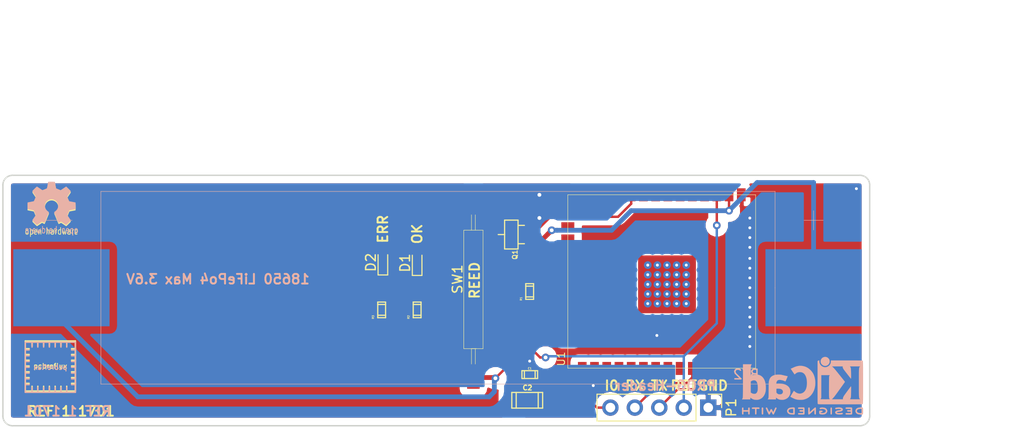
<source format=kicad_pcb>
(kicad_pcb (version 20160815) (host pcbnew no-vcs-found)

  (general
    (links 66)
    (no_connects 0)
    (area 45.924999 46.924999 136.075001 73.075001)
    (thickness 1.6)
    (drawings 24)
    (tracks 111)
    (zones 0)
    (modules 35)
    (nets 42)
  )

  (page A4)
  (layers
    (0 F.Cu signal)
    (31 B.Cu signal)
    (32 B.Adhes user)
    (33 F.Adhes user)
    (34 B.Paste user)
    (35 F.Paste user)
    (36 B.SilkS user)
    (37 F.SilkS user)
    (38 B.Mask user)
    (39 F.Mask user)
    (40 Dwgs.User user)
    (41 Cmts.User user)
    (42 Eco1.User user)
    (43 Eco2.User user)
    (44 Edge.Cuts user)
    (45 Margin user)
    (46 B.CrtYd user)
    (47 F.CrtYd user)
    (48 B.Fab user)
    (49 F.Fab user)
  )

  (setup
    (last_trace_width 0.25)
    (trace_clearance 0.2)
    (zone_clearance 0.762)
    (zone_45_only no)
    (trace_min 0.2)
    (segment_width 0.2)
    (edge_width 0.15)
    (via_size 0.8)
    (via_drill 0.4)
    (via_min_size 0.4)
    (via_min_drill 0.3)
    (uvia_size 0.3)
    (uvia_drill 0.1)
    (uvias_allowed no)
    (uvia_min_size 0.2)
    (uvia_min_drill 0.1)
    (pcb_text_width 0.3)
    (pcb_text_size 1.5 1.5)
    (mod_edge_width 0.15)
    (mod_text_size 1 1)
    (mod_text_width 0.15)
    (pad_size 0.6 0.6)
    (pad_drill 0.3)
    (pad_to_mask_clearance 0.2)
    (aux_axis_origin 0 0)
    (visible_elements FFFFFF7F)
    (pcbplotparams
      (layerselection 0x00030_ffffffff)
      (usegerberextensions false)
      (excludeedgelayer true)
      (linewidth 0.100000)
      (plotframeref false)
      (viasonmask false)
      (mode 1)
      (useauxorigin false)
      (hpglpennumber 1)
      (hpglpenspeed 20)
      (hpglpendiameter 15)
      (psnegative false)
      (psa4output false)
      (plotreference true)
      (plotvalue true)
      (plotinvisibletext false)
      (padsonsilk false)
      (subtractmaskfromsilk false)
      (outputformat 1)
      (mirror false)
      (drillshape 1)
      (scaleselection 1)
      (outputdirectory ""))
  )

  (net 0 "")
  (net 1 "Net-(BT1-Pad2)")
  (net 2 "Net-(BT1-Pad1)")
  (net 3 "Net-(D1-Pad1)")
  (net 4 "Net-(D1-Pad2)")
  (net 5 "Net-(D2-Pad2)")
  (net 6 "Net-(D2-Pad1)")
  (net 7 "Net-(P1-Pad5)")
  (net 8 "Net-(P1-Pad4)")
  (net 9 "Net-(P1-Pad3)")
  (net 10 "Net-(P1-Pad2)")
  (net 11 "Net-(Q1-Pad1)")
  (net 12 "Net-(U1-Pad39)")
  (net 13 "Net-(U1-Pad4)")
  (net 14 "Net-(U1-Pad5)")
  (net 15 "Net-(U1-Pad6)")
  (net 16 "Net-(U1-Pad7)")
  (net 17 "Net-(U1-Pad8)")
  (net 18 "Net-(U1-Pad9)")
  (net 19 "Net-(U1-Pad13)")
  (net 20 "Net-(U1-Pad14)")
  (net 21 "Net-(U1-Pad15)")
  (net 22 "Net-(U1-Pad16)")
  (net 23 "Net-(U1-Pad17)")
  (net 24 "Net-(U1-Pad18)")
  (net 25 "Net-(U1-Pad19)")
  (net 26 "Net-(U1-Pad20)")
  (net 27 "Net-(U1-Pad21)")
  (net 28 "Net-(U1-Pad22)")
  (net 29 "Net-(U1-Pad23)")
  (net 30 "Net-(U1-Pad24)")
  (net 31 "Net-(U1-Pad26)")
  (net 32 "Net-(U1-Pad27)")
  (net 33 "Net-(U1-Pad28)")
  (net 34 "Net-(U1-Pad29)")
  (net 35 "Net-(U1-Pad30)")
  (net 36 "Net-(U1-Pad31)")
  (net 37 "Net-(U1-Pad32)")
  (net 38 "Net-(U1-Pad33)")
  (net 39 "Net-(U1-Pad36)")
  (net 40 "Net-(U1-Pad37)")
  (net 41 /GND)

  (net_class Default "This is the default net class."
    (clearance 0.2)
    (trace_width 0.25)
    (via_dia 0.8)
    (via_drill 0.4)
    (uvia_dia 0.3)
    (uvia_drill 0.1)
    (diff_pair_gap 0.25)
    (diff_pair_width 0.2)
    (add_net /GND)
    (add_net "Net-(D1-Pad1)")
    (add_net "Net-(D1-Pad2)")
    (add_net "Net-(D2-Pad1)")
    (add_net "Net-(D2-Pad2)")
    (add_net "Net-(P1-Pad2)")
    (add_net "Net-(P1-Pad3)")
    (add_net "Net-(P1-Pad4)")
    (add_net "Net-(P1-Pad5)")
    (add_net "Net-(Q1-Pad1)")
    (add_net "Net-(U1-Pad13)")
    (add_net "Net-(U1-Pad14)")
    (add_net "Net-(U1-Pad15)")
    (add_net "Net-(U1-Pad16)")
    (add_net "Net-(U1-Pad17)")
    (add_net "Net-(U1-Pad18)")
    (add_net "Net-(U1-Pad19)")
    (add_net "Net-(U1-Pad20)")
    (add_net "Net-(U1-Pad21)")
    (add_net "Net-(U1-Pad22)")
    (add_net "Net-(U1-Pad23)")
    (add_net "Net-(U1-Pad24)")
    (add_net "Net-(U1-Pad26)")
    (add_net "Net-(U1-Pad27)")
    (add_net "Net-(U1-Pad28)")
    (add_net "Net-(U1-Pad29)")
    (add_net "Net-(U1-Pad30)")
    (add_net "Net-(U1-Pad31)")
    (add_net "Net-(U1-Pad32)")
    (add_net "Net-(U1-Pad33)")
    (add_net "Net-(U1-Pad36)")
    (add_net "Net-(U1-Pad37)")
    (add_net "Net-(U1-Pad39)")
    (add_net "Net-(U1-Pad4)")
    (add_net "Net-(U1-Pad5)")
    (add_net "Net-(U1-Pad6)")
    (add_net "Net-(U1-Pad7)")
    (add_net "Net-(U1-Pad8)")
    (add_net "Net-(U1-Pad9)")
  )

  (net_class XXL ""
    (clearance 0.4)
    (trace_width 0.5)
    (via_dia 0.8)
    (via_drill 0.4)
    (uvia_dia 0.3)
    (uvia_drill 0.1)
    (diff_pair_gap 0.25)
    (diff_pair_width 0.2)
    (add_net "Net-(BT1-Pad1)")
    (add_net "Net-(BT1-Pad2)")
  )

  (module module:Via-0.6mm (layer F.Cu) (tedit 586E2439) (tstamp 586E2B04)
    (at 134.62 48.387)
    (fp_text reference REF** (at 0 1) (layer F.SilkS) hide
      (effects (font (size 1 1) (thickness 0.15)))
    )
    (fp_text value Via-0.6mm (at 0.5 -1) (layer F.Fab) hide
      (effects (font (size 1 1) (thickness 0.15)))
    )
    (pad 1 thru_hole circle (at 0 0) (size 0.6 0.6) (drill 0.3) (layers *.Cu)
      (net 41 /GND) (zone_connect 2))
  )

  (module module:Via-0.6mm (layer F.Cu) (tedit 586E2439) (tstamp 586E28E6)
    (at 123.555 51.435)
    (fp_text reference REF** (at 0 1) (layer F.SilkS) hide
      (effects (font (size 1 1) (thickness 0.15)))
    )
    (fp_text value Via-0.6mm (at 0.5 -1) (layer F.Fab) hide
      (effects (font (size 1 1) (thickness 0.15)))
    )
    (pad 1 thru_hole circle (at 0 0) (size 0.6 0.6) (drill 0.3) (layers *.Cu)
      (net 41 /GND) (zone_connect 2))
  )

  (module module:Via-0.6mm (layer F.Cu) (tedit 586E2439) (tstamp 586E28DF)
    (at 123.555 64.77)
    (fp_text reference REF** (at 0 1) (layer F.SilkS) hide
      (effects (font (size 1 1) (thickness 0.15)))
    )
    (fp_text value Via-0.6mm (at 0.5 -1) (layer F.Fab) hide
      (effects (font (size 1 1) (thickness 0.15)))
    )
    (pad 1 thru_hole circle (at 0 0) (size 0.6 0.6) (drill 0.3) (layers *.Cu)
      (net 41 /GND) (zone_connect 2))
  )

  (module module:Via-0.6mm (layer F.Cu) (tedit 586E2439) (tstamp 586E28CD)
    (at 123.555 63.754)
    (fp_text reference REF** (at 0 1) (layer F.SilkS) hide
      (effects (font (size 1 1) (thickness 0.15)))
    )
    (fp_text value Via-0.6mm (at 0.5 -1) (layer F.Fab) hide
      (effects (font (size 1 1) (thickness 0.15)))
    )
    (pad 1 thru_hole circle (at 0 0) (size 0.6 0.6) (drill 0.3) (layers *.Cu)
      (net 41 /GND) (zone_connect 2))
  )

  (module module:Via-0.6mm (layer F.Cu) (tedit 586E2439) (tstamp 586E28C9)
    (at 123.555 62.738)
    (fp_text reference REF** (at 0 1) (layer F.SilkS) hide
      (effects (font (size 1 1) (thickness 0.15)))
    )
    (fp_text value Via-0.6mm (at 0.5 -1) (layer F.Fab) hide
      (effects (font (size 1 1) (thickness 0.15)))
    )
    (pad 1 thru_hole circle (at 0 0) (size 0.6 0.6) (drill 0.3) (layers *.Cu)
      (net 41 /GND) (zone_connect 2))
  )

  (module module:Via-0.6mm (layer F.Cu) (tedit 586E2439) (tstamp 586E28C5)
    (at 123.555 61.722)
    (fp_text reference REF** (at 0 1) (layer F.SilkS) hide
      (effects (font (size 1 1) (thickness 0.15)))
    )
    (fp_text value Via-0.6mm (at 0.5 -1) (layer F.Fab) hide
      (effects (font (size 1 1) (thickness 0.15)))
    )
    (pad 1 thru_hole circle (at 0 0) (size 0.6 0.6) (drill 0.3) (layers *.Cu)
      (net 41 /GND) (zone_connect 2))
  )

  (module module:Via-0.6mm (layer F.Cu) (tedit 586E2439) (tstamp 586E28C1)
    (at 123.555 60.706)
    (fp_text reference REF** (at 0 1) (layer F.SilkS) hide
      (effects (font (size 1 1) (thickness 0.15)))
    )
    (fp_text value Via-0.6mm (at 0.5 -1) (layer F.Fab) hide
      (effects (font (size 1 1) (thickness 0.15)))
    )
    (pad 1 thru_hole circle (at 0 0) (size 0.6 0.6) (drill 0.3) (layers *.Cu)
      (net 41 /GND) (zone_connect 2))
  )

  (module module:Via-0.6mm (layer F.Cu) (tedit 586E2439) (tstamp 586E28BD)
    (at 123.555 59.69)
    (fp_text reference REF** (at 0 1) (layer F.SilkS) hide
      (effects (font (size 1 1) (thickness 0.15)))
    )
    (fp_text value Via-0.6mm (at 0.5 -1) (layer F.Fab) hide
      (effects (font (size 1 1) (thickness 0.15)))
    )
    (pad 1 thru_hole circle (at 0 0) (size 0.6 0.6) (drill 0.3) (layers *.Cu)
      (net 41 /GND) (zone_connect 2))
  )

  (module module:Via-0.6mm (layer F.Cu) (tedit 586E2439) (tstamp 586E28B9)
    (at 123.555 58.674)
    (fp_text reference REF** (at 0 1) (layer F.SilkS) hide
      (effects (font (size 1 1) (thickness 0.15)))
    )
    (fp_text value Via-0.6mm (at 0.5 -1) (layer F.Fab) hide
      (effects (font (size 1 1) (thickness 0.15)))
    )
    (pad 1 thru_hole circle (at 0 0) (size 0.6 0.6) (drill 0.3) (layers *.Cu)
      (net 41 /GND) (zone_connect 2))
  )

  (module module:Via-0.6mm (layer F.Cu) (tedit 586E2439) (tstamp 586E28B5)
    (at 123.555 57.658)
    (fp_text reference REF** (at 0 1) (layer F.SilkS) hide
      (effects (font (size 1 1) (thickness 0.15)))
    )
    (fp_text value Via-0.6mm (at 0.5 -1) (layer F.Fab) hide
      (effects (font (size 1 1) (thickness 0.15)))
    )
    (pad 1 thru_hole circle (at 0 0) (size 0.6 0.6) (drill 0.3) (layers *.Cu)
      (net 41 /GND) (zone_connect 2))
  )

  (module module:Via-0.6mm (layer F.Cu) (tedit 586E2439) (tstamp 586E28B1)
    (at 123.555 56.642)
    (fp_text reference REF** (at 0 1) (layer F.SilkS) hide
      (effects (font (size 1 1) (thickness 0.15)))
    )
    (fp_text value Via-0.6mm (at 0.5 -1) (layer F.Fab) hide
      (effects (font (size 1 1) (thickness 0.15)))
    )
    (pad 1 thru_hole circle (at 0 0) (size 0.6 0.6) (drill 0.3) (layers *.Cu)
      (net 41 /GND) (zone_connect 2))
  )

  (module module:Via-0.6mm (layer F.Cu) (tedit 586E2439) (tstamp 586E28AD)
    (at 123.555 55.626)
    (fp_text reference REF** (at 0 1) (layer F.SilkS) hide
      (effects (font (size 1 1) (thickness 0.15)))
    )
    (fp_text value Via-0.6mm (at 0.5 -1) (layer F.Fab) hide
      (effects (font (size 1 1) (thickness 0.15)))
    )
    (pad 1 thru_hole circle (at 0 0) (size 0.6 0.6) (drill 0.3) (layers *.Cu)
      (net 41 /GND) (zone_connect 2))
  )

  (module module:Via-0.6mm (layer F.Cu) (tedit 586E2439) (tstamp 586E28A7)
    (at 123.555 54.483)
    (fp_text reference REF** (at 0 1) (layer F.SilkS) hide
      (effects (font (size 1 1) (thickness 0.15)))
    )
    (fp_text value Via-0.6mm (at 0.5 -1) (layer F.Fab) hide
      (effects (font (size 1 1) (thickness 0.15)))
    )
    (pad 1 thru_hole circle (at 0 0) (size 0.6 0.6) (drill 0.3) (layers *.Cu)
      (net 41 /GND) (zone_connect 2))
  )

  (module module:Via-0.6mm (layer F.Cu) (tedit 586E2439) (tstamp 586E28A3)
    (at 123.555 53.467)
    (fp_text reference REF** (at 0 1) (layer F.SilkS) hide
      (effects (font (size 1 1) (thickness 0.15)))
    )
    (fp_text value Via-0.6mm (at 0.5 -1) (layer F.Fab) hide
      (effects (font (size 1 1) (thickness 0.15)))
    )
    (pad 1 thru_hole circle (at 0 0) (size 0.6 0.6) (drill 0.3) (layers *.Cu)
      (net 41 /GND) (zone_connect 2))
  )

  (module module:Via-0.6mm (layer F.Cu) (tedit 586E2439) (tstamp 586E289F)
    (at 123.555 52.451)
    (fp_text reference REF** (at 0 1) (layer F.SilkS) hide
      (effects (font (size 1 1) (thickness 0.15)))
    )
    (fp_text value Via-0.6mm (at 0.5 -1) (layer F.Fab) hide
      (effects (font (size 1 1) (thickness 0.15)))
    )
    (pad 1 thru_hole circle (at 0 0) (size 0.6 0.6) (drill 0.3) (layers *.Cu)
      (net 41 /GND) (zone_connect 2))
  )

  (module module:Via-0.6mm (layer F.Cu) (tedit 586E2439) (tstamp 586E2892)
    (at 100.695 66.294)
    (fp_text reference REF** (at 0 1) (layer F.SilkS) hide
      (effects (font (size 1 1) (thickness 0.15)))
    )
    (fp_text value Via-0.6mm (at 0.5 -1) (layer F.Fab) hide
      (effects (font (size 1 1) (thickness 0.15)))
    )
    (pad 1 thru_hole circle (at 0 0) (size 0.6 0.6) (drill 0.3) (layers *.Cu)
      (net 41 /GND) (zone_connect 2))
  )

  (module module:Via-0.6mm (layer F.Cu) (tedit 586E2439) (tstamp 586E288E)
    (at 107.299 68.834)
    (fp_text reference REF** (at 0 1) (layer F.SilkS) hide
      (effects (font (size 1 1) (thickness 0.15)))
    )
    (fp_text value Via-0.6mm (at 0.5 -1) (layer F.Fab) hide
      (effects (font (size 1 1) (thickness 0.15)))
    )
    (pad 1 thru_hole circle (at 0 0) (size 0.6 0.6) (drill 0.3) (layers *.Cu)
      (net 41 /GND) (zone_connect 2))
  )

  (module module:Via-0.6mm (layer F.Cu) (tedit 586E2439) (tstamp 586E287E)
    (at 113.903 63.627)
    (fp_text reference REF** (at 0 1) (layer F.SilkS) hide
      (effects (font (size 1 1) (thickness 0.15)))
    )
    (fp_text value Via-0.6mm (at 0.5 -1) (layer F.Fab) hide
      (effects (font (size 1 1) (thickness 0.15)))
    )
    (pad 1 thru_hole circle (at 0 0) (size 0.6 0.6) (drill 0.3) (layers *.Cu)
      (net 41 /GND) (zone_connect 2))
  )

  (module w_logo:Logo_silk_OSHW_6x6mm (layer B.Cu) (tedit 0) (tstamp 586D5AAD)
    (at 51.054 49.911 180)
    (descr "Open Hardware Logo, 6x6mm")
    (fp_text reference G*** (at 0 0 180) (layer B.SilkS) hide
      (effects (font (size 0.22606 0.22606) (thickness 0.04318)) (justify mirror))
    )
    (fp_text value LOGO (at 0 -0.3 180) (layer B.SilkS) hide
      (effects (font (size 0.22606 0.22606) (thickness 0.04318)) (justify mirror))
    )
    (fp_line (start 2.16 -2.62) (end 2.16 -3.08) (layer B.SilkS) (width 0.075))
    (fp_line (start 2.25 -2.62) (end 2.3 -2.62) (layer B.SilkS) (width 0.075))
    (fp_line (start 2.2 -2.65) (end 2.25 -2.62) (layer B.SilkS) (width 0.075))
    (fp_line (start 2.18 -2.67) (end 2.2 -2.65) (layer B.SilkS) (width 0.075))
    (fp_line (start 2.16 -2.74) (end 2.18 -2.67) (layer B.SilkS) (width 0.075))
    (fp_line (start 2.6 -3.08) (end 2.65 -3.05) (layer B.SilkS) (width 0.075))
    (fp_line (start 2.5 -3.08) (end 2.6 -3.08) (layer B.SilkS) (width 0.075))
    (fp_line (start 2.46 -3.05) (end 2.5 -3.08) (layer B.SilkS) (width 0.075))
    (fp_line (start 2.44 -2.98) (end 2.46 -3.05) (layer B.SilkS) (width 0.075))
    (fp_line (start 2.44 -2.71) (end 2.44 -2.98) (layer B.SilkS) (width 0.075))
    (fp_line (start 2.47 -2.65) (end 2.44 -2.71) (layer B.SilkS) (width 0.075))
    (fp_line (start 2.51 -2.62) (end 2.47 -2.65) (layer B.SilkS) (width 0.075))
    (fp_line (start 2.61 -2.62) (end 2.51 -2.62) (layer B.SilkS) (width 0.075))
    (fp_line (start 2.65 -2.66) (end 2.61 -2.62) (layer B.SilkS) (width 0.075))
    (fp_line (start 2.67 -2.73) (end 2.65 -2.66) (layer B.SilkS) (width 0.075))
    (fp_line (start 2.67 -2.85) (end 2.67 -2.73) (layer B.SilkS) (width 0.075))
    (fp_line (start 2.67 -2.85) (end 2.44 -2.85) (layer B.SilkS) (width 0.075))
    (fp_line (start 1.92 -2.71) (end 1.92 -3.08) (layer B.SilkS) (width 0.075))
    (fp_line (start 1.89 -2.65) (end 1.92 -2.71) (layer B.SilkS) (width 0.075))
    (fp_line (start 1.85 -2.62) (end 1.89 -2.65) (layer B.SilkS) (width 0.075))
    (fp_line (start 1.75 -2.62) (end 1.85 -2.62) (layer B.SilkS) (width 0.075))
    (fp_line (start 1.7 -2.65) (end 1.75 -2.62) (layer B.SilkS) (width 0.075))
    (fp_line (start 1.76 -2.81) (end 1.71 -2.84) (layer B.SilkS) (width 0.075))
    (fp_line (start 1.88 -2.81) (end 1.76 -2.81) (layer B.SilkS) (width 0.075))
    (fp_line (start 1.92 -2.78) (end 1.88 -2.81) (layer B.SilkS) (width 0.075))
    (fp_line (start 1.87 -3.08) (end 1.92 -3.04) (layer B.SilkS) (width 0.075))
    (fp_line (start 1.75 -3.08) (end 1.87 -3.08) (layer B.SilkS) (width 0.075))
    (fp_line (start 1.7 -3.04) (end 1.75 -3.08) (layer B.SilkS) (width 0.075))
    (fp_line (start 1.68 -2.98) (end 1.7 -3.04) (layer B.SilkS) (width 0.075))
    (fp_line (start 1.68 -2.91) (end 1.68 -2.98) (layer B.SilkS) (width 0.075))
    (fp_line (start 1.71 -2.84) (end 1.68 -2.91) (layer B.SilkS) (width 0.075))
    (fp_line (start 1.13 -2.62) (end 1.23 -3.08) (layer B.SilkS) (width 0.075))
    (fp_line (start 1.23 -3.08) (end 1.32 -2.74) (layer B.SilkS) (width 0.075))
    (fp_line (start 1.32 -2.74) (end 1.42 -3.08) (layer B.SilkS) (width 0.075))
    (fp_line (start 1.42 -3.08) (end 1.52 -2.62) (layer B.SilkS) (width 0.075))
    (fp_line (start 0.94 -3.05) (end 0.9 -3.08) (layer B.SilkS) (width 0.075))
    (fp_line (start 0.9 -3.08) (end 0.79 -3.08) (layer B.SilkS) (width 0.075))
    (fp_line (start 0.79 -3.08) (end 0.75 -3.05) (layer B.SilkS) (width 0.075))
    (fp_line (start 0.75 -3.05) (end 0.73 -3.02) (layer B.SilkS) (width 0.075))
    (fp_line (start 0.73 -3.02) (end 0.7 -2.95) (layer B.SilkS) (width 0.075))
    (fp_line (start 0.7 -2.95) (end 0.7 -2.75) (layer B.SilkS) (width 0.075))
    (fp_line (start 0.7 -2.75) (end 0.73 -2.68) (layer B.SilkS) (width 0.075))
    (fp_line (start 0.73 -2.68) (end 0.75 -2.65) (layer B.SilkS) (width 0.075))
    (fp_line (start 0.75 -2.65) (end 0.81 -2.61) (layer B.SilkS) (width 0.075))
    (fp_line (start 0.81 -2.61) (end 0.88 -2.61) (layer B.SilkS) (width 0.075))
    (fp_line (start 0.88 -2.61) (end 0.94 -2.65) (layer B.SilkS) (width 0.075))
    (fp_line (start 0.94 -2.38) (end 0.94 -3.08) (layer B.SilkS) (width 0.075))
    (fp_line (start 0.42 -2.74) (end 0.44 -2.67) (layer B.SilkS) (width 0.075))
    (fp_line (start 0.44 -2.67) (end 0.46 -2.65) (layer B.SilkS) (width 0.075))
    (fp_line (start 0.46 -2.65) (end 0.51 -2.62) (layer B.SilkS) (width 0.075))
    (fp_line (start 0.51 -2.62) (end 0.56 -2.62) (layer B.SilkS) (width 0.075))
    (fp_line (start 0.42 -2.62) (end 0.42 -3.08) (layer B.SilkS) (width 0.075))
    (fp_line (start -0.03 -2.84) (end -0.06 -2.91) (layer B.SilkS) (width 0.075))
    (fp_line (start -0.06 -2.91) (end -0.06 -2.98) (layer B.SilkS) (width 0.075))
    (fp_line (start -0.06 -2.98) (end -0.04 -3.04) (layer B.SilkS) (width 0.075))
    (fp_line (start -0.04 -3.04) (end 0.01 -3.08) (layer B.SilkS) (width 0.075))
    (fp_line (start 0.01 -3.08) (end 0.13 -3.08) (layer B.SilkS) (width 0.075))
    (fp_line (start 0.13 -3.08) (end 0.18 -3.04) (layer B.SilkS) (width 0.075))
    (fp_line (start 0.18 -2.78) (end 0.14 -2.81) (layer B.SilkS) (width 0.075))
    (fp_line (start 0.14 -2.81) (end 0.02 -2.81) (layer B.SilkS) (width 0.075))
    (fp_line (start 0.02 -2.81) (end -0.03 -2.84) (layer B.SilkS) (width 0.075))
    (fp_line (start -0.04 -2.65) (end 0.01 -2.62) (layer B.SilkS) (width 0.075))
    (fp_line (start 0.01 -2.62) (end 0.11 -2.62) (layer B.SilkS) (width 0.075))
    (fp_line (start 0.11 -2.62) (end 0.15 -2.65) (layer B.SilkS) (width 0.075))
    (fp_line (start 0.15 -2.65) (end 0.18 -2.71) (layer B.SilkS) (width 0.075))
    (fp_line (start 0.18 -2.71) (end 0.18 -3.08) (layer B.SilkS) (width 0.075))
    (fp_line (start -0.49 -2.69) (end -0.47 -2.65) (layer B.SilkS) (width 0.075))
    (fp_line (start -0.47 -2.65) (end -0.42 -2.62) (layer B.SilkS) (width 0.075))
    (fp_line (start -0.42 -2.62) (end -0.34 -2.62) (layer B.SilkS) (width 0.075))
    (fp_line (start -0.34 -2.62) (end -0.3 -2.65) (layer B.SilkS) (width 0.075))
    (fp_line (start -0.3 -2.65) (end -0.28 -2.71) (layer B.SilkS) (width 0.075))
    (fp_line (start -0.28 -2.71) (end -0.28 -3.08) (layer B.SilkS) (width 0.075))
    (fp_line (start -0.49 -2.38) (end -0.49 -3.08) (layer B.SilkS) (width 0.075))
    (fp_line (start -1.54 -2.85) (end -1.77 -2.85) (layer B.SilkS) (width 0.075))
    (fp_line (start -1.32 -2.68) (end -1.3 -2.65) (layer B.SilkS) (width 0.075))
    (fp_line (start -1.3 -2.65) (end -1.26 -2.62) (layer B.SilkS) (width 0.075))
    (fp_line (start -1.26 -2.62) (end -1.17 -2.62) (layer B.SilkS) (width 0.075))
    (fp_line (start -1.17 -2.62) (end -1.13 -2.65) (layer B.SilkS) (width 0.075))
    (fp_line (start -1.13 -2.65) (end -1.11 -2.71) (layer B.SilkS) (width 0.075))
    (fp_line (start -1.11 -2.71) (end -1.11 -3.08) (layer B.SilkS) (width 0.075))
    (fp_line (start -1.32 -2.62) (end -1.32 -3.08) (layer B.SilkS) (width 0.075))
    (fp_line (start -1.54 -2.85) (end -1.54 -2.73) (layer B.SilkS) (width 0.075))
    (fp_line (start -1.54 -2.73) (end -1.56 -2.66) (layer B.SilkS) (width 0.075))
    (fp_line (start -1.56 -2.66) (end -1.6 -2.62) (layer B.SilkS) (width 0.075))
    (fp_line (start -1.6 -2.62) (end -1.7 -2.62) (layer B.SilkS) (width 0.075))
    (fp_line (start -1.7 -2.62) (end -1.74 -2.65) (layer B.SilkS) (width 0.075))
    (fp_line (start -1.74 -2.65) (end -1.77 -2.71) (layer B.SilkS) (width 0.075))
    (fp_line (start -1.77 -2.71) (end -1.77 -2.98) (layer B.SilkS) (width 0.075))
    (fp_line (start -1.77 -2.98) (end -1.75 -3.05) (layer B.SilkS) (width 0.075))
    (fp_line (start -1.75 -3.05) (end -1.71 -3.08) (layer B.SilkS) (width 0.075))
    (fp_line (start -1.71 -3.08) (end -1.61 -3.08) (layer B.SilkS) (width 0.075))
    (fp_line (start -1.61 -3.08) (end -1.56 -3.05) (layer B.SilkS) (width 0.075))
    (fp_line (start -2.2 -2.65) (end -2.16 -2.62) (layer B.SilkS) (width 0.075))
    (fp_line (start -2.16 -2.62) (end -2.06 -2.62) (layer B.SilkS) (width 0.075))
    (fp_line (start -2.06 -2.62) (end -2.02 -2.65) (layer B.SilkS) (width 0.075))
    (fp_line (start -2.02 -2.65) (end -1.99 -2.68) (layer B.SilkS) (width 0.075))
    (fp_line (start -1.99 -2.68) (end -1.97 -2.74) (layer B.SilkS) (width 0.075))
    (fp_line (start -1.97 -2.74) (end -1.97 -2.96) (layer B.SilkS) (width 0.075))
    (fp_line (start -1.97 -2.96) (end -1.99 -3.02) (layer B.SilkS) (width 0.075))
    (fp_line (start -1.99 -3.02) (end -2.01 -3.05) (layer B.SilkS) (width 0.075))
    (fp_line (start -2.01 -3.05) (end -2.05 -3.08) (layer B.SilkS) (width 0.075))
    (fp_line (start -2.05 -3.08) (end -2.15 -3.08) (layer B.SilkS) (width 0.075))
    (fp_line (start -2.15 -3.08) (end -2.2 -3.05) (layer B.SilkS) (width 0.075))
    (fp_line (start -2.2 -3.32) (end -2.2 -2.62) (layer B.SilkS) (width 0.075))
    (fp_line (start -2.51 -2.62) (end -2.59 -2.62) (layer B.SilkS) (width 0.075))
    (fp_line (start -2.59 -2.62) (end -2.63 -2.65) (layer B.SilkS) (width 0.075))
    (fp_line (start -2.63 -2.65) (end -2.65 -2.68) (layer B.SilkS) (width 0.075))
    (fp_line (start -2.65 -2.68) (end -2.68 -2.75) (layer B.SilkS) (width 0.075))
    (fp_line (start -2.59 -3.08) (end -2.51 -3.08) (layer B.SilkS) (width 0.075))
    (fp_line (start -2.51 -3.08) (end -2.46 -3.05) (layer B.SilkS) (width 0.075))
    (fp_line (start -2.46 -3.05) (end -2.44 -3.02) (layer B.SilkS) (width 0.075))
    (fp_line (start -2.44 -3.02) (end -2.42 -2.95) (layer B.SilkS) (width 0.075))
    (fp_line (start -2.42 -2.95) (end -2.42 -2.75) (layer B.SilkS) (width 0.075))
    (fp_line (start -2.42 -2.75) (end -2.44 -2.69) (layer B.SilkS) (width 0.075))
    (fp_line (start -2.44 -2.69) (end -2.46 -2.66) (layer B.SilkS) (width 0.075))
    (fp_line (start -2.46 -2.66) (end -2.51 -2.62) (layer B.SilkS) (width 0.075))
    (fp_line (start -2.68 -2.75) (end -2.68 -2.95) (layer B.SilkS) (width 0.075))
    (fp_line (start -2.68 -2.95) (end -2.66 -3.01) (layer B.SilkS) (width 0.075))
    (fp_line (start -2.66 -3.01) (end -2.64 -3.04) (layer B.SilkS) (width 0.075))
    (fp_line (start -2.64 -3.04) (end -2.59 -3.08) (layer B.SilkS) (width 0.075))
    (fp_poly (pts (xy -1.51384 -2.24536) (xy -1.48844 -2.23012) (xy -1.43002 -2.19456) (xy -1.3462 -2.13868)
      (xy -1.24714 -2.07264) (xy -1.14808 -2.0066) (xy -1.0668 -1.95326) (xy -1.01092 -1.91516)
      (xy -0.98552 -1.90246) (xy -0.97282 -1.90754) (xy -0.9271 -1.9304) (xy -0.85852 -1.96596)
      (xy -0.81788 -1.98628) (xy -0.75692 -2.01168) (xy -0.7239 -2.0193) (xy -0.71882 -2.00914)
      (xy -0.69596 -1.96088) (xy -0.6604 -1.8796) (xy -0.61468 -1.77038) (xy -0.5588 -1.64338)
      (xy -0.50292 -1.50876) (xy -0.4445 -1.36906) (xy -0.38862 -1.23444) (xy -0.34036 -1.11506)
      (xy -0.29972 -1.01854) (xy -0.27432 -0.94996) (xy -0.26416 -0.92202) (xy -0.2667 -0.9144)
      (xy -0.29972 -0.88392) (xy -0.35306 -0.84328) (xy -0.47244 -0.74676) (xy -0.58928 -0.60198)
      (xy -0.6604 -0.43688) (xy -0.68326 -0.25146) (xy -0.66294 -0.08128) (xy -0.5969 0.08128)
      (xy -0.4826 0.2286) (xy -0.3429 0.33782) (xy -0.18034 0.4064) (xy 0 0.42926)
      (xy 0.17272 0.40894) (xy 0.34036 0.3429) (xy 0.48768 0.23114) (xy 0.55118 0.16002)
      (xy 0.63754 0.01016) (xy 0.6858 -0.14732) (xy 0.69088 -0.18796) (xy 0.68326 -0.36322)
      (xy 0.63246 -0.5334) (xy 0.53848 -0.68326) (xy 0.40894 -0.80772) (xy 0.3937 -0.81788)
      (xy 0.33528 -0.8636) (xy 0.29464 -0.89408) (xy 0.26416 -0.91948) (xy 0.48768 -1.45796)
      (xy 0.52324 -1.54178) (xy 0.5842 -1.6891) (xy 0.63754 -1.8161) (xy 0.68072 -1.9177)
      (xy 0.7112 -1.98374) (xy 0.7239 -2.01168) (xy 0.7239 -2.01422) (xy 0.74422 -2.01676)
      (xy 0.78486 -2.00152) (xy 0.86106 -1.96596) (xy 0.90932 -1.94056) (xy 0.96774 -1.91262)
      (xy 0.99314 -1.90246) (xy 1.016 -1.91516) (xy 1.06934 -1.95072) (xy 1.15062 -2.00406)
      (xy 1.24714 -2.06756) (xy 1.33858 -2.13106) (xy 1.4224 -2.18694) (xy 1.48336 -2.22504)
      (xy 1.51384 -2.24282) (xy 1.51892 -2.24282) (xy 1.54432 -2.22758) (xy 1.59258 -2.18694)
      (xy 1.66624 -2.11836) (xy 1.77038 -2.01422) (xy 1.78562 -1.99898) (xy 1.87198 -1.91262)
      (xy 1.94056 -1.83896) (xy 1.98628 -1.78816) (xy 2.00406 -1.7653) (xy 2.00406 -1.7653)
      (xy 1.98882 -1.73482) (xy 1.95072 -1.67386) (xy 1.89484 -1.5875) (xy 1.82626 -1.48844)
      (xy 1.64846 -1.22936) (xy 1.74498 -0.98552) (xy 1.77546 -0.90932) (xy 1.81356 -0.82042)
      (xy 1.8415 -0.75438) (xy 1.85674 -0.72644) (xy 1.88214 -0.71628) (xy 1.95072 -0.70104)
      (xy 2.04724 -0.68072) (xy 2.16154 -0.6604) (xy 2.2733 -0.64008) (xy 2.37236 -0.61976)
      (xy 2.44348 -0.60706) (xy 2.4765 -0.59944) (xy 2.48412 -0.59436) (xy 2.49174 -0.57912)
      (xy 2.49428 -0.5461) (xy 2.49682 -0.48514) (xy 2.49936 -0.39116) (xy 2.49936 -0.25146)
      (xy 2.49936 -0.23622) (xy 2.49682 -0.10668) (xy 2.49428 0) (xy 2.49174 0.06604)
      (xy 2.48666 0.09398) (xy 2.48666 0.09398) (xy 2.45618 0.1016) (xy 2.38506 0.11684)
      (xy 2.286 0.13462) (xy 2.16662 0.15748) (xy 2.159 0.16002) (xy 2.04216 0.18288)
      (xy 1.9431 0.2032) (xy 1.87198 0.21844) (xy 1.84404 0.2286) (xy 1.83642 0.23622)
      (xy 1.81356 0.28194) (xy 1.78054 0.3556) (xy 1.7399 0.4445) (xy 1.7018 0.53848)
      (xy 1.66878 0.6223) (xy 1.64592 0.68326) (xy 1.6383 0.7112) (xy 1.64084 0.71374)
      (xy 1.65862 0.74168) (xy 1.69926 0.80264) (xy 1.75514 0.88646) (xy 1.82372 0.98806)
      (xy 1.8288 0.99568) (xy 1.89738 1.09474) (xy 1.95326 1.1811) (xy 1.98882 1.23952)
      (xy 2.00406 1.26746) (xy 2.00406 1.27) (xy 1.9812 1.30048) (xy 1.9304 1.35636)
      (xy 1.85674 1.43256) (xy 1.77038 1.52146) (xy 1.74244 1.54686) (xy 1.64338 1.64338)
      (xy 1.57734 1.70434) (xy 1.53416 1.73736) (xy 1.51384 1.74498) (xy 1.51384 1.74498)
      (xy 1.48336 1.7272) (xy 1.41986 1.68656) (xy 1.33604 1.62814) (xy 1.23444 1.55956)
      (xy 1.22682 1.55448) (xy 1.12776 1.4859) (xy 1.04394 1.43002) (xy 0.98552 1.38938)
      (xy 0.95758 1.37414) (xy 0.95504 1.37414) (xy 0.9144 1.38684) (xy 0.84328 1.41224)
      (xy 0.75438 1.44526) (xy 0.66294 1.48336) (xy 0.57912 1.51892) (xy 0.51562 1.54686)
      (xy 0.48514 1.56464) (xy 0.48514 1.56464) (xy 0.47498 1.6002) (xy 0.4572 1.6764)
      (xy 0.43688 1.778) (xy 0.41148 1.89992) (xy 0.40894 1.92024) (xy 0.38608 2.03962)
      (xy 0.3683 2.13868) (xy 0.35306 2.20726) (xy 0.34544 2.2352) (xy 0.3302 2.23774)
      (xy 0.27178 2.24282) (xy 0.18288 2.24536) (xy 0.07366 2.24536) (xy -0.0381 2.24536)
      (xy -0.14732 2.24282) (xy -0.2413 2.24028) (xy -0.30988 2.2352) (xy -0.33782 2.23012)
      (xy -0.33782 2.22758) (xy -0.34798 2.18948) (xy -0.36576 2.11582) (xy -0.38608 2.01168)
      (xy -0.40894 1.88976) (xy -0.41402 1.8669) (xy -0.43688 1.75006) (xy -0.4572 1.651)
      (xy -0.4699 1.58496) (xy -0.47752 1.55702) (xy -0.49022 1.55194) (xy -0.53848 1.53162)
      (xy -0.61722 1.4986) (xy -0.71628 1.45796) (xy -0.94488 1.36652) (xy -1.22682 1.55702)
      (xy -1.25222 1.5748) (xy -1.35382 1.64338) (xy -1.4351 1.69926) (xy -1.49352 1.73736)
      (xy -1.51638 1.75006) (xy -1.51892 1.75006) (xy -1.54686 1.72466) (xy -1.60274 1.67132)
      (xy -1.67894 1.59766) (xy -1.76784 1.5113) (xy -1.83134 1.44526) (xy -1.91008 1.36652)
      (xy -1.95834 1.31318) (xy -1.98628 1.28016) (xy -1.9939 1.25984) (xy -1.99136 1.2446)
      (xy -1.97358 1.21666) (xy -1.93294 1.1557) (xy -1.87452 1.06934) (xy -1.80594 0.97028)
      (xy -1.75006 0.88646) (xy -1.6891 0.79248) (xy -1.651 0.72644) (xy -1.63576 0.69342)
      (xy -1.64084 0.68072) (xy -1.65862 0.62484) (xy -1.69418 0.54102) (xy -1.73482 0.44196)
      (xy -1.83388 0.22098) (xy -1.97866 0.19304) (xy -2.06756 0.17526) (xy -2.18948 0.1524)
      (xy -2.30886 0.12954) (xy -2.49174 0.09398) (xy -2.49936 -0.58166) (xy -2.47142 -0.59436)
      (xy -2.44348 -0.60198) (xy -2.3749 -0.61722) (xy -2.27838 -0.63754) (xy -2.16154 -0.65786)
      (xy -2.06502 -0.67564) (xy -1.96596 -0.69596) (xy -1.89484 -0.70866) (xy -1.86436 -0.71628)
      (xy -1.8542 -0.72644) (xy -1.83134 -0.7747) (xy -1.79578 -0.8509) (xy -1.75514 -0.94234)
      (xy -1.71704 -1.03632) (xy -1.68148 -1.12522) (xy -1.65862 -1.19126) (xy -1.64846 -1.22428)
      (xy -1.66116 -1.25222) (xy -1.69926 -1.31064) (xy -1.7526 -1.39192) (xy -1.82118 -1.49098)
      (xy -1.88722 -1.5875) (xy -1.94564 -1.67132) (xy -1.98374 -1.73228) (xy -2.00152 -1.76022)
      (xy -1.99136 -1.778) (xy -1.95326 -1.82626) (xy -1.8796 -1.90246) (xy -1.76784 -2.01168)
      (xy -1.75006 -2.02946) (xy -1.6637 -2.11328) (xy -1.59004 -2.18186) (xy -1.5367 -2.22758)
      (xy -1.51384 -2.24536)) (layer B.SilkS) (width 0.00254))
  )

  (module module:pcbreflux_logo (layer B.Cu) (tedit 5794F58C) (tstamp 586D5A4E)
    (at 50.927 66.929)
    (fp_text reference REF** (at 0 -3.8) (layer B.SilkS) hide
      (effects (font (size 1 1) (thickness 0.15)) (justify mirror))
    )
    (fp_text value pcbreflux_logo (at 0.2 3.6) (layer B.Fab) hide
      (effects (font (size 1 1) (thickness 0.15)) (justify mirror))
    )
    (fp_text user pcbreflux (at 0 0) (layer B.SilkS)
      (effects (font (size 0.5 0.5) (thickness 0.1)) (justify mirror))
    )
    (fp_line (start 1.7 -2.5) (end 1.7 -2.1) (layer B.SilkS) (width 0.15))
    (fp_line (start 1.1 -2.5) (end 1.1 -2.1) (layer B.SilkS) (width 0.15))
    (fp_line (start 0.5 -2.5) (end 0.5 -2.1) (layer B.SilkS) (width 0.15))
    (fp_line (start -0.1 -2.5) (end -0.1 -2.1) (layer B.SilkS) (width 0.15))
    (fp_line (start -0.7 -2.5) (end -0.7 -2.1) (layer B.SilkS) (width 0.15))
    (fp_line (start -1.3 -2.5) (end -1.3 -2.1) (layer B.SilkS) (width 0.15))
    (fp_line (start -1.9 -2.5) (end -1.9 -2.1) (layer B.SilkS) (width 0.15))
    (fp_line (start -2.6 2.6) (end 2.6 2.6) (layer B.SilkS) (width 0.15))
    (fp_line (start -2.6 -2.6) (end 2.6 -2.6) (layer B.SilkS) (width 0.15))
    (fp_line (start -1.9 2.1) (end -1.9 2.5) (layer B.SilkS) (width 0.15))
    (fp_line (start -1.3 2.1) (end -1.3 2.5) (layer B.SilkS) (width 0.15))
    (fp_line (start -0.7 2.1) (end -0.7 2.5) (layer B.SilkS) (width 0.15))
    (fp_line (start -0.1 2.1) (end -0.1 2.5) (layer B.SilkS) (width 0.15))
    (fp_line (start 0.5 2.1) (end 0.5 2.5) (layer B.SilkS) (width 0.15))
    (fp_line (start 1.1 2.1) (end 1.1 2.5) (layer B.SilkS) (width 0.15))
    (fp_line (start 1.7 2.1) (end 1.7 2.5) (layer B.SilkS) (width 0.15))
    (fp_line (start -2.6 1.8) (end -2.2 1.8) (layer B.SilkS) (width 0.15))
    (fp_line (start -2.6 1.2) (end -2.2 1.2) (layer B.SilkS) (width 0.15))
    (fp_line (start -2.6 0.6) (end -2.2 0.6) (layer B.SilkS) (width 0.15))
    (fp_line (start -2.6 0) (end -2.2 0) (layer B.SilkS) (width 0.15))
    (fp_line (start -2.6 -0.6) (end -2.2 -0.6) (layer B.SilkS) (width 0.15))
    (fp_line (start -2.6 -1.2) (end -2.2 -1.2) (layer B.SilkS) (width 0.15))
    (fp_line (start -2.6 -1.8) (end -2.2 -1.8) (layer B.SilkS) (width 0.15))
    (fp_line (start 2.2 -1.8) (end 2.6 -1.8) (layer B.SilkS) (width 0.15))
    (fp_line (start 2.2 -1.2) (end 2.6 -1.2) (layer B.SilkS) (width 0.15))
    (fp_line (start 2.2 -0.6) (end 2.6 -0.6) (layer B.SilkS) (width 0.15))
    (fp_line (start 2.2 0) (end 2.6 0) (layer B.SilkS) (width 0.15))
    (fp_line (start 2.2 0.6) (end 2.6 0.6) (layer B.SilkS) (width 0.15))
    (fp_line (start 2.2 1.2) (end 2.6 1.2) (layer B.SilkS) (width 0.15))
    (fp_line (start 2.2 1.8) (end 2.6 1.8) (layer B.SilkS) (width 0.15))
    (fp_line (start 2.6 2.6) (end 2.6 -2.6) (layer B.SilkS) (width 0.15))
    (fp_line (start -2.6 -2.6) (end -2.6 2.6) (layer B.SilkS) (width 0.15))
  )

  (module Symbols:KiCad-Logo2_6mm_SilkScreen (layer B.Cu) (tedit 0) (tstamp 586D5A4C)
    (at 129.032 68.834 180)
    (descr "KiCad Logo")
    (tags "Logo KiCad")
    (attr virtual)
    (fp_text reference REF*** (at 0 0 180) (layer B.SilkS) hide
      (effects (font (size 1 1) (thickness 0.15)) (justify mirror))
    )
    (fp_text value KiCad-Logo2_6mm_SilkScreen (at 0.75 0 180) (layer B.Fab) hide
      (effects (font (size 1 1) (thickness 0.15)) (justify mirror))
    )
    (fp_poly (pts (xy -6.121371 -2.269066) (xy -6.081889 -2.269467) (xy -5.9662 -2.272259) (xy -5.869311 -2.28055)
      (xy -5.787919 -2.295232) (xy -5.718723 -2.317193) (xy -5.65842 -2.347322) (xy -5.603708 -2.38651)
      (xy -5.584167 -2.403532) (xy -5.55175 -2.443363) (xy -5.52252 -2.497413) (xy -5.499991 -2.557323)
      (xy -5.487679 -2.614739) (xy -5.4864 -2.635956) (xy -5.494417 -2.694769) (xy -5.515899 -2.759013)
      (xy -5.546999 -2.819821) (xy -5.583866 -2.86833) (xy -5.589854 -2.874182) (xy -5.640579 -2.915321)
      (xy -5.696125 -2.947435) (xy -5.759696 -2.971365) (xy -5.834494 -2.987953) (xy -5.923722 -2.998041)
      (xy -6.030582 -3.002469) (xy -6.079528 -3.002845) (xy -6.141762 -3.002545) (xy -6.185528 -3.001292)
      (xy -6.214931 -2.998554) (xy -6.234079 -2.993801) (xy -6.247077 -2.986501) (xy -6.254045 -2.980267)
      (xy -6.260626 -2.972694) (xy -6.265788 -2.962924) (xy -6.269703 -2.94834) (xy -6.272543 -2.926326)
      (xy -6.27448 -2.894264) (xy -6.275684 -2.849536) (xy -6.276328 -2.789526) (xy -6.276583 -2.711617)
      (xy -6.276622 -2.635956) (xy -6.27687 -2.535041) (xy -6.276817 -2.454427) (xy -6.275857 -2.415822)
      (xy -6.129867 -2.415822) (xy -6.129867 -2.856089) (xy -6.036734 -2.856004) (xy -5.980693 -2.854396)
      (xy -5.921999 -2.850256) (xy -5.873028 -2.844464) (xy -5.871538 -2.844226) (xy -5.792392 -2.82509)
      (xy -5.731002 -2.795287) (xy -5.684305 -2.752878) (xy -5.654635 -2.706961) (xy -5.636353 -2.656026)
      (xy -5.637771 -2.6082) (xy -5.658988 -2.556933) (xy -5.700489 -2.503899) (xy -5.757998 -2.4646)
      (xy -5.83275 -2.438331) (xy -5.882708 -2.429035) (xy -5.939416 -2.422507) (xy -5.999519 -2.417782)
      (xy -6.050639 -2.415817) (xy -6.053667 -2.415808) (xy -6.129867 -2.415822) (xy -6.275857 -2.415822)
      (xy -6.27526 -2.391851) (xy -6.270998 -2.345055) (xy -6.26283 -2.311778) (xy -6.249556 -2.289759)
      (xy -6.229974 -2.276739) (xy -6.202883 -2.270457) (xy -6.167082 -2.268653) (xy -6.121371 -2.269066)) (layer B.SilkS) (width 0.01))
    (fp_poly (pts (xy -4.712794 -2.269146) (xy -4.643386 -2.269518) (xy -4.590997 -2.270385) (xy -4.552847 -2.271946)
      (xy -4.526159 -2.274403) (xy -4.508153 -2.277957) (xy -4.496049 -2.28281) (xy -4.487069 -2.289161)
      (xy -4.483818 -2.292084) (xy -4.464043 -2.323142) (xy -4.460482 -2.358828) (xy -4.473491 -2.39051)
      (xy -4.479506 -2.396913) (xy -4.489235 -2.403121) (xy -4.504901 -2.40791) (xy -4.529408 -2.411514)
      (xy -4.565661 -2.414164) (xy -4.616565 -2.416095) (xy -4.685026 -2.417539) (xy -4.747617 -2.418418)
      (xy -4.995334 -2.421467) (xy -4.998719 -2.486378) (xy -5.002105 -2.551289) (xy -4.833958 -2.551289)
      (xy -4.760959 -2.551919) (xy -4.707517 -2.554553) (xy -4.670628 -2.560309) (xy -4.647288 -2.570304)
      (xy -4.634494 -2.585656) (xy -4.629242 -2.607482) (xy -4.628445 -2.627738) (xy -4.630923 -2.652592)
      (xy -4.640277 -2.670906) (xy -4.659383 -2.683637) (xy -4.691118 -2.691741) (xy -4.738359 -2.696176)
      (xy -4.803983 -2.697899) (xy -4.839801 -2.698045) (xy -5.000978 -2.698045) (xy -5.000978 -2.856089)
      (xy -4.752622 -2.856089) (xy -4.671213 -2.856202) (xy -4.609342 -2.856712) (xy -4.563968 -2.85787)
      (xy -4.532054 -2.85993) (xy -4.510559 -2.863146) (xy -4.496443 -2.867772) (xy -4.486668 -2.874059)
      (xy -4.481689 -2.878667) (xy -4.46461 -2.90556) (xy -4.459111 -2.929467) (xy -4.466963 -2.958667)
      (xy -4.481689 -2.980267) (xy -4.489546 -2.987066) (xy -4.499688 -2.992346) (xy -4.514844 -2.996298)
      (xy -4.537741 -2.999113) (xy -4.571109 -3.000982) (xy -4.617675 -3.002098) (xy -4.680167 -3.002651)
      (xy -4.761314 -3.002833) (xy -4.803422 -3.002845) (xy -4.893598 -3.002765) (xy -4.963924 -3.002398)
      (xy -5.017129 -3.001552) (xy -5.05594 -3.000036) (xy -5.083087 -2.997659) (xy -5.101298 -2.994229)
      (xy -5.1133 -2.989554) (xy -5.121822 -2.983444) (xy -5.125156 -2.980267) (xy -5.131755 -2.97267)
      (xy -5.136927 -2.96287) (xy -5.140846 -2.948239) (xy -5.143684 -2.926152) (xy -5.145615 -2.893982)
      (xy -5.146812 -2.849103) (xy -5.147448 -2.788889) (xy -5.147697 -2.710713) (xy -5.147734 -2.637923)
      (xy -5.1477 -2.544707) (xy -5.147465 -2.471431) (xy -5.14683 -2.415458) (xy -5.145594 -2.374151)
      (xy -5.143556 -2.344872) (xy -5.140517 -2.324984) (xy -5.136277 -2.31185) (xy -5.130635 -2.302832)
      (xy -5.123391 -2.295293) (xy -5.121606 -2.293612) (xy -5.112945 -2.286172) (xy -5.102882 -2.280409)
      (xy -5.088625 -2.276112) (xy -5.067383 -2.273064) (xy -5.036364 -2.271051) (xy -4.992777 -2.26986)
      (xy -4.933831 -2.269275) (xy -4.856734 -2.269083) (xy -4.802001 -2.269067) (xy -4.712794 -2.269146)) (layer B.SilkS) (width 0.01))
    (fp_poly (pts (xy -3.691703 -2.270351) (xy -3.616888 -2.275581) (xy -3.547306 -2.28375) (xy -3.487002 -2.29455)
      (xy -3.44002 -2.307673) (xy -3.410406 -2.322813) (xy -3.40586 -2.327269) (xy -3.390054 -2.36185)
      (xy -3.394847 -2.397351) (xy -3.419364 -2.427725) (xy -3.420534 -2.428596) (xy -3.434954 -2.437954)
      (xy -3.450008 -2.442876) (xy -3.471005 -2.443473) (xy -3.503257 -2.439861) (xy -3.552073 -2.432154)
      (xy -3.556 -2.431505) (xy -3.628739 -2.422569) (xy -3.707217 -2.418161) (xy -3.785927 -2.418119)
      (xy -3.859361 -2.422279) (xy -3.922011 -2.430479) (xy -3.96837 -2.442557) (xy -3.971416 -2.443771)
      (xy -4.005048 -2.462615) (xy -4.016864 -2.481685) (xy -4.007614 -2.500439) (xy -3.978047 -2.518337)
      (xy -3.928911 -2.534837) (xy -3.860957 -2.549396) (xy -3.815645 -2.556406) (xy -3.721456 -2.569889)
      (xy -3.646544 -2.582214) (xy -3.587717 -2.594449) (xy -3.541785 -2.607661) (xy -3.505555 -2.622917)
      (xy -3.475838 -2.641285) (xy -3.449442 -2.663831) (xy -3.42823 -2.685971) (xy -3.403065 -2.716819)
      (xy -3.390681 -2.743345) (xy -3.386808 -2.776026) (xy -3.386667 -2.787995) (xy -3.389576 -2.827712)
      (xy -3.401202 -2.857259) (xy -3.421323 -2.883486) (xy -3.462216 -2.923576) (xy -3.507817 -2.954149)
      (xy -3.561513 -2.976203) (xy -3.626692 -2.990735) (xy -3.706744 -2.998741) (xy -3.805057 -3.001218)
      (xy -3.821289 -3.001177) (xy -3.886849 -2.999818) (xy -3.951866 -2.99673) (xy -4.009252 -2.992356)
      (xy -4.051922 -2.98714) (xy -4.055372 -2.986541) (xy -4.097796 -2.976491) (xy -4.13378 -2.963796)
      (xy -4.15415 -2.95219) (xy -4.173107 -2.921572) (xy -4.174427 -2.885918) (xy -4.158085 -2.854144)
      (xy -4.154429 -2.850551) (xy -4.139315 -2.839876) (xy -4.120415 -2.835276) (xy -4.091162 -2.836059)
      (xy -4.055651 -2.840127) (xy -4.01597 -2.843762) (xy -3.960345 -2.846828) (xy -3.895406 -2.849053)
      (xy -3.827785 -2.850164) (xy -3.81 -2.850237) (xy -3.742128 -2.849964) (xy -3.692454 -2.848646)
      (xy -3.65661 -2.845827) (xy -3.630224 -2.84105) (xy -3.608926 -2.833857) (xy -3.596126 -2.827867)
      (xy -3.568 -2.811233) (xy -3.550068 -2.796168) (xy -3.547447 -2.791897) (xy -3.552976 -2.774263)
      (xy -3.57926 -2.757192) (xy -3.624478 -2.741458) (xy -3.686808 -2.727838) (xy -3.705171 -2.724804)
      (xy -3.80109 -2.709738) (xy -3.877641 -2.697146) (xy -3.93778 -2.686111) (xy -3.98446 -2.67572)
      (xy -4.020637 -2.665056) (xy -4.049265 -2.653205) (xy -4.073298 -2.639251) (xy -4.095692 -2.622281)
      (xy -4.119402 -2.601378) (xy -4.12738 -2.594049) (xy -4.155353 -2.566699) (xy -4.17016 -2.545029)
      (xy -4.175952 -2.520232) (xy -4.176889 -2.488983) (xy -4.166575 -2.427705) (xy -4.135752 -2.37564)
      (xy -4.084595 -2.332958) (xy -4.013283 -2.299825) (xy -3.9624 -2.284964) (xy -3.9071 -2.275366)
      (xy -3.840853 -2.269936) (xy -3.767706 -2.268367) (xy -3.691703 -2.270351)) (layer B.SilkS) (width 0.01))
    (fp_poly (pts (xy -2.923822 -2.291645) (xy -2.917242 -2.299218) (xy -2.912079 -2.308987) (xy -2.908164 -2.323571)
      (xy -2.905324 -2.345585) (xy -2.903387 -2.377648) (xy -2.902183 -2.422375) (xy -2.901539 -2.482385)
      (xy -2.901284 -2.560294) (xy -2.901245 -2.635956) (xy -2.901314 -2.729802) (xy -2.901638 -2.803689)
      (xy -2.902386 -2.860232) (xy -2.903732 -2.902049) (xy -2.905846 -2.931757) (xy -2.9089 -2.951973)
      (xy -2.913066 -2.965314) (xy -2.918516 -2.974398) (xy -2.923822 -2.980267) (xy -2.956826 -2.999947)
      (xy -2.991991 -2.998181) (xy -3.023455 -2.976717) (xy -3.030684 -2.968337) (xy -3.036334 -2.958614)
      (xy -3.040599 -2.944861) (xy -3.043673 -2.924389) (xy -3.045752 -2.894512) (xy -3.04703 -2.852541)
      (xy -3.047701 -2.795789) (xy -3.047959 -2.721567) (xy -3.048 -2.637537) (xy -3.048 -2.324485)
      (xy -3.020291 -2.296776) (xy -2.986137 -2.273463) (xy -2.953006 -2.272623) (xy -2.923822 -2.291645)) (layer B.SilkS) (width 0.01))
    (fp_poly (pts (xy -1.950081 -2.274599) (xy -1.881565 -2.286095) (xy -1.828943 -2.303967) (xy -1.794708 -2.327499)
      (xy -1.785379 -2.340924) (xy -1.775893 -2.372148) (xy -1.782277 -2.400395) (xy -1.80243 -2.427182)
      (xy -1.833745 -2.439713) (xy -1.879183 -2.438696) (xy -1.914326 -2.431906) (xy -1.992419 -2.418971)
      (xy -2.072226 -2.417742) (xy -2.161555 -2.428241) (xy -2.186229 -2.43269) (xy -2.269291 -2.456108)
      (xy -2.334273 -2.490945) (xy -2.380461 -2.536604) (xy -2.407145 -2.592494) (xy -2.412663 -2.621388)
      (xy -2.409051 -2.680012) (xy -2.385729 -2.731879) (xy -2.344824 -2.775978) (xy -2.288459 -2.811299)
      (xy -2.21876 -2.836829) (xy -2.137852 -2.851559) (xy -2.04786 -2.854478) (xy -1.95091 -2.844575)
      (xy -1.945436 -2.843641) (xy -1.906875 -2.836459) (xy -1.885494 -2.829521) (xy -1.876227 -2.819227)
      (xy -1.874006 -2.801976) (xy -1.873956 -2.792841) (xy -1.873956 -2.754489) (xy -1.942431 -2.754489)
      (xy -2.0029 -2.750347) (xy -2.044165 -2.737147) (xy -2.068175 -2.71373) (xy -2.076877 -2.678936)
      (xy -2.076983 -2.674394) (xy -2.071892 -2.644654) (xy -2.054433 -2.623419) (xy -2.021939 -2.609366)
      (xy -1.971743 -2.601173) (xy -1.923123 -2.598161) (xy -1.852456 -2.596433) (xy -1.801198 -2.59907)
      (xy -1.766239 -2.6088) (xy -1.74447 -2.628353) (xy -1.73278 -2.660456) (xy -1.72806 -2.707838)
      (xy -1.7272 -2.770071) (xy -1.728609 -2.839535) (xy -1.732848 -2.886786) (xy -1.739936 -2.912012)
      (xy -1.741311 -2.913988) (xy -1.780228 -2.945508) (xy -1.837286 -2.97047) (xy -1.908869 -2.98834)
      (xy -1.991358 -2.998586) (xy -2.081139 -3.000673) (xy -2.174592 -2.994068) (xy -2.229556 -2.985956)
      (xy -2.315766 -2.961554) (xy -2.395892 -2.921662) (xy -2.462977 -2.869887) (xy -2.473173 -2.859539)
      (xy -2.506302 -2.816035) (xy -2.536194 -2.762118) (xy -2.559357 -2.705592) (xy -2.572298 -2.654259)
      (xy -2.573858 -2.634544) (xy -2.567218 -2.593419) (xy -2.549568 -2.542252) (xy -2.524297 -2.488394)
      (xy -2.494789 -2.439195) (xy -2.468719 -2.406334) (xy -2.407765 -2.357452) (xy -2.328969 -2.318545)
      (xy -2.235157 -2.290494) (xy -2.12915 -2.274179) (xy -2.032 -2.270192) (xy -1.950081 -2.274599)) (layer B.SilkS) (width 0.01))
    (fp_poly (pts (xy -1.300114 -2.273448) (xy -1.276548 -2.287273) (xy -1.245735 -2.309881) (xy -1.206078 -2.342338)
      (xy -1.15598 -2.385708) (xy -1.093843 -2.441058) (xy -1.018072 -2.509451) (xy -0.931334 -2.588084)
      (xy -0.750711 -2.751878) (xy -0.745067 -2.532029) (xy -0.743029 -2.456351) (xy -0.741063 -2.399994)
      (xy -0.738734 -2.359706) (xy -0.735606 -2.332235) (xy -0.731245 -2.314329) (xy -0.725216 -2.302737)
      (xy -0.717084 -2.294208) (xy -0.712772 -2.290623) (xy -0.678241 -2.27167) (xy -0.645383 -2.274441)
      (xy -0.619318 -2.290633) (xy -0.592667 -2.312199) (xy -0.589352 -2.627151) (xy -0.588435 -2.719779)
      (xy -0.587968 -2.792544) (xy -0.588113 -2.848161) (xy -0.589032 -2.889342) (xy -0.590887 -2.918803)
      (xy -0.593839 -2.939255) (xy -0.59805 -2.953413) (xy -0.603682 -2.963991) (xy -0.609927 -2.972474)
      (xy -0.623439 -2.988207) (xy -0.636883 -2.998636) (xy -0.652124 -3.002639) (xy -0.671026 -2.999094)
      (xy -0.695455 -2.986879) (xy -0.727273 -2.964871) (xy -0.768348 -2.931949) (xy -0.820542 -2.886991)
      (xy -0.885722 -2.828875) (xy -0.959556 -2.762099) (xy -1.224845 -2.521458) (xy -1.230489 -2.740589)
      (xy -1.232531 -2.816128) (xy -1.234502 -2.872354) (xy -1.236839 -2.912524) (xy -1.239981 -2.939896)
      (xy -1.244364 -2.957728) (xy -1.250424 -2.969279) (xy -1.2586 -2.977807) (xy -1.262784 -2.981282)
      (xy -1.299765 -3.000372) (xy -1.334708 -2.997493) (xy -1.365136 -2.9731) (xy -1.372097 -2.963286)
      (xy -1.377523 -2.951826) (xy -1.381603 -2.935968) (xy -1.384529 -2.912963) (xy -1.386492 -2.880062)
      (xy -1.387683 -2.834516) (xy -1.388292 -2.773573) (xy -1.388511 -2.694486) (xy -1.388534 -2.635956)
      (xy -1.38846 -2.544407) (xy -1.388113 -2.472687) (xy -1.387301 -2.418045) (xy -1.385833 -2.377732)
      (xy -1.383519 -2.348998) (xy -1.380167 -2.329093) (xy -1.375588 -2.315268) (xy -1.369589 -2.304772)
      (xy -1.365136 -2.298811) (xy -1.35385 -2.284691) (xy -1.343301 -2.274029) (xy -1.331893 -2.267892)
      (xy -1.31803 -2.267343) (xy -1.300114 -2.273448)) (layer B.SilkS) (width 0.01))
    (fp_poly (pts (xy 0.230343 -2.26926) (xy 0.306701 -2.270174) (xy 0.365217 -2.272311) (xy 0.408255 -2.276175)
      (xy 0.438183 -2.282267) (xy 0.457368 -2.29109) (xy 0.468176 -2.303146) (xy 0.472973 -2.318939)
      (xy 0.474127 -2.33897) (xy 0.474133 -2.341335) (xy 0.473131 -2.363992) (xy 0.468396 -2.381503)
      (xy 0.457333 -2.394574) (xy 0.437348 -2.403913) (xy 0.405846 -2.410227) (xy 0.360232 -2.414222)
      (xy 0.297913 -2.416606) (xy 0.216293 -2.418086) (xy 0.191277 -2.418414) (xy -0.0508 -2.421467)
      (xy -0.054186 -2.486378) (xy -0.057571 -2.551289) (xy 0.110576 -2.551289) (xy 0.176266 -2.551531)
      (xy 0.223172 -2.552556) (xy 0.255083 -2.554811) (xy 0.275791 -2.558742) (xy 0.289084 -2.564798)
      (xy 0.298755 -2.573424) (xy 0.298817 -2.573493) (xy 0.316356 -2.607112) (xy 0.315722 -2.643448)
      (xy 0.297314 -2.674423) (xy 0.293671 -2.677607) (xy 0.280741 -2.685812) (xy 0.263024 -2.691521)
      (xy 0.23657 -2.695162) (xy 0.197432 -2.697167) (xy 0.141662 -2.697964) (xy 0.105994 -2.698045)
      (xy -0.056445 -2.698045) (xy -0.056445 -2.856089) (xy 0.190161 -2.856089) (xy 0.27158 -2.856231)
      (xy 0.33341 -2.856814) (xy 0.378637 -2.858068) (xy 0.410248 -2.860227) (xy 0.431231 -2.863523)
      (xy 0.444573 -2.868189) (xy 0.453261 -2.874457) (xy 0.45545 -2.876733) (xy 0.471614 -2.90828)
      (xy 0.472797 -2.944168) (xy 0.459536 -2.975285) (xy 0.449043 -2.985271) (xy 0.438129 -2.990769)
      (xy 0.421217 -2.995022) (xy 0.395633 -2.99818) (xy 0.358701 -3.000392) (xy 0.307746 -3.001806)
      (xy 0.240094 -3.002572) (xy 0.153069 -3.002838) (xy 0.133394 -3.002845) (xy 0.044911 -3.002787)
      (xy -0.023773 -3.002467) (xy -0.075436 -3.001667) (xy -0.112855 -3.000167) (xy -0.13881 -2.997749)
      (xy -0.156078 -2.994194) (xy -0.167438 -2.989282) (xy -0.175668 -2.982795) (xy -0.180183 -2.978138)
      (xy -0.186979 -2.969889) (xy -0.192288 -2.959669) (xy -0.196294 -2.9448) (xy -0.199179 -2.922602)
      (xy -0.201126 -2.890393) (xy -0.202319 -2.845496) (xy -0.202939 -2.785228) (xy -0.203171 -2.706911)
      (xy -0.2032 -2.640994) (xy -0.203129 -2.548628) (xy -0.202792 -2.476117) (xy -0.202002 -2.420737)
      (xy -0.200574 -2.379765) (xy -0.198321 -2.350478) (xy -0.195057 -2.330153) (xy -0.190596 -2.316066)
      (xy -0.184752 -2.305495) (xy -0.179803 -2.298811) (xy -0.156406 -2.269067) (xy 0.133774 -2.269067)
      (xy 0.230343 -2.26926)) (layer B.SilkS) (width 0.01))
    (fp_poly (pts (xy 1.018309 -2.269275) (xy 1.147288 -2.273636) (xy 1.256991 -2.286861) (xy 1.349226 -2.309741)
      (xy 1.425802 -2.34307) (xy 1.488527 -2.387638) (xy 1.539212 -2.444236) (xy 1.579663 -2.513658)
      (xy 1.580459 -2.515351) (xy 1.604601 -2.577483) (xy 1.613203 -2.632509) (xy 1.606231 -2.687887)
      (xy 1.583654 -2.751073) (xy 1.579372 -2.760689) (xy 1.550172 -2.816966) (xy 1.517356 -2.860451)
      (xy 1.475002 -2.897417) (xy 1.41719 -2.934135) (xy 1.413831 -2.936052) (xy 1.363504 -2.960227)
      (xy 1.306621 -2.978282) (xy 1.239527 -2.990839) (xy 1.158565 -2.998522) (xy 1.060082 -3.001953)
      (xy 1.025286 -3.002251) (xy 0.859594 -3.002845) (xy 0.836197 -2.9731) (xy 0.829257 -2.963319)
      (xy 0.823842 -2.951897) (xy 0.819765 -2.936095) (xy 0.816837 -2.913175) (xy 0.814867 -2.880396)
      (xy 0.814225 -2.856089) (xy 0.970844 -2.856089) (xy 1.064726 -2.856089) (xy 1.119664 -2.854483)
      (xy 1.17606 -2.850255) (xy 1.222345 -2.844292) (xy 1.225139 -2.84379) (xy 1.307348 -2.821736)
      (xy 1.371114 -2.7886) (xy 1.418452 -2.742847) (xy 1.451382 -2.682939) (xy 1.457108 -2.667061)
      (xy 1.462721 -2.642333) (xy 1.460291 -2.617902) (xy 1.448467 -2.5854) (xy 1.44134 -2.569434)
      (xy 1.418 -2.527006) (xy 1.38988 -2.49724) (xy 1.35894 -2.476511) (xy 1.296966 -2.449537)
      (xy 1.217651 -2.429998) (xy 1.125253 -2.418746) (xy 1.058333 -2.41627) (xy 0.970844 -2.415822)
      (xy 0.970844 -2.856089) (xy 0.814225 -2.856089) (xy 0.813668 -2.835021) (xy 0.81305 -2.774311)
      (xy 0.812825 -2.695526) (xy 0.8128 -2.63392) (xy 0.8128 -2.324485) (xy 0.840509 -2.296776)
      (xy 0.852806 -2.285544) (xy 0.866103 -2.277853) (xy 0.884672 -2.27304) (xy 0.912786 -2.270446)
      (xy 0.954717 -2.26941) (xy 1.014737 -2.26927) (xy 1.018309 -2.269275)) (layer B.SilkS) (width 0.01))
    (fp_poly (pts (xy 3.744665 -2.271034) (xy 3.764255 -2.278035) (xy 3.76501 -2.278377) (xy 3.791613 -2.298678)
      (xy 3.80627 -2.319561) (xy 3.809138 -2.329352) (xy 3.808996 -2.342361) (xy 3.804961 -2.360895)
      (xy 3.796146 -2.387257) (xy 3.781669 -2.423752) (xy 3.760645 -2.472687) (xy 3.732188 -2.536365)
      (xy 3.695415 -2.617093) (xy 3.675175 -2.661216) (xy 3.638625 -2.739985) (xy 3.604315 -2.812423)
      (xy 3.573552 -2.87588) (xy 3.547648 -2.927708) (xy 3.52791 -2.965259) (xy 3.51565 -2.985884)
      (xy 3.513224 -2.988733) (xy 3.482183 -3.001302) (xy 3.447121 -2.999619) (xy 3.419 -2.984332)
      (xy 3.417854 -2.983089) (xy 3.406668 -2.966154) (xy 3.387904 -2.93317) (xy 3.363875 -2.88838)
      (xy 3.336897 -2.836032) (xy 3.327201 -2.816742) (xy 3.254014 -2.67015) (xy 3.17424 -2.829393)
      (xy 3.145767 -2.884415) (xy 3.11935 -2.932132) (xy 3.097148 -2.968893) (xy 3.081319 -2.991044)
      (xy 3.075954 -2.995741) (xy 3.034257 -3.002102) (xy 2.999849 -2.988733) (xy 2.989728 -2.974446)
      (xy 2.972214 -2.942692) (xy 2.948735 -2.896597) (xy 2.92072 -2.839285) (xy 2.889599 -2.77388)
      (xy 2.856799 -2.703507) (xy 2.82375 -2.631291) (xy 2.791881 -2.560355) (xy 2.762619 -2.493825)
      (xy 2.737395 -2.434826) (xy 2.717636 -2.386481) (xy 2.704772 -2.351915) (xy 2.700231 -2.334253)
      (xy 2.700277 -2.333613) (xy 2.711326 -2.311388) (xy 2.73341 -2.288753) (xy 2.73471 -2.287768)
      (xy 2.761853 -2.272425) (xy 2.786958 -2.272574) (xy 2.796368 -2.275466) (xy 2.807834 -2.281718)
      (xy 2.82001 -2.294014) (xy 2.834357 -2.314908) (xy 2.852336 -2.346949) (xy 2.875407 -2.392688)
      (xy 2.90503 -2.454677) (xy 2.931745 -2.511898) (xy 2.96248 -2.578226) (xy 2.990021 -2.637874)
      (xy 3.012938 -2.687725) (xy 3.029798 -2.724664) (xy 3.039173 -2.745573) (xy 3.04054 -2.748845)
      (xy 3.046689 -2.743497) (xy 3.060822 -2.721109) (xy 3.081057 -2.684946) (xy 3.105515 -2.638277)
      (xy 3.115248 -2.619022) (xy 3.148217 -2.554004) (xy 3.173643 -2.506654) (xy 3.193612 -2.474219)
      (xy 3.21021 -2.453946) (xy 3.225524 -2.443082) (xy 3.24164 -2.438875) (xy 3.252143 -2.4384)
      (xy 3.27067 -2.440042) (xy 3.286904 -2.446831) (xy 3.303035 -2.461566) (xy 3.321251 -2.487044)
      (xy 3.343739 -2.526061) (xy 3.372689 -2.581414) (xy 3.388662 -2.612903) (xy 3.41457 -2.663087)
      (xy 3.437167 -2.704704) (xy 3.454458 -2.734242) (xy 3.46445 -2.748189) (xy 3.465809 -2.74877)
      (xy 3.472261 -2.737793) (xy 3.486708 -2.70929) (xy 3.507703 -2.666244) (xy 3.533797 -2.611638)
      (xy 3.563546 -2.548454) (xy 3.57818 -2.517071) (xy 3.61625 -2.436078) (xy 3.646905 -2.373756)
      (xy 3.671737 -2.328071) (xy 3.692337 -2.296989) (xy 3.710298 -2.278478) (xy 3.72721 -2.270504)
      (xy 3.744665 -2.271034)) (layer B.SilkS) (width 0.01))
    (fp_poly (pts (xy 4.188614 -2.275877) (xy 4.212327 -2.290647) (xy 4.238978 -2.312227) (xy 4.238978 -2.633773)
      (xy 4.238893 -2.72783) (xy 4.238529 -2.801932) (xy 4.237724 -2.858704) (xy 4.236313 -2.900768)
      (xy 4.234133 -2.930748) (xy 4.231021 -2.951267) (xy 4.226814 -2.964949) (xy 4.221348 -2.974416)
      (xy 4.217472 -2.979082) (xy 4.186034 -2.999575) (xy 4.150233 -2.998739) (xy 4.118873 -2.981264)
      (xy 4.092222 -2.959684) (xy 4.092222 -2.312227) (xy 4.118873 -2.290647) (xy 4.144594 -2.274949)
      (xy 4.1656 -2.269067) (xy 4.188614 -2.275877)) (layer B.SilkS) (width 0.01))
    (fp_poly (pts (xy 4.963065 -2.269163) (xy 5.041772 -2.269542) (xy 5.102863 -2.270333) (xy 5.148817 -2.27167)
      (xy 5.182114 -2.273683) (xy 5.205236 -2.276506) (xy 5.220662 -2.280269) (xy 5.230871 -2.285105)
      (xy 5.235813 -2.288822) (xy 5.261457 -2.321358) (xy 5.264559 -2.355138) (xy 5.248711 -2.385826)
      (xy 5.238348 -2.398089) (xy 5.227196 -2.40645) (xy 5.211035 -2.411657) (xy 5.185642 -2.414457)
      (xy 5.146798 -2.415596) (xy 5.09028 -2.415821) (xy 5.07918 -2.415822) (xy 4.933244 -2.415822)
      (xy 4.933244 -2.686756) (xy 4.933148 -2.772154) (xy 4.932711 -2.837864) (xy 4.931712 -2.886774)
      (xy 4.929928 -2.921773) (xy 4.927137 -2.945749) (xy 4.923117 -2.961593) (xy 4.917645 -2.972191)
      (xy 4.910666 -2.980267) (xy 4.877734 -3.000112) (xy 4.843354 -2.998548) (xy 4.812176 -2.975906)
      (xy 4.809886 -2.9731) (xy 4.802429 -2.962492) (xy 4.796747 -2.950081) (xy 4.792601 -2.93285)
      (xy 4.78975 -2.907784) (xy 4.787954 -2.871867) (xy 4.786972 -2.822083) (xy 4.786564 -2.755417)
      (xy 4.786489 -2.679589) (xy 4.786489 -2.415822) (xy 4.647127 -2.415822) (xy 4.587322 -2.415418)
      (xy 4.545918 -2.41384) (xy 4.518748 -2.410547) (xy 4.501646 -2.404992) (xy 4.490443 -2.396631)
      (xy 4.489083 -2.395178) (xy 4.472725 -2.361939) (xy 4.474172 -2.324362) (xy 4.492978 -2.291645)
      (xy 4.50025 -2.285298) (xy 4.509627 -2.280266) (xy 4.523609 -2.276396) (xy 4.544696 -2.273537)
      (xy 4.575389 -2.271535) (xy 4.618189 -2.270239) (xy 4.675595 -2.269498) (xy 4.75011 -2.269158)
      (xy 4.844233 -2.269068) (xy 4.86426 -2.269067) (xy 4.963065 -2.269163)) (layer B.SilkS) (width 0.01))
    (fp_poly (pts (xy 6.228823 -2.274533) (xy 6.260202 -2.296776) (xy 6.287911 -2.324485) (xy 6.287911 -2.63392)
      (xy 6.287838 -2.725799) (xy 6.287495 -2.79784) (xy 6.286692 -2.85278) (xy 6.285241 -2.89336)
      (xy 6.282952 -2.922317) (xy 6.279636 -2.942391) (xy 6.275105 -2.956321) (xy 6.269169 -2.966845)
      (xy 6.264514 -2.9731) (xy 6.233783 -2.997673) (xy 6.198496 -3.000341) (xy 6.166245 -2.985271)
      (xy 6.155588 -2.976374) (xy 6.148464 -2.964557) (xy 6.144167 -2.945526) (xy 6.141991 -2.914992)
      (xy 6.141228 -2.868662) (xy 6.141155 -2.832871) (xy 6.141155 -2.698045) (xy 5.644444 -2.698045)
      (xy 5.644444 -2.8207) (xy 5.643931 -2.876787) (xy 5.641876 -2.915333) (xy 5.637508 -2.941361)
      (xy 5.630056 -2.959897) (xy 5.621047 -2.9731) (xy 5.590144 -2.997604) (xy 5.555196 -3.000506)
      (xy 5.521738 -2.983089) (xy 5.512604 -2.973959) (xy 5.506152 -2.961855) (xy 5.501897 -2.943001)
      (xy 5.499352 -2.91362) (xy 5.498029 -2.869937) (xy 5.497443 -2.808175) (xy 5.497375 -2.794)
      (xy 5.496891 -2.677631) (xy 5.496641 -2.581727) (xy 5.496723 -2.504177) (xy 5.497231 -2.442869)
      (xy 5.498262 -2.39569) (xy 5.499913 -2.36053) (xy 5.502279 -2.335276) (xy 5.505457 -2.317817)
      (xy 5.509544 -2.306041) (xy 5.514634 -2.297835) (xy 5.520266 -2.291645) (xy 5.552128 -2.271844)
      (xy 5.585357 -2.274533) (xy 5.616735 -2.296776) (xy 5.629433 -2.311126) (xy 5.637526 -2.326978)
      (xy 5.642042 -2.349554) (xy 5.644006 -2.384078) (xy 5.644444 -2.435776) (xy 5.644444 -2.551289)
      (xy 6.141155 -2.551289) (xy 6.141155 -2.432756) (xy 6.141662 -2.378148) (xy 6.143698 -2.341275)
      (xy 6.148035 -2.317307) (xy 6.155447 -2.301415) (xy 6.163733 -2.291645) (xy 6.195594 -2.271844)
      (xy 6.228823 -2.274533)) (layer B.SilkS) (width 0.01))
    (fp_poly (pts (xy -2.9464 2.510946) (xy -2.935535 2.397007) (xy -2.903918 2.289384) (xy -2.853015 2.190385)
      (xy -2.784293 2.102316) (xy -2.699219 2.027484) (xy -2.602232 1.969616) (xy -2.495964 1.929995)
      (xy -2.38895 1.911427) (xy -2.2833 1.912566) (xy -2.181125 1.93207) (xy -2.084534 1.968594)
      (xy -1.995638 2.020795) (xy -1.916546 2.087327) (xy -1.849369 2.166848) (xy -1.796217 2.258013)
      (xy -1.759199 2.359477) (xy -1.740427 2.469898) (xy -1.738489 2.519794) (xy -1.738489 2.607733)
      (xy -1.68656 2.607733) (xy -1.650253 2.604889) (xy -1.623355 2.593089) (xy -1.596249 2.569351)
      (xy -1.557867 2.530969) (xy -1.557867 0.339398) (xy -1.557876 0.077261) (xy -1.557908 -0.163241)
      (xy -1.557972 -0.383048) (xy -1.558076 -0.583101) (xy -1.558227 -0.764344) (xy -1.558434 -0.927716)
      (xy -1.558706 -1.07416) (xy -1.55905 -1.204617) (xy -1.559474 -1.320029) (xy -1.559987 -1.421338)
      (xy -1.560597 -1.509484) (xy -1.561312 -1.58541) (xy -1.56214 -1.650057) (xy -1.563089 -1.704367)
      (xy -1.564167 -1.74928) (xy -1.565383 -1.78574) (xy -1.566745 -1.814687) (xy -1.568261 -1.837063)
      (xy -1.569938 -1.853809) (xy -1.571786 -1.865868) (xy -1.573813 -1.87418) (xy -1.576025 -1.879687)
      (xy -1.577108 -1.881537) (xy -1.581271 -1.888549) (xy -1.584805 -1.894996) (xy -1.588635 -1.9009)
      (xy -1.593682 -1.906286) (xy -1.600871 -1.911178) (xy -1.611123 -1.915598) (xy -1.625364 -1.919572)
      (xy -1.644514 -1.923121) (xy -1.669499 -1.92627) (xy -1.70124 -1.929042) (xy -1.740662 -1.931461)
      (xy -1.788686 -1.933551) (xy -1.846237 -1.935335) (xy -1.914237 -1.936837) (xy -1.99361 -1.93808)
      (xy -2.085279 -1.939089) (xy -2.190166 -1.939885) (xy -2.309196 -1.940494) (xy -2.44329 -1.940939)
      (xy -2.593373 -1.941243) (xy -2.760367 -1.94143) (xy -2.945196 -1.941524) (xy -3.148783 -1.941548)
      (xy -3.37205 -1.941525) (xy -3.615922 -1.94148) (xy -3.881321 -1.941437) (xy -3.919704 -1.941432)
      (xy -4.186682 -1.941389) (xy -4.432002 -1.941318) (xy -4.656583 -1.941213) (xy -4.861345 -1.941066)
      (xy -5.047206 -1.940869) (xy -5.215088 -1.940616) (xy -5.365908 -1.9403) (xy -5.500587 -1.939913)
      (xy -5.620044 -1.939447) (xy -5.725199 -1.938897) (xy -5.816971 -1.938253) (xy -5.896279 -1.937511)
      (xy -5.964043 -1.936661) (xy -6.021182 -1.935697) (xy -6.068617 -1.934611) (xy -6.107266 -1.933397)
      (xy -6.138049 -1.932047) (xy -6.161885 -1.930555) (xy -6.179694 -1.928911) (xy -6.192395 -1.927111)
      (xy -6.200908 -1.925145) (xy -6.205266 -1.923477) (xy -6.213728 -1.919906) (xy -6.221497 -1.91727)
      (xy -6.228602 -1.914634) (xy -6.235073 -1.911062) (xy -6.240939 -1.905621) (xy -6.246229 -1.897375)
      (xy -6.250974 -1.88539) (xy -6.255202 -1.868731) (xy -6.258943 -1.846463) (xy -6.262227 -1.817652)
      (xy -6.265083 -1.781363) (xy -6.26754 -1.736661) (xy -6.269629 -1.682611) (xy -6.271378 -1.618279)
      (xy -6.272817 -1.54273) (xy -6.273976 -1.45503) (xy -6.274883 -1.354243) (xy -6.275569 -1.239434)
      (xy -6.276063 -1.10967) (xy -6.276395 -0.964015) (xy -6.276593 -0.801535) (xy -6.276687 -0.621295)
      (xy -6.276708 -0.42236) (xy -6.276685 -0.203796) (xy -6.276646 0.035332) (xy -6.276622 0.29596)
      (xy -6.276622 0.338111) (xy -6.276636 0.601008) (xy -6.276661 0.842268) (xy -6.276671 1.062835)
      (xy -6.276642 1.263648) (xy -6.276548 1.445651) (xy -6.276362 1.609784) (xy -6.276059 1.756989)
      (xy -6.275614 1.888208) (xy -6.275034 1.998133) (xy -5.972197 1.998133) (xy -5.932407 1.940289)
      (xy -5.921236 1.924521) (xy -5.911166 1.910559) (xy -5.902138 1.897216) (xy -5.894097 1.883307)
      (xy -5.886986 1.867644) (xy -5.880747 1.849042) (xy -5.875325 1.826314) (xy -5.870662 1.798273)
      (xy -5.866701 1.763733) (xy -5.863385 1.721508) (xy -5.860659 1.670411) (xy -5.858464 1.609256)
      (xy -5.856745 1.536856) (xy -5.855444 1.452025) (xy -5.854505 1.353578) (xy -5.85387 1.240326)
      (xy -5.853484 1.111084) (xy -5.853288 0.964666) (xy -5.853227 0.799884) (xy -5.853243 0.615553)
      (xy -5.85328 0.410487) (xy -5.853289 0.287867) (xy -5.853265 0.070918) (xy -5.853231 -0.124642)
      (xy -5.853243 -0.299999) (xy -5.853358 -0.456341) (xy -5.85363 -0.594857) (xy -5.854118 -0.716734)
      (xy -5.854876 -0.82316) (xy -5.855962 -0.915322) (xy -5.857431 -0.994409) (xy -5.85934 -1.061608)
      (xy -5.861744 -1.118107) (xy -5.864701 -1.165093) (xy -5.868266 -1.203755) (xy -5.872495 -1.23528)
      (xy -5.877446 -1.260855) (xy -5.883173 -1.28167) (xy -5.889733 -1.298911) (xy -5.897183 -1.313765)
      (xy -5.905579 -1.327422) (xy -5.914976 -1.341069) (xy -5.925432 -1.355893) (xy -5.931523 -1.364783)
      (xy -5.970296 -1.4224) (xy -5.438732 -1.4224) (xy -5.315483 -1.422365) (xy -5.212987 -1.422215)
      (xy -5.12942 -1.421878) (xy -5.062956 -1.421286) (xy -5.011771 -1.420367) (xy -4.974041 -1.419051)
      (xy -4.94794 -1.417269) (xy -4.931644 -1.414951) (xy -4.923328 -1.412026) (xy -4.921168 -1.408424)
      (xy -4.923339 -1.404075) (xy -4.924535 -1.402645) (xy -4.949685 -1.365573) (xy -4.975583 -1.312772)
      (xy -4.999192 -1.25077) (xy -5.007461 -1.224357) (xy -5.012078 -1.206416) (xy -5.015979 -1.185355)
      (xy -5.019248 -1.159089) (xy -5.021966 -1.125532) (xy -5.024215 -1.082599) (xy -5.026077 -1.028204)
      (xy -5.027636 -0.960262) (xy -5.028972 -0.876688) (xy -5.030169 -0.775395) (xy -5.031308 -0.6543)
      (xy -5.031685 -0.6096) (xy -5.032702 -0.484449) (xy -5.03346 -0.380082) (xy -5.033903 -0.294707)
      (xy -5.03397 -0.226533) (xy -5.033605 -0.173765) (xy -5.032748 -0.134614) (xy -5.031341 -0.107285)
      (xy -5.029325 -0.089986) (xy -5.026643 -0.080926) (xy -5.023236 -0.078312) (xy -5.019044 -0.080351)
      (xy -5.014571 -0.084667) (xy -5.004216 -0.097602) (xy -4.982158 -0.126676) (xy -4.949957 -0.169759)
      (xy -4.909174 -0.224718) (xy -4.86137 -0.289423) (xy -4.808105 -0.361742) (xy -4.75094 -0.439544)
      (xy -4.691437 -0.520698) (xy -4.631155 -0.603072) (xy -4.571655 -0.684536) (xy -4.514498 -0.762957)
      (xy -4.461245 -0.836204) (xy -4.413457 -0.902147) (xy -4.372693 -0.958654) (xy -4.340516 -1.003593)
      (xy -4.318485 -1.034834) (xy -4.313917 -1.041466) (xy -4.290996 -1.078369) (xy -4.264188 -1.126359)
      (xy -4.238789 -1.175897) (xy -4.235568 -1.182577) (xy -4.21389 -1.230772) (xy -4.201304 -1.268334)
      (xy -4.195574 -1.30416) (xy -4.194456 -1.3462) (xy -4.19509 -1.4224) (xy -3.040651 -1.4224)
      (xy -3.131815 -1.328669) (xy -3.178612 -1.278775) (xy -3.228899 -1.222295) (xy -3.274944 -1.168026)
      (xy -3.295369 -1.142673) (xy -3.325807 -1.103128) (xy -3.365862 -1.049916) (xy -3.414361 -0.984667)
      (xy -3.470135 -0.909011) (xy -3.532011 -0.824577) (xy -3.598819 -0.732994) (xy -3.669387 -0.635892)
      (xy -3.742545 -0.534901) (xy -3.817121 -0.43165) (xy -3.891944 -0.327768) (xy -3.965843 -0.224885)
      (xy -4.037646 -0.124631) (xy -4.106184 -0.028636) (xy -4.170284 0.061473) (xy -4.228775 0.144064)
      (xy -4.280486 0.217508) (xy -4.324247 0.280176) (xy -4.358885 0.330439) (xy -4.38323 0.366666)
      (xy -4.396111 0.387229) (xy -4.397869 0.391332) (xy -4.38991 0.402658) (xy -4.369115 0.429838)
      (xy -4.336847 0.471171) (xy -4.29447 0.524956) (xy -4.243347 0.589494) (xy -4.184841 0.663082)
      (xy -4.120314 0.744022) (xy -4.051131 0.830612) (xy -3.978653 0.921152) (xy -3.904246 1.01394)
      (xy -3.844517 1.088298) (xy -2.833511 1.088298) (xy -2.827602 1.075341) (xy -2.813272 1.053092)
      (xy -2.812225 1.051609) (xy -2.793438 1.021456) (xy -2.773791 0.984625) (xy -2.769892 0.976489)
      (xy -2.766356 0.96806) (xy -2.76323 0.957941) (xy -2.760486 0.94474) (xy -2.758092 0.927062)
      (xy -2.756019 0.903516) (xy -2.754235 0.872707) (xy -2.752712 0.833243) (xy -2.751419 0.783731)
      (xy -2.750326 0.722777) (xy -2.749403 0.648989) (xy -2.748619 0.560972) (xy -2.747945 0.457335)
      (xy -2.74735 0.336684) (xy -2.746805 0.197626) (xy -2.746279 0.038768) (xy -2.745745 -0.140089)
      (xy -2.745206 -0.325207) (xy -2.744772 -0.489145) (xy -2.744509 -0.633303) (xy -2.744484 -0.759079)
      (xy -2.744765 -0.867871) (xy -2.745419 -0.961077) (xy -2.746514 -1.040097) (xy -2.748118 -1.106328)
      (xy -2.750297 -1.16117) (xy -2.753119 -1.206021) (xy -2.756651 -1.242278) (xy -2.760961 -1.271341)
      (xy -2.766117 -1.294609) (xy -2.772185 -1.313479) (xy -2.779233 -1.329351) (xy -2.787329 -1.343622)
      (xy -2.79654 -1.357691) (xy -2.80504 -1.370158) (xy -2.822176 -1.396452) (xy -2.832322 -1.414037)
      (xy -2.833511 -1.417257) (xy -2.822604 -1.418334) (xy -2.791411 -1.419335) (xy -2.742223 -1.420235)
      (xy -2.677333 -1.42101) (xy -2.59903 -1.421637) (xy -2.509607 -1.422091) (xy -2.411356 -1.422349)
      (xy -2.342445 -1.4224) (xy -2.237452 -1.42218) (xy -2.14061 -1.421548) (xy -2.054107 -1.420549)
      (xy -1.980132 -1.419227) (xy -1.920874 -1.417626) (xy -1.87852 -1.415791) (xy -1.85526 -1.413765)
      (xy -1.851378 -1.412493) (xy -1.859076 -1.397591) (xy -1.867074 -1.38956) (xy -1.880246 -1.372434)
      (xy -1.897485 -1.342183) (xy -1.909407 -1.317622) (xy -1.936045 -1.258711) (xy -1.93912 -0.081845)
      (xy -1.942195 1.095022) (xy -2.387853 1.095022) (xy -2.48567 1.094858) (xy -2.576064 1.094389)
      (xy -2.65663 1.093653) (xy -2.724962 1.092684) (xy -2.778656 1.09152) (xy -2.815305 1.090197)
      (xy -2.832504 1.088751) (xy -2.833511 1.088298) (xy -3.844517 1.088298) (xy -3.82927 1.107278)
      (xy -3.75509 1.199463) (xy -3.683069 1.288796) (xy -3.614569 1.373576) (xy -3.550955 1.452102)
      (xy -3.493588 1.522674) (xy -3.443833 1.583591) (xy -3.403052 1.633153) (xy -3.385888 1.653822)
      (xy -3.299596 1.754484) (xy -3.222997 1.837741) (xy -3.154183 1.905562) (xy -3.091248 1.959911)
      (xy -3.081867 1.967278) (xy -3.042356 1.997883) (xy -4.174116 1.998133) (xy -4.168827 1.950156)
      (xy -4.17213 1.892812) (xy -4.193661 1.824537) (xy -4.233635 1.744788) (xy -4.278943 1.672505)
      (xy -4.295161 1.64986) (xy -4.323214 1.612304) (xy -4.36143 1.561979) (xy -4.408137 1.501027)
      (xy -4.461661 1.431589) (xy -4.520331 1.355806) (xy -4.582475 1.27582) (xy -4.646421 1.193772)
      (xy -4.710495 1.111804) (xy -4.773027 1.032057) (xy -4.832343 0.956673) (xy -4.886771 0.887793)
      (xy -4.934639 0.827558) (xy -4.974275 0.778111) (xy -5.004006 0.741592) (xy -5.022161 0.720142)
      (xy -5.02522 0.716844) (xy -5.028079 0.724851) (xy -5.030293 0.755145) (xy -5.031857 0.807444)
      (xy -5.032767 0.881469) (xy -5.03302 0.976937) (xy -5.032613 1.093566) (xy -5.031704 1.213555)
      (xy -5.030382 1.345667) (xy -5.028857 1.457406) (xy -5.026881 1.550975) (xy -5.024206 1.628581)
      (xy -5.020582 1.692426) (xy -5.015761 1.744717) (xy -5.009494 1.787656) (xy -5.001532 1.823449)
      (xy -4.991627 1.8543) (xy -4.979531 1.882414) (xy -4.964993 1.909995) (xy -4.950311 1.935034)
      (xy -4.912314 1.998133) (xy -5.972197 1.998133) (xy -6.275034 1.998133) (xy -6.275001 2.004383)
      (xy -6.274195 2.106456) (xy -6.27317 2.195367) (xy -6.2719 2.272059) (xy -6.27036 2.337473)
      (xy -6.268524 2.392551) (xy -6.266367 2.438235) (xy -6.263863 2.475466) (xy -6.260987 2.505187)
      (xy -6.257713 2.528338) (xy -6.254015 2.545861) (xy -6.249869 2.558699) (xy -6.245247 2.567792)
      (xy -6.240126 2.574082) (xy -6.234478 2.578512) (xy -6.228279 2.582022) (xy -6.221504 2.585555)
      (xy -6.215508 2.589124) (xy -6.210275 2.5917) (xy -6.202099 2.594028) (xy -6.189886 2.596122)
      (xy -6.172541 2.597993) (xy -6.148969 2.599653) (xy -6.118077 2.601116) (xy -6.078768 2.602392)
      (xy -6.02995 2.603496) (xy -5.970527 2.604439) (xy -5.899404 2.605233) (xy -5.815488 2.605891)
      (xy -5.717683 2.606425) (xy -5.604894 2.606847) (xy -5.476029 2.607171) (xy -5.329991 2.607408)
      (xy -5.165686 2.60757) (xy -4.98202 2.60767) (xy -4.777897 2.60772) (xy -4.566753 2.607733)
      (xy -2.9464 2.607733) (xy -2.9464 2.510946)) (layer B.SilkS) (width 0.01))
    (fp_poly (pts (xy 0.328429 2.050929) (xy 0.48857 2.029755) (xy 0.65251 1.989615) (xy 0.822313 1.930111)
      (xy 1.000043 1.850846) (xy 1.01131 1.845301) (xy 1.069005 1.817275) (xy 1.120552 1.793198)
      (xy 1.162191 1.774751) (xy 1.190162 1.763614) (xy 1.199733 1.761067) (xy 1.21895 1.756059)
      (xy 1.223561 1.751853) (xy 1.218458 1.74142) (xy 1.202418 1.715132) (xy 1.177288 1.675743)
      (xy 1.144914 1.626009) (xy 1.107143 1.568685) (xy 1.065822 1.506524) (xy 1.022798 1.442282)
      (xy 0.979917 1.378715) (xy 0.939026 1.318575) (xy 0.901971 1.26462) (xy 0.8706 1.219603)
      (xy 0.846759 1.186279) (xy 0.832294 1.167403) (xy 0.830309 1.165213) (xy 0.820191 1.169862)
      (xy 0.79785 1.187038) (xy 0.76728 1.21356) (xy 0.751536 1.228036) (xy 0.655047 1.303318)
      (xy 0.548336 1.358759) (xy 0.432832 1.393859) (xy 0.309962 1.40812) (xy 0.240561 1.406949)
      (xy 0.119423 1.389788) (xy 0.010205 1.353906) (xy -0.087418 1.299041) (xy -0.173772 1.22493)
      (xy -0.249185 1.131312) (xy -0.313982 1.017924) (xy -0.351399 0.931333) (xy -0.395252 0.795634)
      (xy -0.427572 0.64815) (xy -0.448443 0.492686) (xy -0.457949 0.333044) (xy -0.456173 0.173027)
      (xy -0.443197 0.016439) (xy -0.419106 -0.132918) (xy -0.383982 -0.27124) (xy -0.337908 -0.394724)
      (xy -0.321627 -0.428978) (xy -0.25338 -0.543064) (xy -0.172921 -0.639557) (xy -0.08143 -0.71767)
      (xy 0.019911 -0.776617) (xy 0.12992 -0.815612) (xy 0.247415 -0.833868) (xy 0.288883 -0.835211)
      (xy 0.410441 -0.82429) (xy 0.530878 -0.791474) (xy 0.648666 -0.737439) (xy 0.762277 -0.662865)
      (xy 0.853685 -0.584539) (xy 0.900215 -0.540008) (xy 1.081483 -0.837271) (xy 1.12658 -0.911433)
      (xy 1.167819 -0.979646) (xy 1.203735 -1.039459) (xy 1.232866 -1.08842) (xy 1.25375 -1.124079)
      (xy 1.264924 -1.143984) (xy 1.266375 -1.147079) (xy 1.258146 -1.156718) (xy 1.232567 -1.173999)
      (xy 1.192873 -1.197283) (xy 1.142297 -1.224934) (xy 1.084074 -1.255315) (xy 1.021437 -1.28679)
      (xy 0.957621 -1.317722) (xy 0.89586 -1.346473) (xy 0.839388 -1.371408) (xy 0.791438 -1.390889)
      (xy 0.767986 -1.399318) (xy 0.634221 -1.437133) (xy 0.496327 -1.462136) (xy 0.348622 -1.47514)
      (xy 0.221833 -1.477468) (xy 0.153878 -1.476373) (xy 0.088277 -1.474275) (xy 0.030847 -1.471434)
      (xy -0.012597 -1.468106) (xy -0.026702 -1.466422) (xy -0.165716 -1.437587) (xy -0.307243 -1.392468)
      (xy -0.444725 -1.33375) (xy -0.571606 -1.26412) (xy -0.649111 -1.211441) (xy -0.776519 -1.103239)
      (xy -0.894822 -0.976671) (xy -1.001828 -0.834866) (xy -1.095348 -0.680951) (xy -1.17319 -0.518053)
      (xy -1.217044 -0.400756) (xy -1.267292 -0.217128) (xy -1.300791 -0.022581) (xy -1.317551 0.178675)
      (xy -1.317584 0.382432) (xy -1.300899 0.584479) (xy -1.267507 0.780608) (xy -1.21742 0.966609)
      (xy -1.213603 0.978197) (xy -1.150719 1.14025) (xy -1.073972 1.288168) (xy -0.980758 1.426135)
      (xy -0.868473 1.558339) (xy -0.824608 1.603601) (xy -0.688466 1.727543) (xy -0.548509 1.830085)
      (xy -0.402589 1.912344) (xy -0.248558 1.975436) (xy -0.084268 2.020477) (xy 0.011289 2.037967)
      (xy 0.170023 2.053534) (xy 0.328429 2.050929)) (layer B.SilkS) (width 0.01))
    (fp_poly (pts (xy 2.673574 1.133448) (xy 2.825492 1.113433) (xy 2.960756 1.079798) (xy 3.080239 1.032275)
      (xy 3.184815 0.970595) (xy 3.262424 0.907035) (xy 3.331265 0.832901) (xy 3.385006 0.753129)
      (xy 3.42791 0.660909) (xy 3.443384 0.617839) (xy 3.456244 0.578858) (xy 3.467446 0.542711)
      (xy 3.47712 0.507566) (xy 3.485396 0.47159) (xy 3.492403 0.43295) (xy 3.498272 0.389815)
      (xy 3.503131 0.340351) (xy 3.50711 0.282727) (xy 3.51034 0.215109) (xy 3.512949 0.135666)
      (xy 3.515067 0.042564) (xy 3.516824 -0.066027) (xy 3.518349 -0.191942) (xy 3.519772 -0.337012)
      (xy 3.521025 -0.479778) (xy 3.522351 -0.635968) (xy 3.523556 -0.771239) (xy 3.524766 -0.887246)
      (xy 3.526106 -0.985645) (xy 3.5277 -1.068093) (xy 3.529675 -1.136246) (xy 3.532156 -1.19176)
      (xy 3.535269 -1.236292) (xy 3.539138 -1.271498) (xy 3.543889 -1.299034) (xy 3.549648 -1.320556)
      (xy 3.556539 -1.337722) (xy 3.564689 -1.352186) (xy 3.574223 -1.365606) (xy 3.585266 -1.379638)
      (xy 3.589566 -1.385071) (xy 3.605386 -1.40791) (xy 3.612422 -1.423463) (xy 3.612444 -1.423922)
      (xy 3.601567 -1.426121) (xy 3.570582 -1.428147) (xy 3.521957 -1.429942) (xy 3.458163 -1.431451)
      (xy 3.381669 -1.432616) (xy 3.294944 -1.43338) (xy 3.200457 -1.433686) (xy 3.18955 -1.433689)
      (xy 2.766657 -1.433689) (xy 2.763395 -1.337622) (xy 2.760133 -1.241556) (xy 2.698044 -1.292543)
      (xy 2.600714 -1.360057) (xy 2.490813 -1.414749) (xy 2.404349 -1.444978) (xy 2.335278 -1.459666)
      (xy 2.251925 -1.469659) (xy 2.162159 -1.474646) (xy 2.073845 -1.474313) (xy 1.994851 -1.468351)
      (xy 1.958622 -1.462638) (xy 1.818603 -1.424776) (xy 1.692178 -1.369932) (xy 1.58026 -1.298924)
      (xy 1.483762 -1.212568) (xy 1.4036 -1.111679) (xy 1.340687 -0.997076) (xy 1.296312 -0.870984)
      (xy 1.283978 -0.814401) (xy 1.276368 -0.752202) (xy 1.272739 -0.677363) (xy 1.272245 -0.643467)
      (xy 1.27231 -0.640282) (xy 2.032248 -0.640282) (xy 2.041541 -0.715333) (xy 2.069728 -0.77916)
      (xy 2.118197 -0.834798) (xy 2.123254 -0.839211) (xy 2.171548 -0.874037) (xy 2.223257 -0.89662)
      (xy 2.283989 -0.90854) (xy 2.359352 -0.911383) (xy 2.377459 -0.910978) (xy 2.431278 -0.908325)
      (xy 2.471308 -0.902909) (xy 2.506324 -0.892745) (xy 2.545103 -0.87585) (xy 2.555745 -0.870672)
      (xy 2.616396 -0.834844) (xy 2.663215 -0.792212) (xy 2.675952 -0.776973) (xy 2.720622 -0.720462)
      (xy 2.720622 -0.524586) (xy 2.720086 -0.445939) (xy 2.718396 -0.387988) (xy 2.715428 -0.348875)
      (xy 2.711057 -0.326741) (xy 2.706972 -0.320274) (xy 2.691047 -0.317111) (xy 2.657264 -0.314488)
      (xy 2.61034 -0.312655) (xy 2.554993 -0.311857) (xy 2.546106 -0.311842) (xy 2.42533 -0.317096)
      (xy 2.32266 -0.333263) (xy 2.236106 -0.360961) (xy 2.163681 -0.400808) (xy 2.108751 -0.447758)
      (xy 2.064204 -0.505645) (xy 2.03948 -0.568693) (xy 2.032248 -0.640282) (xy 1.27231 -0.640282)
      (xy 1.274178 -0.549712) (xy 1.282522 -0.470812) (xy 1.298768 -0.39959) (xy 1.324405 -0.328864)
      (xy 1.348401 -0.276493) (xy 1.40702 -0.181196) (xy 1.485117 -0.09317) (xy 1.580315 -0.014017)
      (xy 1.690238 0.05466) (xy 1.81251 0.111259) (xy 1.944755 0.154179) (xy 2.009422 0.169118)
      (xy 2.145604 0.191223) (xy 2.294049 0.205806) (xy 2.445505 0.212187) (xy 2.572064 0.210555)
      (xy 2.73395 0.203776) (xy 2.72653 0.262755) (xy 2.707238 0.361908) (xy 2.676104 0.442628)
      (xy 2.632269 0.505534) (xy 2.574871 0.551244) (xy 2.503048 0.580378) (xy 2.415941 0.593553)
      (xy 2.312686 0.591389) (xy 2.274711 0.587388) (xy 2.13352 0.56222) (xy 1.996707 0.521186)
      (xy 1.902178 0.483185) (xy 1.857018 0.46381) (xy 1.818585 0.44824) (xy 1.792234 0.438595)
      (xy 1.784546 0.436548) (xy 1.774802 0.445626) (xy 1.758083 0.474595) (xy 1.734232 0.523783)
      (xy 1.703093 0.593516) (xy 1.664507 0.684121) (xy 1.65791 0.699911) (xy 1.627853 0.772228)
      (xy 1.600874 0.837575) (xy 1.578136 0.893094) (xy 1.560806 0.935928) (xy 1.550048 0.963219)
      (xy 1.546941 0.972058) (xy 1.55694 0.976813) (xy 1.583217 0.98209) (xy 1.611489 0.985769)
      (xy 1.641646 0.990526) (xy 1.689433 0.999972) (xy 1.750612 1.01318) (xy 1.820946 1.029224)
      (xy 1.896194 1.04718) (xy 1.924755 1.054203) (xy 2.029816 1.079791) (xy 2.11748 1.099853)
      (xy 2.192068 1.115031) (xy 2.257903 1.125965) (xy 2.319307 1.133296) (xy 2.380602 1.137665)
      (xy 2.44611 1.139713) (xy 2.504128 1.140111) (xy 2.673574 1.133448)) (layer B.SilkS) (width 0.01))
    (fp_poly (pts (xy 6.186507 0.527755) (xy 6.186526 0.293338) (xy 6.186552 0.080397) (xy 6.186625 -0.112168)
      (xy 6.186782 -0.285459) (xy 6.187064 -0.440576) (xy 6.187509 -0.57862) (xy 6.188156 -0.700692)
      (xy 6.189045 -0.807894) (xy 6.190213 -0.901326) (xy 6.191701 -0.98209) (xy 6.193546 -1.051286)
      (xy 6.195789 -1.110015) (xy 6.198469 -1.159379) (xy 6.201623 -1.200478) (xy 6.205292 -1.234413)
      (xy 6.209513 -1.262286) (xy 6.214327 -1.285198) (xy 6.219773 -1.304249) (xy 6.225888 -1.32054)
      (xy 6.232712 -1.335173) (xy 6.240285 -1.349249) (xy 6.248645 -1.363868) (xy 6.253839 -1.372974)
      (xy 6.288104 -1.433689) (xy 5.429955 -1.433689) (xy 5.429955 -1.337733) (xy 5.429224 -1.29437)
      (xy 5.427272 -1.261205) (xy 5.424463 -1.243424) (xy 5.423221 -1.241778) (xy 5.411799 -1.248662)
      (xy 5.389084 -1.266505) (xy 5.366385 -1.285879) (xy 5.3118 -1.326614) (xy 5.242321 -1.367617)
      (xy 5.16527 -1.405123) (xy 5.087965 -1.435364) (xy 5.057113 -1.445012) (xy 4.988616 -1.459578)
      (xy 4.905764 -1.469539) (xy 4.816371 -1.474583) (xy 4.728248 -1.474396) (xy 4.649207 -1.468666)
      (xy 4.611511 -1.462858) (xy 4.473414 -1.424797) (xy 4.346113 -1.367073) (xy 4.230292 -1.290211)
      (xy 4.126637 -1.194739) (xy 4.035833 -1.081179) (xy 3.969031 -0.970381) (xy 3.914164 -0.853625)
      (xy 3.872163 -0.734276) (xy 3.842167 -0.608283) (xy 3.823311 -0.471594) (xy 3.814732 -0.320158)
      (xy 3.814006 -0.242711) (xy 3.8161 -0.185934) (xy 4.645217 -0.185934) (xy 4.645424 -0.279002)
      (xy 4.648337 -0.366692) (xy 4.654 -0.443772) (xy 4.662455 -0.505009) (xy 4.665038 -0.51735)
      (xy 4.69684 -0.624633) (xy 4.738498 -0.711658) (xy 4.790363 -0.778642) (xy 4.852781 -0.825805)
      (xy 4.9261 -0.853365) (xy 5.010669 -0.861541) (xy 5.106835 -0.850551) (xy 5.170311 -0.834829)
      (xy 5.219454 -0.816639) (xy 5.273583 -0.790791) (xy 5.314244 -0.767089) (xy 5.3848 -0.720721)
      (xy 5.3848 0.42947) (xy 5.317392 0.473038) (xy 5.238867 0.51396) (xy 5.154681 0.540611)
      (xy 5.069557 0.552535) (xy 4.988216 0.549278) (xy 4.91538 0.530385) (xy 4.883426 0.514816)
      (xy 4.825501 0.471819) (xy 4.776544 0.415047) (xy 4.73539 0.342425) (xy 4.700874 0.251879)
      (xy 4.671833 0.141334) (xy 4.670552 0.135467) (xy 4.660381 0.073212) (xy 4.652739 -0.004594)
      (xy 4.64767 -0.09272) (xy 4.645217 -0.185934) (xy 3.8161 -0.185934) (xy 3.821857 -0.029895)
      (xy 3.843802 0.165941) (xy 3.879786 0.344668) (xy 3.929759 0.506155) (xy 3.993668 0.650274)
      (xy 4.071462 0.776894) (xy 4.163089 0.885885) (xy 4.268497 0.977117) (xy 4.313662 1.008068)
      (xy 4.414611 1.064215) (xy 4.517901 1.103826) (xy 4.627989 1.127986) (xy 4.74933 1.137781)
      (xy 4.841836 1.136735) (xy 4.97149 1.125769) (xy 5.084084 1.103954) (xy 5.182875 1.070286)
      (xy 5.271121 1.023764) (xy 5.319986 0.989552) (xy 5.349353 0.967638) (xy 5.371043 0.952667)
      (xy 5.379253 0.948267) (xy 5.380868 0.959096) (xy 5.382159 0.989749) (xy 5.383138 1.037474)
      (xy 5.383817 1.099521) (xy 5.38421 1.173138) (xy 5.38433 1.255573) (xy 5.384188 1.344075)
      (xy 5.383797 1.435893) (xy 5.383171 1.528276) (xy 5.38232 1.618472) (xy 5.38126 1.703729)
      (xy 5.380001 1.781297) (xy 5.378556 1.848424) (xy 5.376938 1.902359) (xy 5.375161 1.94035)
      (xy 5.374669 1.947333) (xy 5.367092 2.017749) (xy 5.355531 2.072898) (xy 5.337792 2.120019)
      (xy 5.311682 2.166353) (xy 5.305415 2.175933) (xy 5.280983 2.212622) (xy 6.186311 2.212622)
      (xy 6.186507 0.527755)) (layer B.SilkS) (width 0.01))
    (fp_poly (pts (xy -2.273043 2.973429) (xy -2.176768 2.949191) (xy -2.090184 2.906359) (xy -2.015373 2.846581)
      (xy -1.954418 2.771506) (xy -1.909399 2.68278) (xy -1.883136 2.58647) (xy -1.877286 2.489205)
      (xy -1.89214 2.395346) (xy -1.92584 2.307489) (xy -1.976528 2.22823) (xy -2.042345 2.160164)
      (xy -2.121434 2.105888) (xy -2.211934 2.067998) (xy -2.2632 2.055574) (xy -2.307698 2.048053)
      (xy -2.341999 2.045081) (xy -2.37496 2.046906) (xy -2.415434 2.053775) (xy -2.448531 2.06075)
      (xy -2.541947 2.092259) (xy -2.625619 2.143383) (xy -2.697665 2.212571) (xy -2.7562 2.298272)
      (xy -2.770148 2.325511) (xy -2.786586 2.361878) (xy -2.796894 2.392418) (xy -2.80246 2.42455)
      (xy -2.804669 2.465693) (xy -2.804948 2.511778) (xy -2.800861 2.596135) (xy -2.787446 2.665414)
      (xy -2.762256 2.726039) (xy -2.722846 2.784433) (xy -2.684298 2.828698) (xy -2.612406 2.894516)
      (xy -2.537313 2.939947) (xy -2.454562 2.96715) (xy -2.376928 2.977424) (xy -2.273043 2.973429)) (layer B.SilkS) (width 0.01))
  )

  (module w_logo:Logo_silk_OSHW_6x6mm (layer F.Cu) (tedit 0) (tstamp 586D4E80)
    (at 51.054 50.038)
    (descr "Open Hardware Logo, 6x6mm")
    (fp_text reference G*** (at 0 0) (layer F.SilkS) hide
      (effects (font (size 0.22606 0.22606) (thickness 0.04318)))
    )
    (fp_text value LOGO (at 0 0.3) (layer F.SilkS) hide
      (effects (font (size 0.22606 0.22606) (thickness 0.04318)))
    )
    (fp_poly (pts (xy -1.51384 2.24536) (xy -1.48844 2.23012) (xy -1.43002 2.19456) (xy -1.3462 2.13868)
      (xy -1.24714 2.07264) (xy -1.14808 2.0066) (xy -1.0668 1.95326) (xy -1.01092 1.91516)
      (xy -0.98552 1.90246) (xy -0.97282 1.90754) (xy -0.9271 1.9304) (xy -0.85852 1.96596)
      (xy -0.81788 1.98628) (xy -0.75692 2.01168) (xy -0.7239 2.0193) (xy -0.71882 2.00914)
      (xy -0.69596 1.96088) (xy -0.6604 1.8796) (xy -0.61468 1.77038) (xy -0.5588 1.64338)
      (xy -0.50292 1.50876) (xy -0.4445 1.36906) (xy -0.38862 1.23444) (xy -0.34036 1.11506)
      (xy -0.29972 1.01854) (xy -0.27432 0.94996) (xy -0.26416 0.92202) (xy -0.2667 0.9144)
      (xy -0.29972 0.88392) (xy -0.35306 0.84328) (xy -0.47244 0.74676) (xy -0.58928 0.60198)
      (xy -0.6604 0.43688) (xy -0.68326 0.25146) (xy -0.66294 0.08128) (xy -0.5969 -0.08128)
      (xy -0.4826 -0.2286) (xy -0.3429 -0.33782) (xy -0.18034 -0.4064) (xy 0 -0.42926)
      (xy 0.17272 -0.40894) (xy 0.34036 -0.3429) (xy 0.48768 -0.23114) (xy 0.55118 -0.16002)
      (xy 0.63754 -0.01016) (xy 0.6858 0.14732) (xy 0.69088 0.18796) (xy 0.68326 0.36322)
      (xy 0.63246 0.5334) (xy 0.53848 0.68326) (xy 0.40894 0.80772) (xy 0.3937 0.81788)
      (xy 0.33528 0.8636) (xy 0.29464 0.89408) (xy 0.26416 0.91948) (xy 0.48768 1.45796)
      (xy 0.52324 1.54178) (xy 0.5842 1.6891) (xy 0.63754 1.8161) (xy 0.68072 1.9177)
      (xy 0.7112 1.98374) (xy 0.7239 2.01168) (xy 0.7239 2.01422) (xy 0.74422 2.01676)
      (xy 0.78486 2.00152) (xy 0.86106 1.96596) (xy 0.90932 1.94056) (xy 0.96774 1.91262)
      (xy 0.99314 1.90246) (xy 1.016 1.91516) (xy 1.06934 1.95072) (xy 1.15062 2.00406)
      (xy 1.24714 2.06756) (xy 1.33858 2.13106) (xy 1.4224 2.18694) (xy 1.48336 2.22504)
      (xy 1.51384 2.24282) (xy 1.51892 2.24282) (xy 1.54432 2.22758) (xy 1.59258 2.18694)
      (xy 1.66624 2.11836) (xy 1.77038 2.01422) (xy 1.78562 1.99898) (xy 1.87198 1.91262)
      (xy 1.94056 1.83896) (xy 1.98628 1.78816) (xy 2.00406 1.7653) (xy 2.00406 1.7653)
      (xy 1.98882 1.73482) (xy 1.95072 1.67386) (xy 1.89484 1.5875) (xy 1.82626 1.48844)
      (xy 1.64846 1.22936) (xy 1.74498 0.98552) (xy 1.77546 0.90932) (xy 1.81356 0.82042)
      (xy 1.8415 0.75438) (xy 1.85674 0.72644) (xy 1.88214 0.71628) (xy 1.95072 0.70104)
      (xy 2.04724 0.68072) (xy 2.16154 0.6604) (xy 2.2733 0.64008) (xy 2.37236 0.61976)
      (xy 2.44348 0.60706) (xy 2.4765 0.59944) (xy 2.48412 0.59436) (xy 2.49174 0.57912)
      (xy 2.49428 0.5461) (xy 2.49682 0.48514) (xy 2.49936 0.39116) (xy 2.49936 0.25146)
      (xy 2.49936 0.23622) (xy 2.49682 0.10668) (xy 2.49428 0) (xy 2.49174 -0.06604)
      (xy 2.48666 -0.09398) (xy 2.48666 -0.09398) (xy 2.45618 -0.1016) (xy 2.38506 -0.11684)
      (xy 2.286 -0.13462) (xy 2.16662 -0.15748) (xy 2.159 -0.16002) (xy 2.04216 -0.18288)
      (xy 1.9431 -0.2032) (xy 1.87198 -0.21844) (xy 1.84404 -0.2286) (xy 1.83642 -0.23622)
      (xy 1.81356 -0.28194) (xy 1.78054 -0.3556) (xy 1.7399 -0.4445) (xy 1.7018 -0.53848)
      (xy 1.66878 -0.6223) (xy 1.64592 -0.68326) (xy 1.6383 -0.7112) (xy 1.64084 -0.71374)
      (xy 1.65862 -0.74168) (xy 1.69926 -0.80264) (xy 1.75514 -0.88646) (xy 1.82372 -0.98806)
      (xy 1.8288 -0.99568) (xy 1.89738 -1.09474) (xy 1.95326 -1.1811) (xy 1.98882 -1.23952)
      (xy 2.00406 -1.26746) (xy 2.00406 -1.27) (xy 1.9812 -1.30048) (xy 1.9304 -1.35636)
      (xy 1.85674 -1.43256) (xy 1.77038 -1.52146) (xy 1.74244 -1.54686) (xy 1.64338 -1.64338)
      (xy 1.57734 -1.70434) (xy 1.53416 -1.73736) (xy 1.51384 -1.74498) (xy 1.51384 -1.74498)
      (xy 1.48336 -1.7272) (xy 1.41986 -1.68656) (xy 1.33604 -1.62814) (xy 1.23444 -1.55956)
      (xy 1.22682 -1.55448) (xy 1.12776 -1.4859) (xy 1.04394 -1.43002) (xy 0.98552 -1.38938)
      (xy 0.95758 -1.37414) (xy 0.95504 -1.37414) (xy 0.9144 -1.38684) (xy 0.84328 -1.41224)
      (xy 0.75438 -1.44526) (xy 0.66294 -1.48336) (xy 0.57912 -1.51892) (xy 0.51562 -1.54686)
      (xy 0.48514 -1.56464) (xy 0.48514 -1.56464) (xy 0.47498 -1.6002) (xy 0.4572 -1.6764)
      (xy 0.43688 -1.778) (xy 0.41148 -1.89992) (xy 0.40894 -1.92024) (xy 0.38608 -2.03962)
      (xy 0.3683 -2.13868) (xy 0.35306 -2.20726) (xy 0.34544 -2.2352) (xy 0.3302 -2.23774)
      (xy 0.27178 -2.24282) (xy 0.18288 -2.24536) (xy 0.07366 -2.24536) (xy -0.0381 -2.24536)
      (xy -0.14732 -2.24282) (xy -0.2413 -2.24028) (xy -0.30988 -2.2352) (xy -0.33782 -2.23012)
      (xy -0.33782 -2.22758) (xy -0.34798 -2.18948) (xy -0.36576 -2.11582) (xy -0.38608 -2.01168)
      (xy -0.40894 -1.88976) (xy -0.41402 -1.8669) (xy -0.43688 -1.75006) (xy -0.4572 -1.651)
      (xy -0.4699 -1.58496) (xy -0.47752 -1.55702) (xy -0.49022 -1.55194) (xy -0.53848 -1.53162)
      (xy -0.61722 -1.4986) (xy -0.71628 -1.45796) (xy -0.94488 -1.36652) (xy -1.22682 -1.55702)
      (xy -1.25222 -1.5748) (xy -1.35382 -1.64338) (xy -1.4351 -1.69926) (xy -1.49352 -1.73736)
      (xy -1.51638 -1.75006) (xy -1.51892 -1.75006) (xy -1.54686 -1.72466) (xy -1.60274 -1.67132)
      (xy -1.67894 -1.59766) (xy -1.76784 -1.5113) (xy -1.83134 -1.44526) (xy -1.91008 -1.36652)
      (xy -1.95834 -1.31318) (xy -1.98628 -1.28016) (xy -1.9939 -1.25984) (xy -1.99136 -1.2446)
      (xy -1.97358 -1.21666) (xy -1.93294 -1.1557) (xy -1.87452 -1.06934) (xy -1.80594 -0.97028)
      (xy -1.75006 -0.88646) (xy -1.6891 -0.79248) (xy -1.651 -0.72644) (xy -1.63576 -0.69342)
      (xy -1.64084 -0.68072) (xy -1.65862 -0.62484) (xy -1.69418 -0.54102) (xy -1.73482 -0.44196)
      (xy -1.83388 -0.22098) (xy -1.97866 -0.19304) (xy -2.06756 -0.17526) (xy -2.18948 -0.1524)
      (xy -2.30886 -0.12954) (xy -2.49174 -0.09398) (xy -2.49936 0.58166) (xy -2.47142 0.59436)
      (xy -2.44348 0.60198) (xy -2.3749 0.61722) (xy -2.27838 0.63754) (xy -2.16154 0.65786)
      (xy -2.06502 0.67564) (xy -1.96596 0.69596) (xy -1.89484 0.70866) (xy -1.86436 0.71628)
      (xy -1.8542 0.72644) (xy -1.83134 0.7747) (xy -1.79578 0.8509) (xy -1.75514 0.94234)
      (xy -1.71704 1.03632) (xy -1.68148 1.12522) (xy -1.65862 1.19126) (xy -1.64846 1.22428)
      (xy -1.66116 1.25222) (xy -1.69926 1.31064) (xy -1.7526 1.39192) (xy -1.82118 1.49098)
      (xy -1.88722 1.5875) (xy -1.94564 1.67132) (xy -1.98374 1.73228) (xy -2.00152 1.76022)
      (xy -1.99136 1.778) (xy -1.95326 1.82626) (xy -1.8796 1.90246) (xy -1.76784 2.01168)
      (xy -1.75006 2.02946) (xy -1.6637 2.11328) (xy -1.59004 2.18186) (xy -1.5367 2.22758)
      (xy -1.51384 2.24536)) (layer F.SilkS) (width 0.00254))
    (fp_line (start -2.64 3.04) (end -2.59 3.08) (layer F.SilkS) (width 0.075))
    (fp_line (start -2.66 3.01) (end -2.64 3.04) (layer F.SilkS) (width 0.075))
    (fp_line (start -2.68 2.95) (end -2.66 3.01) (layer F.SilkS) (width 0.075))
    (fp_line (start -2.68 2.75) (end -2.68 2.95) (layer F.SilkS) (width 0.075))
    (fp_line (start -2.46 2.66) (end -2.51 2.62) (layer F.SilkS) (width 0.075))
    (fp_line (start -2.44 2.69) (end -2.46 2.66) (layer F.SilkS) (width 0.075))
    (fp_line (start -2.42 2.75) (end -2.44 2.69) (layer F.SilkS) (width 0.075))
    (fp_line (start -2.42 2.95) (end -2.42 2.75) (layer F.SilkS) (width 0.075))
    (fp_line (start -2.44 3.02) (end -2.42 2.95) (layer F.SilkS) (width 0.075))
    (fp_line (start -2.46 3.05) (end -2.44 3.02) (layer F.SilkS) (width 0.075))
    (fp_line (start -2.51 3.08) (end -2.46 3.05) (layer F.SilkS) (width 0.075))
    (fp_line (start -2.59 3.08) (end -2.51 3.08) (layer F.SilkS) (width 0.075))
    (fp_line (start -2.65 2.68) (end -2.68 2.75) (layer F.SilkS) (width 0.075))
    (fp_line (start -2.63 2.65) (end -2.65 2.68) (layer F.SilkS) (width 0.075))
    (fp_line (start -2.59 2.62) (end -2.63 2.65) (layer F.SilkS) (width 0.075))
    (fp_line (start -2.51 2.62) (end -2.59 2.62) (layer F.SilkS) (width 0.075))
    (fp_line (start -2.2 3.32) (end -2.2 2.62) (layer F.SilkS) (width 0.075))
    (fp_line (start -2.15 3.08) (end -2.2 3.05) (layer F.SilkS) (width 0.075))
    (fp_line (start -2.05 3.08) (end -2.15 3.08) (layer F.SilkS) (width 0.075))
    (fp_line (start -2.01 3.05) (end -2.05 3.08) (layer F.SilkS) (width 0.075))
    (fp_line (start -1.99 3.02) (end -2.01 3.05) (layer F.SilkS) (width 0.075))
    (fp_line (start -1.97 2.96) (end -1.99 3.02) (layer F.SilkS) (width 0.075))
    (fp_line (start -1.97 2.74) (end -1.97 2.96) (layer F.SilkS) (width 0.075))
    (fp_line (start -1.99 2.68) (end -1.97 2.74) (layer F.SilkS) (width 0.075))
    (fp_line (start -2.02 2.65) (end -1.99 2.68) (layer F.SilkS) (width 0.075))
    (fp_line (start -2.06 2.62) (end -2.02 2.65) (layer F.SilkS) (width 0.075))
    (fp_line (start -2.16 2.62) (end -2.06 2.62) (layer F.SilkS) (width 0.075))
    (fp_line (start -2.2 2.65) (end -2.16 2.62) (layer F.SilkS) (width 0.075))
    (fp_line (start -1.61 3.08) (end -1.56 3.05) (layer F.SilkS) (width 0.075))
    (fp_line (start -1.71 3.08) (end -1.61 3.08) (layer F.SilkS) (width 0.075))
    (fp_line (start -1.75 3.05) (end -1.71 3.08) (layer F.SilkS) (width 0.075))
    (fp_line (start -1.77 2.98) (end -1.75 3.05) (layer F.SilkS) (width 0.075))
    (fp_line (start -1.77 2.71) (end -1.77 2.98) (layer F.SilkS) (width 0.075))
    (fp_line (start -1.74 2.65) (end -1.77 2.71) (layer F.SilkS) (width 0.075))
    (fp_line (start -1.7 2.62) (end -1.74 2.65) (layer F.SilkS) (width 0.075))
    (fp_line (start -1.6 2.62) (end -1.7 2.62) (layer F.SilkS) (width 0.075))
    (fp_line (start -1.56 2.66) (end -1.6 2.62) (layer F.SilkS) (width 0.075))
    (fp_line (start -1.54 2.73) (end -1.56 2.66) (layer F.SilkS) (width 0.075))
    (fp_line (start -1.54 2.85) (end -1.54 2.73) (layer F.SilkS) (width 0.075))
    (fp_line (start -1.32 2.62) (end -1.32 3.08) (layer F.SilkS) (width 0.075))
    (fp_line (start -1.11 2.71) (end -1.11 3.08) (layer F.SilkS) (width 0.075))
    (fp_line (start -1.13 2.65) (end -1.11 2.71) (layer F.SilkS) (width 0.075))
    (fp_line (start -1.17 2.62) (end -1.13 2.65) (layer F.SilkS) (width 0.075))
    (fp_line (start -1.26 2.62) (end -1.17 2.62) (layer F.SilkS) (width 0.075))
    (fp_line (start -1.3 2.65) (end -1.26 2.62) (layer F.SilkS) (width 0.075))
    (fp_line (start -1.32 2.68) (end -1.3 2.65) (layer F.SilkS) (width 0.075))
    (fp_line (start -1.54 2.85) (end -1.77 2.85) (layer F.SilkS) (width 0.075))
    (fp_line (start -0.49 2.38) (end -0.49 3.08) (layer F.SilkS) (width 0.075))
    (fp_line (start -0.28 2.71) (end -0.28 3.08) (layer F.SilkS) (width 0.075))
    (fp_line (start -0.3 2.65) (end -0.28 2.71) (layer F.SilkS) (width 0.075))
    (fp_line (start -0.34 2.62) (end -0.3 2.65) (layer F.SilkS) (width 0.075))
    (fp_line (start -0.42 2.62) (end -0.34 2.62) (layer F.SilkS) (width 0.075))
    (fp_line (start -0.47 2.65) (end -0.42 2.62) (layer F.SilkS) (width 0.075))
    (fp_line (start -0.49 2.69) (end -0.47 2.65) (layer F.SilkS) (width 0.075))
    (fp_line (start 0.18 2.71) (end 0.18 3.08) (layer F.SilkS) (width 0.075))
    (fp_line (start 0.15 2.65) (end 0.18 2.71) (layer F.SilkS) (width 0.075))
    (fp_line (start 0.11 2.62) (end 0.15 2.65) (layer F.SilkS) (width 0.075))
    (fp_line (start 0.01 2.62) (end 0.11 2.62) (layer F.SilkS) (width 0.075))
    (fp_line (start -0.04 2.65) (end 0.01 2.62) (layer F.SilkS) (width 0.075))
    (fp_line (start 0.02 2.81) (end -0.03 2.84) (layer F.SilkS) (width 0.075))
    (fp_line (start 0.14 2.81) (end 0.02 2.81) (layer F.SilkS) (width 0.075))
    (fp_line (start 0.18 2.78) (end 0.14 2.81) (layer F.SilkS) (width 0.075))
    (fp_line (start 0.13 3.08) (end 0.18 3.04) (layer F.SilkS) (width 0.075))
    (fp_line (start 0.01 3.08) (end 0.13 3.08) (layer F.SilkS) (width 0.075))
    (fp_line (start -0.04 3.04) (end 0.01 3.08) (layer F.SilkS) (width 0.075))
    (fp_line (start -0.06 2.98) (end -0.04 3.04) (layer F.SilkS) (width 0.075))
    (fp_line (start -0.06 2.91) (end -0.06 2.98) (layer F.SilkS) (width 0.075))
    (fp_line (start -0.03 2.84) (end -0.06 2.91) (layer F.SilkS) (width 0.075))
    (fp_line (start 0.42 2.62) (end 0.42 3.08) (layer F.SilkS) (width 0.075))
    (fp_line (start 0.51 2.62) (end 0.56 2.62) (layer F.SilkS) (width 0.075))
    (fp_line (start 0.46 2.65) (end 0.51 2.62) (layer F.SilkS) (width 0.075))
    (fp_line (start 0.44 2.67) (end 0.46 2.65) (layer F.SilkS) (width 0.075))
    (fp_line (start 0.42 2.74) (end 0.44 2.67) (layer F.SilkS) (width 0.075))
    (fp_line (start 0.94 2.38) (end 0.94 3.08) (layer F.SilkS) (width 0.075))
    (fp_line (start 0.88 2.61) (end 0.94 2.65) (layer F.SilkS) (width 0.075))
    (fp_line (start 0.81 2.61) (end 0.88 2.61) (layer F.SilkS) (width 0.075))
    (fp_line (start 0.75 2.65) (end 0.81 2.61) (layer F.SilkS) (width 0.075))
    (fp_line (start 0.73 2.68) (end 0.75 2.65) (layer F.SilkS) (width 0.075))
    (fp_line (start 0.7 2.75) (end 0.73 2.68) (layer F.SilkS) (width 0.075))
    (fp_line (start 0.7 2.95) (end 0.7 2.75) (layer F.SilkS) (width 0.075))
    (fp_line (start 0.73 3.02) (end 0.7 2.95) (layer F.SilkS) (width 0.075))
    (fp_line (start 0.75 3.05) (end 0.73 3.02) (layer F.SilkS) (width 0.075))
    (fp_line (start 0.79 3.08) (end 0.75 3.05) (layer F.SilkS) (width 0.075))
    (fp_line (start 0.9 3.08) (end 0.79 3.08) (layer F.SilkS) (width 0.075))
    (fp_line (start 0.94 3.05) (end 0.9 3.08) (layer F.SilkS) (width 0.075))
    (fp_line (start 1.42 3.08) (end 1.52 2.62) (layer F.SilkS) (width 0.075))
    (fp_line (start 1.32 2.74) (end 1.42 3.08) (layer F.SilkS) (width 0.075))
    (fp_line (start 1.23 3.08) (end 1.32 2.74) (layer F.SilkS) (width 0.075))
    (fp_line (start 1.13 2.62) (end 1.23 3.08) (layer F.SilkS) (width 0.075))
    (fp_line (start 1.71 2.84) (end 1.68 2.91) (layer F.SilkS) (width 0.075))
    (fp_line (start 1.68 2.91) (end 1.68 2.98) (layer F.SilkS) (width 0.075))
    (fp_line (start 1.68 2.98) (end 1.7 3.04) (layer F.SilkS) (width 0.075))
    (fp_line (start 1.7 3.04) (end 1.75 3.08) (layer F.SilkS) (width 0.075))
    (fp_line (start 1.75 3.08) (end 1.87 3.08) (layer F.SilkS) (width 0.075))
    (fp_line (start 1.87 3.08) (end 1.92 3.04) (layer F.SilkS) (width 0.075))
    (fp_line (start 1.92 2.78) (end 1.88 2.81) (layer F.SilkS) (width 0.075))
    (fp_line (start 1.88 2.81) (end 1.76 2.81) (layer F.SilkS) (width 0.075))
    (fp_line (start 1.76 2.81) (end 1.71 2.84) (layer F.SilkS) (width 0.075))
    (fp_line (start 1.7 2.65) (end 1.75 2.62) (layer F.SilkS) (width 0.075))
    (fp_line (start 1.75 2.62) (end 1.85 2.62) (layer F.SilkS) (width 0.075))
    (fp_line (start 1.85 2.62) (end 1.89 2.65) (layer F.SilkS) (width 0.075))
    (fp_line (start 1.89 2.65) (end 1.92 2.71) (layer F.SilkS) (width 0.075))
    (fp_line (start 1.92 2.71) (end 1.92 3.08) (layer F.SilkS) (width 0.075))
    (fp_line (start 2.67 2.85) (end 2.44 2.85) (layer F.SilkS) (width 0.075))
    (fp_line (start 2.67 2.85) (end 2.67 2.73) (layer F.SilkS) (width 0.075))
    (fp_line (start 2.67 2.73) (end 2.65 2.66) (layer F.SilkS) (width 0.075))
    (fp_line (start 2.65 2.66) (end 2.61 2.62) (layer F.SilkS) (width 0.075))
    (fp_line (start 2.61 2.62) (end 2.51 2.62) (layer F.SilkS) (width 0.075))
    (fp_line (start 2.51 2.62) (end 2.47 2.65) (layer F.SilkS) (width 0.075))
    (fp_line (start 2.47 2.65) (end 2.44 2.71) (layer F.SilkS) (width 0.075))
    (fp_line (start 2.44 2.71) (end 2.44 2.98) (layer F.SilkS) (width 0.075))
    (fp_line (start 2.44 2.98) (end 2.46 3.05) (layer F.SilkS) (width 0.075))
    (fp_line (start 2.46 3.05) (end 2.5 3.08) (layer F.SilkS) (width 0.075))
    (fp_line (start 2.5 3.08) (end 2.6 3.08) (layer F.SilkS) (width 0.075))
    (fp_line (start 2.6 3.08) (end 2.65 3.05) (layer F.SilkS) (width 0.075))
    (fp_line (start 2.16 2.74) (end 2.18 2.67) (layer F.SilkS) (width 0.075))
    (fp_line (start 2.18 2.67) (end 2.2 2.65) (layer F.SilkS) (width 0.075))
    (fp_line (start 2.2 2.65) (end 2.25 2.62) (layer F.SilkS) (width 0.075))
    (fp_line (start 2.25 2.62) (end 2.3 2.62) (layer F.SilkS) (width 0.075))
    (fp_line (start 2.16 2.62) (end 2.16 3.08) (layer F.SilkS) (width 0.075))
  )

  (module module:pcbreflux_logo (layer F.Cu) (tedit 5794F58C) (tstamp 586D44DC)
    (at 50.927 66.802)
    (fp_text reference REF** (at 0 3.8) (layer F.SilkS) hide
      (effects (font (size 1 1) (thickness 0.15)))
    )
    (fp_text value pcbreflux_logo (at 0.2 -3.6) (layer F.Fab) hide
      (effects (font (size 1 1) (thickness 0.15)))
    )
    (fp_line (start -2.6 2.6) (end -2.6 -2.6) (layer F.SilkS) (width 0.15))
    (fp_line (start 2.6 -2.6) (end 2.6 2.6) (layer F.SilkS) (width 0.15))
    (fp_line (start 2.2 -1.8) (end 2.6 -1.8) (layer F.SilkS) (width 0.15))
    (fp_line (start 2.2 -1.2) (end 2.6 -1.2) (layer F.SilkS) (width 0.15))
    (fp_line (start 2.2 -0.6) (end 2.6 -0.6) (layer F.SilkS) (width 0.15))
    (fp_line (start 2.2 0) (end 2.6 0) (layer F.SilkS) (width 0.15))
    (fp_line (start 2.2 0.6) (end 2.6 0.6) (layer F.SilkS) (width 0.15))
    (fp_line (start 2.2 1.2) (end 2.6 1.2) (layer F.SilkS) (width 0.15))
    (fp_line (start 2.2 1.8) (end 2.6 1.8) (layer F.SilkS) (width 0.15))
    (fp_line (start -2.6 1.8) (end -2.2 1.8) (layer F.SilkS) (width 0.15))
    (fp_line (start -2.6 1.2) (end -2.2 1.2) (layer F.SilkS) (width 0.15))
    (fp_line (start -2.6 0.6) (end -2.2 0.6) (layer F.SilkS) (width 0.15))
    (fp_line (start -2.6 0) (end -2.2 0) (layer F.SilkS) (width 0.15))
    (fp_line (start -2.6 -0.6) (end -2.2 -0.6) (layer F.SilkS) (width 0.15))
    (fp_line (start -2.6 -1.2) (end -2.2 -1.2) (layer F.SilkS) (width 0.15))
    (fp_line (start -2.6 -1.8) (end -2.2 -1.8) (layer F.SilkS) (width 0.15))
    (fp_line (start 1.7 -2.1) (end 1.7 -2.5) (layer F.SilkS) (width 0.15))
    (fp_line (start 1.1 -2.1) (end 1.1 -2.5) (layer F.SilkS) (width 0.15))
    (fp_line (start 0.5 -2.1) (end 0.5 -2.5) (layer F.SilkS) (width 0.15))
    (fp_line (start -0.1 -2.1) (end -0.1 -2.5) (layer F.SilkS) (width 0.15))
    (fp_line (start -0.7 -2.1) (end -0.7 -2.5) (layer F.SilkS) (width 0.15))
    (fp_line (start -1.3 -2.1) (end -1.3 -2.5) (layer F.SilkS) (width 0.15))
    (fp_line (start -1.9 -2.1) (end -1.9 -2.5) (layer F.SilkS) (width 0.15))
    (fp_line (start -2.6 2.6) (end 2.6 2.6) (layer F.SilkS) (width 0.15))
    (fp_line (start -2.6 -2.6) (end 2.6 -2.6) (layer F.SilkS) (width 0.15))
    (fp_line (start -1.9 2.5) (end -1.9 2.1) (layer F.SilkS) (width 0.15))
    (fp_line (start -1.3 2.5) (end -1.3 2.1) (layer F.SilkS) (width 0.15))
    (fp_line (start -0.7 2.5) (end -0.7 2.1) (layer F.SilkS) (width 0.15))
    (fp_line (start -0.1 2.5) (end -0.1 2.1) (layer F.SilkS) (width 0.15))
    (fp_line (start 0.5 2.5) (end 0.5 2.1) (layer F.SilkS) (width 0.15))
    (fp_line (start 1.1 2.5) (end 1.1 2.1) (layer F.SilkS) (width 0.15))
    (fp_line (start 1.7 2.5) (end 1.7 2.1) (layer F.SilkS) (width 0.15))
    (fp_text user pcbreflux (at 0 0) (layer F.SilkS)
      (effects (font (size 0.5 0.5) (thickness 0.1)))
    )
  )

  (module module:SMD_Reed_Switch (layer F.Cu) (tedit 586CE1FE) (tstamp 586D37E7)
    (at 94.853 67.997 90)
    (path /586CD64A)
    (fp_text reference SW1 (at 10.212 -1.651 90) (layer F.SilkS)
      (effects (font (size 1 1) (thickness 0.15)))
    )
    (fp_text value SW_PUSH (at 9.2 -2.1 90) (layer F.Fab) hide
      (effects (font (size 1 1) (thickness 0.15)))
    )
    (fp_line (start 15.3 0.2) (end 16.9 0.2) (layer F.SilkS) (width 0.05))
    (fp_line (start 3 1) (end 15.3 1) (layer F.SilkS) (width 0.05))
    (fp_line (start 15.3 -1) (end 3 -1) (layer F.SilkS) (width 0.05))
    (fp_line (start 15.3 -0.2) (end 16.9 -0.2) (layer F.SilkS) (width 0.05))
    (fp_line (start 1.4 0.2) (end 3 0.2) (layer F.SilkS) (width 0.05))
    (fp_line (start 3 -0.2) (end 3 0.3) (layer F.SilkS) (width 0.05))
    (fp_line (start 1.4 -0.2) (end 3 -0.2) (layer F.SilkS) (width 0.05))
    (fp_line (start 3 1) (end 3 -1) (layer F.SilkS) (width 0.05))
    (fp_line (start 15.3 -1) (end 15.3 1) (layer F.SilkS) (width 0.05))
    (pad 2 smd rect (at 18.34 0 90) (size 2.34 1.3) (layers F.Cu F.Paste F.Mask)
      (net 41 /GND))
    (pad 1 smd rect (at 0 0 90) (size 2.34 1.3) (layers F.Cu F.Paste F.Mask)
      (net 1 "Net-(BT1-Pad2)"))
    (model ${KIWALTER3DMOD}/walter/switch/smd_push.wrl
      (at (xyz 0.3622047244094488 0 0))
      (scale (xyz 2.59 1 1))
      (rotate (xyz 0 0 0))
    )
  )

  (module LEDs:LED_0603 (layer F.Cu) (tedit 586CE053) (tstamp 586D377A)
    (at 89.011 56.096 90)
    (descr "LED 0603 smd package")
    (tags "LED led 0603 SMD smd SMT smt smdled SMDLED smtled SMTLED")
    (path /586CE503)
    (attr smd)
    (fp_text reference D1 (at 0 -1.25 90) (layer F.SilkS)
      (effects (font (size 1 1) (thickness 0.15)))
    )
    (fp_text value LED (at 0 1.35 90) (layer F.Fab) hide
      (effects (font (size 1 1) (thickness 0.15)))
    )
    (fp_line (start -1.45 -0.65) (end 1.45 -0.65) (layer F.CrtYd) (width 0.05))
    (fp_line (start -1.45 0.65) (end -1.45 -0.65) (layer F.CrtYd) (width 0.05))
    (fp_line (start 1.45 0.65) (end -1.45 0.65) (layer F.CrtYd) (width 0.05))
    (fp_line (start 1.45 -0.65) (end 1.45 0.65) (layer F.CrtYd) (width 0.05))
    (fp_line (start -1.3 -0.5) (end 0.8 -0.5) (layer F.SilkS) (width 0.12))
    (fp_line (start -1.3 0.5) (end 0.8 0.5) (layer F.SilkS) (width 0.12))
    (fp_line (start -0.8 0.4) (end -0.8 -0.4) (layer F.Fab) (width 0.1))
    (fp_line (start -0.8 -0.4) (end 0.8 -0.4) (layer F.Fab) (width 0.1))
    (fp_line (start 0.8 -0.4) (end 0.8 0.4) (layer F.Fab) (width 0.1))
    (fp_line (start 0.8 0.4) (end -0.8 0.4) (layer F.Fab) (width 0.1))
    (fp_line (start 0.15 -0.2) (end 0.15 0.2) (layer F.Fab) (width 0.1))
    (fp_line (start 0.15 0.2) (end -0.15 0) (layer F.Fab) (width 0.1))
    (fp_line (start -0.15 0) (end 0.15 -0.2) (layer F.Fab) (width 0.1))
    (fp_line (start -0.2 -0.2) (end -0.2 0.2) (layer F.Fab) (width 0.1))
    (fp_line (start -1.3 -0.5) (end -1.3 0.5) (layer F.SilkS) (width 0.12))
    (pad 1 smd rect (at -0.8 0 270) (size 0.8 0.8) (layers F.Cu F.Paste F.Mask)
      (net 3 "Net-(D1-Pad1)"))
    (pad 2 smd rect (at 0.8 0 270) (size 0.8 0.8) (layers F.Cu F.Paste F.Mask)
      (net 4 "Net-(D1-Pad2)"))
    (model LEDs.3dshapes/LED_0603.wrl
      (at (xyz 0 0 0))
      (scale (xyz 1 1 1))
      (rotate (xyz 0 0 180))
    )
  )

  (module LEDs:LED_0603 (layer F.Cu) (tedit 586CE04D) (tstamp 586D378F)
    (at 85.455 56.045 90)
    (descr "LED 0603 smd package")
    (tags "LED led 0603 SMD smd SMT smt smdled SMDLED smtled SMTLED")
    (path /586CE574)
    (attr smd)
    (fp_text reference D2 (at 0 -1.25 90) (layer F.SilkS)
      (effects (font (size 1 1) (thickness 0.15)))
    )
    (fp_text value LED (at 0 1.35 90) (layer F.Fab) hide
      (effects (font (size 1 1) (thickness 0.15)))
    )
    (fp_line (start -1.3 -0.5) (end -1.3 0.5) (layer F.SilkS) (width 0.12))
    (fp_line (start -0.2 -0.2) (end -0.2 0.2) (layer F.Fab) (width 0.1))
    (fp_line (start -0.15 0) (end 0.15 -0.2) (layer F.Fab) (width 0.1))
    (fp_line (start 0.15 0.2) (end -0.15 0) (layer F.Fab) (width 0.1))
    (fp_line (start 0.15 -0.2) (end 0.15 0.2) (layer F.Fab) (width 0.1))
    (fp_line (start 0.8 0.4) (end -0.8 0.4) (layer F.Fab) (width 0.1))
    (fp_line (start 0.8 -0.4) (end 0.8 0.4) (layer F.Fab) (width 0.1))
    (fp_line (start -0.8 -0.4) (end 0.8 -0.4) (layer F.Fab) (width 0.1))
    (fp_line (start -0.8 0.4) (end -0.8 -0.4) (layer F.Fab) (width 0.1))
    (fp_line (start -1.3 0.5) (end 0.8 0.5) (layer F.SilkS) (width 0.12))
    (fp_line (start -1.3 -0.5) (end 0.8 -0.5) (layer F.SilkS) (width 0.12))
    (fp_line (start 1.45 -0.65) (end 1.45 0.65) (layer F.CrtYd) (width 0.05))
    (fp_line (start 1.45 0.65) (end -1.45 0.65) (layer F.CrtYd) (width 0.05))
    (fp_line (start -1.45 0.65) (end -1.45 -0.65) (layer F.CrtYd) (width 0.05))
    (fp_line (start -1.45 -0.65) (end 1.45 -0.65) (layer F.CrtYd) (width 0.05))
    (pad 2 smd rect (at 0.8 0 270) (size 0.8 0.8) (layers F.Cu F.Paste F.Mask)
      (net 5 "Net-(D2-Pad2)"))
    (pad 1 smd rect (at -0.8 0 270) (size 0.8 0.8) (layers F.Cu F.Paste F.Mask)
      (net 6 "Net-(D2-Pad1)"))
    (model LEDs.3dshapes/LED_0603.wrl
      (at (xyz 0 0 0))
      (scale (xyz 1 1 1))
      (rotate (xyz 0 0 180))
    )
  )

  (module Pin_Headers:Pin_Header_Straight_1x05_Pitch2.54mm (layer F.Cu) (tedit 586CE044) (tstamp 586D37A6)
    (at 119.237 71.12 270)
    (descr "Through hole straight pin header, 1x05, 2.54mm pitch, single row")
    (tags "Through hole pin header THT 1x05 2.54mm single row")
    (path /586CD0A1)
    (fp_text reference P1 (at 0 -2.39 270) (layer F.SilkS)
      (effects (font (size 1 1) (thickness 0.15)))
    )
    (fp_text value CONN_01X05 (at 0 12.55 270) (layer F.Fab) hide
      (effects (font (size 1 1) (thickness 0.15)))
    )
    (fp_line (start 1.6 -1.6) (end -1.6 -1.6) (layer F.CrtYd) (width 0.05))
    (fp_line (start 1.6 11.7) (end 1.6 -1.6) (layer F.CrtYd) (width 0.05))
    (fp_line (start -1.6 11.7) (end 1.6 11.7) (layer F.CrtYd) (width 0.05))
    (fp_line (start -1.6 -1.6) (end -1.6 11.7) (layer F.CrtYd) (width 0.05))
    (fp_line (start -1.39 -1.39) (end 0 -1.39) (layer F.SilkS) (width 0.12))
    (fp_line (start -1.39 0) (end -1.39 -1.39) (layer F.SilkS) (width 0.12))
    (fp_line (start 1.39 1.27) (end -1.39 1.27) (layer F.SilkS) (width 0.12))
    (fp_line (start 1.39 11.55) (end 1.39 1.27) (layer F.SilkS) (width 0.12))
    (fp_line (start -1.39 11.55) (end 1.39 11.55) (layer F.SilkS) (width 0.12))
    (fp_line (start -1.39 1.27) (end -1.39 11.55) (layer F.SilkS) (width 0.12))
    (fp_line (start 1.27 -1.27) (end -1.27 -1.27) (layer F.Fab) (width 0.1))
    (fp_line (start 1.27 11.43) (end 1.27 -1.27) (layer F.Fab) (width 0.1))
    (fp_line (start -1.27 11.43) (end 1.27 11.43) (layer F.Fab) (width 0.1))
    (fp_line (start -1.27 -1.27) (end -1.27 11.43) (layer F.Fab) (width 0.1))
    (pad 5 thru_hole oval (at 0 10.16 270) (size 1.7 1.7) (drill 1) (layers *.Cu *.Mask)
      (net 7 "Net-(P1-Pad5)"))
    (pad 4 thru_hole oval (at 0 7.62 270) (size 1.7 1.7) (drill 1) (layers *.Cu *.Mask)
      (net 8 "Net-(P1-Pad4)"))
    (pad 3 thru_hole oval (at 0 5.08 270) (size 1.7 1.7) (drill 1) (layers *.Cu *.Mask)
      (net 9 "Net-(P1-Pad3)"))
    (pad 2 thru_hole oval (at 0 2.54 270) (size 1.7 1.7) (drill 1) (layers *.Cu *.Mask)
      (net 10 "Net-(P1-Pad2)"))
    (pad 1 thru_hole rect (at 0 0 270) (size 1.7 1.7) (drill 1) (layers *.Cu *.Mask)
      (net 41 /GND))
    (model Pin_Headers.3dshapes/Pin_Header_Straight_1x05_Pitch2.54mm.wrl
      (at (xyz 0 -0.2 0))
      (scale (xyz 1 1 1))
      (rotate (xyz 0 0 90))
    )
  )

  (module w_smd_trans:sot23 (layer F.Cu) (tedit 0) (tstamp 586D37B4)
    (at 98.79 53.1495 90)
    (descr SOT23)
    (path /586CD292)
    (fp_text reference Q1 (at -2.0955 0.381 90) (layer F.SilkS)
      (effects (font (size 0.50038 0.50038) (thickness 0.09906)))
    )
    (fp_text value Q_NMOS_GDS (at 0 0.3302 90) (layer F.SilkS) hide
      (effects (font (size 0.50038 0.50038) (thickness 0.09906)))
    )
    (fp_line (start 0.9525 0.6985) (end 0.9525 1.3589) (layer F.SilkS) (width 0.127))
    (fp_line (start -0.9525 0.6985) (end -0.9525 1.3589) (layer F.SilkS) (width 0.127))
    (fp_line (start 0 -0.6985) (end 0 -1.3589) (layer F.SilkS) (width 0.127))
    (fp_line (start -1.4986 -0.6985) (end 1.4986 -0.6985) (layer F.SilkS) (width 0.127))
    (fp_line (start 1.4986 -0.6985) (end 1.4986 0.6985) (layer F.SilkS) (width 0.127))
    (fp_line (start 1.4986 0.6985) (end -1.4986 0.6985) (layer F.SilkS) (width 0.127))
    (fp_line (start -1.4986 0.6985) (end -1.4986 -0.6985) (layer F.SilkS) (width 0.127))
    (pad 1 smd rect (at -0.9525 1.05664 90) (size 0.59944 1.00076) (layers F.Cu F.Paste F.Mask)
      (net 11 "Net-(Q1-Pad1)"))
    (pad 2 smd rect (at 0 -1.05664 90) (size 0.59944 1.00076) (layers F.Cu F.Paste F.Mask)
      (net 41 /GND))
    (pad 3 smd rect (at 0.9525 1.05664 90) (size 0.59944 1.00076) (layers F.Cu F.Paste F.Mask)
      (net 1 "Net-(BT1-Pad2)"))
    (model ${KIWALTER3DMOD}/walter/smd_trans/sot23.wrl
      (at (xyz 0 0 0))
      (scale (xyz 1 1 1))
      (rotate (xyz 0 0 0))
    )
  )

  (module w_smd_resistors:r_0603 (layer F.Cu) (tedit 0) (tstamp 586D37C0)
    (at 100.695 59.06516 270)
    (descr "SMT resistor, 0603")
    (path /586CD7F1)
    (fp_text reference R1 (at 0.75184 0.889 270) (layer F.SilkS)
      (effects (font (size 0.20066 0.20066) (thickness 0.04064)))
    )
    (fp_text value 10K (at 0 0.6096 270) (layer F.SilkS) hide
      (effects (font (size 0.20066 0.20066) (thickness 0.04064)))
    )
    (fp_line (start 0.5588 0.4064) (end 0.5588 -0.4064) (layer F.SilkS) (width 0.127))
    (fp_line (start -0.5588 -0.381) (end -0.5588 0.4064) (layer F.SilkS) (width 0.127))
    (fp_line (start -0.8128 -0.4064) (end 0.8128 -0.4064) (layer F.SilkS) (width 0.127))
    (fp_line (start 0.8128 -0.4064) (end 0.8128 0.4064) (layer F.SilkS) (width 0.127))
    (fp_line (start 0.8128 0.4064) (end -0.8128 0.4064) (layer F.SilkS) (width 0.127))
    (fp_line (start -0.8128 0.4064) (end -0.8128 -0.4064) (layer F.SilkS) (width 0.127))
    (pad 1 smd rect (at 0.75184 0 270) (size 0.89916 1.00076) (layers F.Cu F.Paste F.Mask)
      (net 10 "Net-(P1-Pad2)"))
    (pad 2 smd rect (at -0.75184 0 270) (size 0.89916 1.00076) (layers F.Cu F.Paste F.Mask)
      (net 2 "Net-(BT1-Pad1)"))
    (model ${KIWALTER3DMOD}/walter/smd_resistors/r_0603.wrl
      (at (xyz 0 0 0))
      (scale (xyz 1 1 1))
      (rotate (xyz 0 0 0))
    )
  )

  (module w_smd_resistors:r_0603 (layer F.Cu) (tedit 0) (tstamp 586D37CC)
    (at 89.011 60.97016 90)
    (descr "SMT resistor, 0603")
    (path /586CDBB0)
    (fp_text reference R2 (at -0.75184 -0.889 90) (layer F.SilkS)
      (effects (font (size 0.20066 0.20066) (thickness 0.04064)))
    )
    (fp_text value 330R (at 0 0.6096 90) (layer F.SilkS) hide
      (effects (font (size 0.20066 0.20066) (thickness 0.04064)))
    )
    (fp_line (start -0.8128 0.4064) (end -0.8128 -0.4064) (layer F.SilkS) (width 0.127))
    (fp_line (start 0.8128 0.4064) (end -0.8128 0.4064) (layer F.SilkS) (width 0.127))
    (fp_line (start 0.8128 -0.4064) (end 0.8128 0.4064) (layer F.SilkS) (width 0.127))
    (fp_line (start -0.8128 -0.4064) (end 0.8128 -0.4064) (layer F.SilkS) (width 0.127))
    (fp_line (start -0.5588 -0.381) (end -0.5588 0.4064) (layer F.SilkS) (width 0.127))
    (fp_line (start 0.5588 0.4064) (end 0.5588 -0.4064) (layer F.SilkS) (width 0.127))
    (pad 2 smd rect (at -0.75184 0 90) (size 0.89916 1.00076) (layers F.Cu F.Paste F.Mask)
      (net 41 /GND))
    (pad 1 smd rect (at 0.75184 0 90) (size 0.89916 1.00076) (layers F.Cu F.Paste F.Mask)
      (net 3 "Net-(D1-Pad1)"))
    (model ${KIWALTER3DMOD}/walter/smd_resistors/r_0603.wrl
      (at (xyz 0 0 0))
      (scale (xyz 1 1 1))
      (rotate (xyz 0 0 0))
    )
  )

  (module w_smd_resistors:r_0603 (layer F.Cu) (tedit 0) (tstamp 586D37D8)
    (at 85.328 60.97016 90)
    (descr "SMT resistor, 0603")
    (path /586E2561)
    (fp_text reference R3 (at -0.75184 -0.889 90) (layer F.SilkS)
      (effects (font (size 0.20066 0.20066) (thickness 0.04064)))
    )
    (fp_text value 330R (at 0 0.6096 90) (layer F.SilkS) hide
      (effects (font (size 0.20066 0.20066) (thickness 0.04064)))
    )
    (fp_line (start 0.5588 0.4064) (end 0.5588 -0.4064) (layer F.SilkS) (width 0.127))
    (fp_line (start -0.5588 -0.381) (end -0.5588 0.4064) (layer F.SilkS) (width 0.127))
    (fp_line (start -0.8128 -0.4064) (end 0.8128 -0.4064) (layer F.SilkS) (width 0.127))
    (fp_line (start 0.8128 -0.4064) (end 0.8128 0.4064) (layer F.SilkS) (width 0.127))
    (fp_line (start 0.8128 0.4064) (end -0.8128 0.4064) (layer F.SilkS) (width 0.127))
    (fp_line (start -0.8128 0.4064) (end -0.8128 -0.4064) (layer F.SilkS) (width 0.127))
    (pad 1 smd rect (at 0.75184 0 90) (size 0.89916 1.00076) (layers F.Cu F.Paste F.Mask)
      (net 6 "Net-(D2-Pad1)"))
    (pad 2 smd rect (at -0.75184 0 90) (size 0.89916 1.00076) (layers F.Cu F.Paste F.Mask)
      (net 41 /GND))
    (model ${KIWALTER3DMOD}/walter/smd_resistors/r_0603.wrl
      (at (xyz 0 0 0))
      (scale (xyz 1 1 1))
      (rotate (xyz 0 0 0))
    )
  )

  (module module:ESP-WROOM-32-short (layer F.Cu) (tedit 581F0FC2) (tstamp 586D382F)
    (at 104.656 49.022 270)
    (path /586CCFFB)
    (fp_text reference U1 (at 17.0394 0.6844 270) (layer F.SilkS)
      (effects (font (size 0.75 0.75) (thickness 0.1)))
    )
    (fp_text value ES-WROOM-32 (at 9.1 -16 270) (layer F.Fab) hide
      (effects (font (size 1 1) (thickness 0.15)))
    )
    (fp_line (start 18 0) (end 0 0) (layer F.SilkS) (width 0.05))
    (fp_line (start 18 -19.5) (end 18 0) (layer F.SilkS) (width 0.05))
    (fp_line (start 0 -19.5) (end 18 -19.5) (layer F.SilkS) (width 0.05))
    (fp_line (start 0 0) (end 0 -19.5) (layer F.SilkS) (width 0.05))
    (pad 39 thru_hole circle (at 7.3 -12.3 270) (size 0.8 0.8) (drill 0.3) (layers *.Cu *.Mask)
      (net 12 "Net-(U1-Pad39)"))
    (pad 39 smd rect (at 9.3 -10.3 270) (size 6 6) (layers F.Cu F.Paste F.Mask)
      (net 12 "Net-(U1-Pad39)"))
    (pad 1 smd rect (at 0 -18.01 270) (size 1.35 0.9) (layers F.Cu F.Paste F.Mask)
      (net 41 /GND))
    (pad 2 smd rect (at 0 -16.74 270) (size 1.35 0.9) (layers F.Cu F.Paste F.Mask)
      (net 2 "Net-(BT1-Pad1)"))
    (pad 3 smd rect (at 0 -15.47 270) (size 1.35 0.9) (layers F.Cu F.Paste F.Mask)
      (net 10 "Net-(P1-Pad2)"))
    (pad 4 smd rect (at 0 -14.2 270) (size 1.35 0.9) (layers F.Cu F.Paste F.Mask)
      (net 13 "Net-(U1-Pad4)"))
    (pad 5 smd rect (at 0 -12.93 270) (size 1.35 0.9) (layers F.Cu F.Paste F.Mask)
      (net 14 "Net-(U1-Pad5)"))
    (pad 6 smd rect (at 0 -11.66 270) (size 1.35 0.9) (layers F.Cu F.Paste F.Mask)
      (net 15 "Net-(U1-Pad6)"))
    (pad 7 smd rect (at 0 -10.39 270) (size 1.35 0.9) (layers F.Cu F.Paste F.Mask)
      (net 16 "Net-(U1-Pad7)"))
    (pad 8 smd rect (at 0 -9.12 270) (size 1.35 0.9) (layers F.Cu F.Paste F.Mask)
      (net 17 "Net-(U1-Pad8)"))
    (pad 9 smd rect (at 0 -7.85 270) (size 1.35 0.9) (layers F.Cu F.Paste F.Mask)
      (net 18 "Net-(U1-Pad9)"))
    (pad 10 smd rect (at 0 -6.58 270) (size 1.35 0.9) (layers F.Cu F.Paste F.Mask)
      (net 11 "Net-(Q1-Pad1)"))
    (pad 11 smd rect (at 0 -5.31 270) (size 1.35 0.9) (layers F.Cu F.Paste F.Mask)
      (net 4 "Net-(D1-Pad2)"))
    (pad 12 smd rect (at 0 -4.04 270) (size 1.35 0.9) (layers F.Cu F.Paste F.Mask)
      (net 5 "Net-(D2-Pad2)"))
    (pad 13 smd rect (at 0 -2.77 270) (size 1.35 0.9) (layers F.Cu F.Paste F.Mask)
      (net 19 "Net-(U1-Pad13)"))
    (pad 14 smd rect (at 0 -1.5 270) (size 1.35 0.9) (layers F.Cu F.Paste F.Mask)
      (net 20 "Net-(U1-Pad14)"))
    (pad 15 smd rect (at 3.3 0 270) (size 0.9 1.35) (layers F.Cu F.Paste F.Mask)
      (net 21 "Net-(U1-Pad15)"))
    (pad 16 smd rect (at 4.57 0 270) (size 0.9 1.35) (layers F.Cu F.Paste F.Mask)
      (net 22 "Net-(U1-Pad16)"))
    (pad 17 smd rect (at 5.84 0 270) (size 0.9 1.35) (layers F.Cu F.Paste F.Mask)
      (net 23 "Net-(U1-Pad17)"))
    (pad 18 smd rect (at 7.11 0 270) (size 0.9 1.35) (layers F.Cu F.Paste F.Mask)
      (net 24 "Net-(U1-Pad18)"))
    (pad 19 smd rect (at 8.38 0 270) (size 0.9 1.35) (layers F.Cu F.Paste F.Mask)
      (net 25 "Net-(U1-Pad19)"))
    (pad 20 smd rect (at 9.65 0 270) (size 0.9 1.35) (layers F.Cu F.Paste F.Mask)
      (net 26 "Net-(U1-Pad20)"))
    (pad 21 smd rect (at 10.92 0 270) (size 0.9 1.35) (layers F.Cu F.Paste F.Mask)
      (net 27 "Net-(U1-Pad21)"))
    (pad 22 smd rect (at 12.19 0 270) (size 0.9 1.35) (layers F.Cu F.Paste F.Mask)
      (net 28 "Net-(U1-Pad22)"))
    (pad 23 smd rect (at 13.46 0 270) (size 0.9 1.35) (layers F.Cu F.Paste F.Mask)
      (net 29 "Net-(U1-Pad23)"))
    (pad 24 smd rect (at 14.73 0 270) (size 0.9 1.35) (layers F.Cu F.Paste F.Mask)
      (net 30 "Net-(U1-Pad24)"))
    (pad 25 smd rect (at 18.03 -1.5 270) (size 1.35 0.9) (layers F.Cu F.Paste F.Mask)
      (net 7 "Net-(P1-Pad5)"))
    (pad 26 smd rect (at 18.03 -2.77 270) (size 1.35 0.9) (layers F.Cu F.Paste F.Mask)
      (net 31 "Net-(U1-Pad26)"))
    (pad 27 smd rect (at 18.03 -4.04 270) (size 1.35 0.9) (layers F.Cu F.Paste F.Mask)
      (net 32 "Net-(U1-Pad27)"))
    (pad 28 smd rect (at 18.03 -5.31 270) (size 1.35 0.9) (layers F.Cu F.Paste F.Mask)
      (net 33 "Net-(U1-Pad28)"))
    (pad 29 smd rect (at 18.03 -6.58 270) (size 1.35 0.9) (layers F.Cu F.Paste F.Mask)
      (net 34 "Net-(U1-Pad29)"))
    (pad 30 smd rect (at 18.03 -7.85 270) (size 1.35 0.9) (layers F.Cu F.Paste F.Mask)
      (net 35 "Net-(U1-Pad30)"))
    (pad 31 smd rect (at 18.03 -9.12 270) (size 1.35 0.9) (layers F.Cu F.Paste F.Mask)
      (net 36 "Net-(U1-Pad31)"))
    (pad 32 smd rect (at 18.03 -10.39 270) (size 1.35 0.9) (layers F.Cu F.Paste F.Mask)
      (net 37 "Net-(U1-Pad32)"))
    (pad 33 smd rect (at 18.03 -11.66 270) (size 1.35 0.9) (layers F.Cu F.Paste F.Mask)
      (net 38 "Net-(U1-Pad33)"))
    (pad 34 smd rect (at 18.03 -12.93 270) (size 1.35 0.9) (layers F.Cu F.Paste F.Mask)
      (net 8 "Net-(P1-Pad4)"))
    (pad 35 smd rect (at 18.03 -14.2 270) (size 1.35 0.9) (layers F.Cu F.Paste F.Mask)
      (net 9 "Net-(P1-Pad3)"))
    (pad 36 smd rect (at 18.03 -15.47 270) (size 1.35 0.9) (layers F.Cu F.Paste F.Mask)
      (net 39 "Net-(U1-Pad36)"))
    (pad 37 smd rect (at 18.03 -16.74 270) (size 1.35 0.9) (layers F.Cu F.Paste F.Mask)
      (net 40 "Net-(U1-Pad37)"))
    (pad 38 smd rect (at 18.03 -18.01 270) (size 1.35 0.9) (layers F.Cu F.Paste F.Mask)
      (net 41 /GND))
    (pad 39 thru_hole circle (at 7.3 -11.3 270) (size 0.8 0.8) (drill 0.3) (layers *.Cu *.Mask)
      (net 12 "Net-(U1-Pad39)"))
    (pad 39 thru_hole circle (at 7.3 -10.3 270) (size 0.8 0.8) (drill 0.3) (layers *.Cu *.Mask)
      (net 12 "Net-(U1-Pad39)"))
    (pad 39 thru_hole circle (at 7.3 -9.3 270) (size 0.8 0.8) (drill 0.3) (layers *.Cu *.Mask)
      (net 12 "Net-(U1-Pad39)"))
    (pad 39 thru_hole circle (at 7.3 -8.3 270) (size 0.8 0.8) (drill 0.3) (layers *.Cu *.Mask)
      (net 12 "Net-(U1-Pad39)"))
    (pad 39 thru_hole circle (at 8.3 -8.3 270) (size 0.8 0.8) (drill 0.3) (layers *.Cu *.Mask)
      (net 12 "Net-(U1-Pad39)"))
    (pad 39 thru_hole circle (at 8.3 -9.3 270) (size 0.8 0.8) (drill 0.3) (layers *.Cu *.Mask)
      (net 12 "Net-(U1-Pad39)"))
    (pad 39 thru_hole circle (at 8.3 -10.3 270) (size 0.8 0.8) (drill 0.3) (layers *.Cu *.Mask)
      (net 12 "Net-(U1-Pad39)"))
    (pad 39 thru_hole circle (at 8.3 -11.3 270) (size 0.8 0.8) (drill 0.3) (layers *.Cu *.Mask)
      (net 12 "Net-(U1-Pad39)"))
    (pad 39 thru_hole circle (at 8.3 -12.3 270) (size 0.8 0.8) (drill 0.3) (layers *.Cu *.Mask)
      (net 12 "Net-(U1-Pad39)"))
    (pad 39 thru_hole circle (at 10.3 -12.3 270) (size 0.8 0.8) (drill 0.3) (layers *.Cu *.Mask)
      (net 12 "Net-(U1-Pad39)"))
    (pad 39 thru_hole circle (at 10.3 -11.3 270) (size 0.8 0.8) (drill 0.3) (layers *.Cu *.Mask)
      (net 12 "Net-(U1-Pad39)"))
    (pad 39 thru_hole circle (at 10.3 -10.3 270) (size 0.8 0.8) (drill 0.3) (layers *.Cu *.Mask)
      (net 12 "Net-(U1-Pad39)"))
    (pad 39 thru_hole circle (at 10.3 -9.3 270) (size 0.8 0.8) (drill 0.3) (layers *.Cu *.Mask)
      (net 12 "Net-(U1-Pad39)"))
    (pad 39 thru_hole circle (at 10.3 -8.3 270) (size 0.8 0.8) (drill 0.3) (layers *.Cu *.Mask)
      (net 12 "Net-(U1-Pad39)"))
    (pad 39 thru_hole circle (at 9.3 -8.3 270) (size 0.8 0.8) (drill 0.3) (layers *.Cu *.Mask)
      (net 12 "Net-(U1-Pad39)"))
    (pad 39 thru_hole circle (at 9.3 -9.3 270) (size 0.8 0.8) (drill 0.3) (layers *.Cu *.Mask)
      (net 12 "Net-(U1-Pad39)"))
    (pad 39 thru_hole circle (at 9.3 -10.3 270) (size 0.8 0.8) (drill 0.3) (layers *.Cu *.Mask)
      (net 12 "Net-(U1-Pad39)"))
    (pad 39 thru_hole circle (at 9.3 -11.3 270) (size 0.8 0.8) (drill 0.3) (layers *.Cu *.Mask)
      (net 12 "Net-(U1-Pad39)"))
    (pad 39 thru_hole circle (at 9.3 -12.3 270) (size 0.8 0.8) (drill 0.3) (layers *.Cu *.Mask)
      (net 12 "Net-(U1-Pad39)"))
    (pad 39 thru_hole circle (at 11.3 -8.3 270) (size 0.8 0.8) (drill 0.3) (layers *.Cu *.Mask)
      (net 12 "Net-(U1-Pad39)"))
    (pad 39 thru_hole circle (at 11.3 -9.3 270) (size 0.8 0.8) (drill 0.3) (layers *.Cu *.Mask)
      (net 12 "Net-(U1-Pad39)"))
    (pad 39 thru_hole circle (at 11.3 -10.3 270) (size 0.8 0.8) (drill 0.3) (layers *.Cu *.Mask)
      (net 12 "Net-(U1-Pad39)"))
    (pad 39 thru_hole circle (at 11.3 -11.3 270) (size 0.8 0.8) (drill 0.3) (layers *.Cu *.Mask)
      (net 12 "Net-(U1-Pad39)"))
    (pad 39 thru_hole circle (at 11.3 -12.3 270) (size 0.8 0.8) (drill 0.3) (layers *.Cu *.Mask)
      (net 12 "Net-(U1-Pad39)"))
    (model ${KIWALTER3DMOD}/nrf51822-04_module.x3d
      (at (xyz 0.3543307086614174 0.4724409448818898 0))
      (scale (xyz 2 2 1))
      (rotate (xyz 0 0 0))
    )
  )

  (module w_smd_cap:c_0603 (layer F.Cu) (tedit 0) (tstamp 586E252D)
    (at 100.70516 67.691)
    (descr "SMT capacitor, 0603")
    (path /586E0907)
    (fp_text reference C1 (at 0 -0.635) (layer F.SilkS)
      (effects (font (size 0.20066 0.20066) (thickness 0.04064)))
    )
    (fp_text value 100nF (at 0 0.635) (layer F.SilkS) hide
      (effects (font (size 0.20066 0.20066) (thickness 0.04064)))
    )
    (fp_line (start 0.5588 0.4064) (end 0.5588 -0.4064) (layer F.SilkS) (width 0.127))
    (fp_line (start -0.5588 -0.381) (end -0.5588 0.4064) (layer F.SilkS) (width 0.127))
    (fp_line (start -0.8128 -0.4064) (end 0.8128 -0.4064) (layer F.SilkS) (width 0.127))
    (fp_line (start 0.8128 -0.4064) (end 0.8128 0.4064) (layer F.SilkS) (width 0.127))
    (fp_line (start 0.8128 0.4064) (end -0.8128 0.4064) (layer F.SilkS) (width 0.127))
    (fp_line (start -0.8128 0.4064) (end -0.8128 -0.4064) (layer F.SilkS) (width 0.127))
    (pad 1 smd rect (at 0.75184 0) (size 0.89916 1.00076) (layers F.Cu F.Paste F.Mask)
      (net 41 /GND))
    (pad 2 smd rect (at -0.75184 0) (size 0.89916 1.00076) (layers F.Cu F.Paste F.Mask)
      (net 2 "Net-(BT1-Pad1)"))
    (model ${KIWALTER3DMOD}/walter/smd_cap/c_0603.wrl
      (at (xyz 0 0 0))
      (scale (xyz 1 1 1))
      (rotate (xyz 0 0 0))
    )
  )

  (module w_smd_cap:c_1206 (layer F.Cu) (tedit 0) (tstamp 586E2539)
    (at 100.441 70.358)
    (descr "SMT capacitor, 1206")
    (path /586E07DC)
    (fp_text reference C2 (at 0.0254 -1.2954) (layer F.SilkS)
      (effects (font (size 0.50038 0.50038) (thickness 0.11938)))
    )
    (fp_text value 10uF (at 0 1.27) (layer F.SilkS) hide
      (effects (font (size 0.50038 0.50038) (thickness 0.11938)))
    )
    (fp_line (start 1.143 0.8128) (end 1.143 -0.8128) (layer F.SilkS) (width 0.127))
    (fp_line (start -1.143 -0.8128) (end -1.143 0.8128) (layer F.SilkS) (width 0.127))
    (fp_line (start -1.6002 -0.8128) (end -1.6002 0.8128) (layer F.SilkS) (width 0.127))
    (fp_line (start -1.6002 0.8128) (end 1.6002 0.8128) (layer F.SilkS) (width 0.127))
    (fp_line (start 1.6002 0.8128) (end 1.6002 -0.8128) (layer F.SilkS) (width 0.127))
    (fp_line (start 1.6002 -0.8128) (end -1.6002 -0.8128) (layer F.SilkS) (width 0.127))
    (pad 1 smd rect (at 1.397 0) (size 1.6002 1.8034) (layers F.Cu F.Paste F.Mask)
      (net 41 /GND))
    (pad 2 smd rect (at -1.397 0) (size 1.6002 1.8034) (layers F.Cu F.Paste F.Mask)
      (net 2 "Net-(BT1-Pad1)"))
    (model ${KIWALTER3DMOD}/walter/smd_cap/c_1206.wrl
      (at (xyz 0 0 0))
      (scale (xyz 1 1 1))
      (rotate (xyz 0 0 0))
    )
  )

  (module module:18650_Battery_Holder_SMT (layer B.Cu) (tedit 586E29BD) (tstamp 586E26CB)
    (at 130.175 58.674 180)
    (path /586E0CB8)
    (fp_text reference BT2 (at 7 -9 180) (layer B.SilkS)
      (effects (font (size 1 1) (thickness 0.15)) (justify mirror))
    )
    (fp_text value Battery (at 68.453 1.143 180) (layer B.Fab)
      (effects (font (size 1 1) (thickness 0.15)) (justify mirror))
    )
    (fp_line (start 4 0) (end 4 10) (layer B.SilkS) (width 0.05))
    (fp_line (start 4 0) (end 4 -10) (layer B.SilkS) (width 0.05))
    (fp_line (start 74 -10) (end 74 10) (layer B.SilkS) (width 0.05))
    (fp_line (start 4 10) (end 74 10) (layer B.SilkS) (width 0.05))
    (fp_line (start 74 -10) (end 4 -10) (layer B.SilkS) (width 0.05))
    (fp_line (start 77 7) (end 80 7) (layer B.SilkS) (width 0.05))
    (fp_line (start -1 7) (end 1 7) (layer B.SilkS) (width 0.05))
    (fp_line (start 0 8) (end 0 6) (layer B.SilkS) (width 0.05))
    (pad 1 smd rect (at 0 0 180) (size 10 8) (layers B.Cu B.Paste B.Mask)
      (net 2 "Net-(BT1-Pad1)"))
    (pad 2 smd rect (at 78.1 0 180) (size 10 8) (layers B.Cu B.Paste B.Mask)
      (net 1 "Net-(BT1-Pad2)"))
  )

  (dimension 26 (width 0.3) (layer Eco1.User)
    (gr_text "1,0236 in" (at 145.35 60 270) (layer Eco1.User)
      (effects (font (size 1.5 1.5) (thickness 0.3)))
    )
    (feature1 (pts (xy 133 73) (xy 146.7 73)))
    (feature2 (pts (xy 133 47) (xy 146.7 47)))
    (crossbar (pts (xy 144 47) (xy 144 73)))
    (arrow1a (pts (xy 144 73) (xy 143.413579 71.873496)))
    (arrow1b (pts (xy 144 73) (xy 144.586421 71.873496)))
    (arrow2a (pts (xy 144 47) (xy 143.413579 48.126504)))
    (arrow2b (pts (xy 144 47) (xy 144.586421 48.126504)))
  )
  (dimension 90.005555 (width 0.3) (layer Eco1.User)
    (gr_text "3,5435 in" (at 90.840328 36.129469 0.636593576) (layer Eco1.User)
      (effects (font (size 1.5 1.5) (thickness 0.3)))
    )
    (feature1 (pts (xy 136 50) (xy 135.825329 34.279553)))
    (feature2 (pts (xy 46 51) (xy 45.825329 35.279553)))
    (crossbar (pts (xy 45.855327 37.979386) (xy 135.855327 36.979386)))
    (arrow1a (pts (xy 135.855327 36.979386) (xy 134.735408 37.578286)))
    (arrow1b (pts (xy 135.855327 36.979386) (xy 134.722377 36.405517)))
    (arrow2a (pts (xy 45.855327 37.979386) (xy 46.988277 38.553255)))
    (arrow2b (pts (xy 45.855327 37.979386) (xy 46.975246 37.380486)))
  )
  (dimension 90 (width 0.3) (layer Eco1.User)
    (gr_text "90,000 mm" (at 91 30.65) (layer Eco1.User)
      (effects (font (size 1.5 1.5) (thickness 0.3)))
    )
    (feature1 (pts (xy 46 49) (xy 46 29.3)))
    (feature2 (pts (xy 136 49) (xy 136 29.3)))
    (crossbar (pts (xy 136 32) (xy 46 32)))
    (arrow1a (pts (xy 46 32) (xy 47.126504 31.413579)))
    (arrow1b (pts (xy 46 32) (xy 47.126504 32.586421)))
    (arrow2a (pts (xy 136 32) (xy 134.873496 31.413579)))
    (arrow2b (pts (xy 136 32) (xy 134.873496 32.586421)))
  )
  (dimension 26 (width 0.3) (layer Eco1.User)
    (gr_text "26,000 mm" (at 149.35 60 270) (layer Eco1.User)
      (effects (font (size 1.5 1.5) (thickness 0.3)))
    )
    (feature1 (pts (xy 132 73) (xy 150.7 73)))
    (feature2 (pts (xy 132 47) (xy 150.7 47)))
    (crossbar (pts (xy 148 47) (xy 148 73)))
    (arrow1a (pts (xy 148 73) (xy 147.413579 71.873496)))
    (arrow1b (pts (xy 148 73) (xy 148.586421 71.873496)))
    (arrow2a (pts (xy 148 47) (xy 147.413579 48.126504)))
    (arrow2b (pts (xy 148 47) (xy 148.586421 48.126504)))
  )
  (gr_text "18650 LiFePo4 Max 3.6V" (at 68.326 57.785) (layer B.SilkS) (tstamp 586E2B19)
    (effects (font (size 1 1) (thickness 0.2)) (justify mirror))
  )
  (gr_line (start 136 72) (end 136 48) (layer Edge.Cuts) (width 0.15))
  (gr_line (start 47 47) (end 135 47) (layer Edge.Cuts) (width 0.15))
  (gr_line (start 135 73) (end 47 73) (layer Edge.Cuts) (width 0.15))
  (gr_text PROG-Header (at 114.792 68.834) (layer B.SilkS) (tstamp 586D5EAC)
    (effects (font (size 1 1) (thickness 0.2)) (justify mirror))
  )
  (gr_text "REF 1 1701" (at 52.705 71.501) (layer B.SilkS) (tstamp 586D5B2A)
    (effects (font (size 1 1) (thickness 0.2)) (justify mirror))
  )
  (gr_text "REF 1 1701" (at 53.086 71.501) (layer F.SilkS)
    (effects (font (size 1 1) (thickness 0.2)))
  )
  (gr_text REED (at 94.98 57.912 90) (layer F.SilkS) (tstamp 586D41F6)
    (effects (font (size 1 1) (thickness 0.2)))
  )
  (gr_text GND (at 119.745 68.834) (layer F.SilkS) (tstamp 586D41E3)
    (effects (font (size 1 1) (thickness 0.2)))
  )
  (gr_text RST (at 116.697 68.834) (layer F.SilkS) (tstamp 586D41E0)
    (effects (font (size 1 1) (thickness 0.2)))
  )
  (gr_text TX (at 114.157 68.834) (layer F.SilkS) (tstamp 586D41DD)
    (effects (font (size 1 1) (thickness 0.2)))
  )
  (gr_text RX (at 111.617 68.834) (layer F.SilkS) (tstamp 586D41DA)
    (effects (font (size 1 1) (thickness 0.2)))
  )
  (gr_text I0 (at 109.204 68.834) (layer F.SilkS) (tstamp 586D41D7)
    (effects (font (size 1 1) (thickness 0.2)))
  )
  (gr_text ERR (at 85.455 52.578 90) (layer F.SilkS) (tstamp 586D41D3)
    (effects (font (size 1 1) (thickness 0.2)))
  )
  (gr_text OK (at 89.011 53.086 90) (layer F.SilkS)
    (effects (font (size 1 1) (thickness 0.2)))
  )
  (gr_line (start 46 72) (end 46 48) (layer Edge.Cuts) (width 0.15))
  (gr_arc (start 47 72) (end 47 73) (angle 90) (layer Edge.Cuts) (width 0.15))
  (gr_arc (start 47 48) (end 46 48) (angle 90) (layer Edge.Cuts) (width 0.15))
  (gr_arc (start 135 48) (end 135 47) (angle 90) (layer Edge.Cuts) (width 0.15))
  (gr_arc (start 135 72) (end 136 72) (angle 90) (layer Edge.Cuts) (width 0.15))

  (segment (start 52.075 62.075) (end 60 70) (width 0.5) (layer B.Cu) (net 1))
  (segment (start 60 70) (end 96.497 70) (width 0.5) (layer B.Cu) (net 1))
  (segment (start 96.497 70) (end 97.028 69.469) (width 0.5) (layer B.Cu) (net 1))
  (segment (start 97.028 69.469) (end 97.028 68.183) (width 0.5) (layer B.Cu) (net 1))
  (segment (start 97.028 68.183) (end 97.139 68.072) (width 0.5) (layer B.Cu) (net 1))
  (segment (start 52.075 58.674) (end 52.075 62.075) (width 0.25) (layer B.Cu) (net 1))
  (segment (start 98.663 52.63026) (end 98.663 66.548) (width 0.25) (layer F.Cu) (net 1))
  (segment (start 98.663 66.548) (end 97.139 68.072) (width 0.25) (layer F.Cu) (net 1))
  (segment (start 99.84664 52.197) (end 99.09626 52.197) (width 0.25) (layer F.Cu) (net 1))
  (segment (start 99.09626 52.197) (end 98.663 52.63026) (width 0.25) (layer F.Cu) (net 1))
  (segment (start 94.853 67.997) (end 97.064 67.997) (width 0.5) (layer F.Cu) (net 1))
  (segment (start 97.064 67.997) (end 97.139 68.072) (width 0.5) (layer F.Cu) (net 1))
  (via (at 97.139 68.072) (size 0.8) (drill 0.4) (layers F.Cu B.Cu) (net 1))
  (segment (start 130.175 58.674) (end 130.175 47.752) (width 0.5) (layer B.Cu) (net 2))
  (segment (start 130.175 47.752) (end 124.317 47.752) (width 0.5) (layer B.Cu) (net 2))
  (segment (start 124.317 47.752) (end 121.396 50.673) (width 0.5) (layer B.Cu) (net 2))
  (segment (start 110.728 51.181) (end 111.236 50.673) (width 0.5) (layer B.Cu) (net 2))
  (via (at 102.981 52.705) (size 0.8) (drill 0.4) (layers F.Cu B.Cu) (net 2))
  (segment (start 102.581001 53.104999) (end 102.981 52.705) (width 0.5) (layer F.Cu) (net 2))
  (segment (start 103.546685 52.705) (end 102.981 52.705) (width 0.5) (layer B.Cu) (net 2))
  (segment (start 109.204 52.705) (end 103.546685 52.705) (width 0.5) (layer B.Cu) (net 2))
  (segment (start 100.695 58.31332) (end 100.695 54.991) (width 0.5) (layer F.Cu) (net 2))
  (segment (start 100.695 54.991) (end 102.581001 53.104999) (width 0.5) (layer F.Cu) (net 2))
  (segment (start 109.204 52.705) (end 110.728 51.181) (width 0.5) (layer B.Cu) (net 2))
  (segment (start 111.236 50.673) (end 121.396 50.673) (width 0.5) (layer B.Cu) (net 2))
  (segment (start 99.95332 67.691) (end 99.95332 66.94062) (width 0.25) (layer F.Cu) (net 2))
  (segment (start 99.95332 66.94062) (end 99.425 66.4123) (width 0.25) (layer F.Cu) (net 2))
  (segment (start 99.425 66.4123) (end 99.425 58.547) (width 0.25) (layer F.Cu) (net 2))
  (segment (start 99.425 58.547) (end 99.65868 58.31332) (width 0.25) (layer F.Cu) (net 2))
  (segment (start 99.65868 58.31332) (end 100.695 58.31332) (width 0.25) (layer F.Cu) (net 2))
  (segment (start 99.9243 68.326) (end 99.9243 67.72002) (width 0.25) (layer F.Cu) (net 2))
  (segment (start 99.9243 67.72002) (end 99.95332 67.691) (width 0.25) (layer F.Cu) (net 2))
  (segment (start 99.044 70.358) (end 99.044 69.2063) (width 0.25) (layer F.Cu) (net 2))
  (segment (start 99.044 69.2063) (end 99.9243 68.326) (width 0.25) (layer F.Cu) (net 2))
  (segment (start 121.396 50.673) (end 121.396 49.022) (width 0.25) (layer F.Cu) (net 2))
  (via (at 121.396 50.673) (size 0.8) (drill 0.4) (layers F.Cu B.Cu) (net 2))
  (segment (start 89.011 56.896) (end 89.011 60.21832) (width 0.25) (layer F.Cu) (net 3))
  (segment (start 97.393 50.673) (end 109.24 50.673) (width 0.25) (layer F.Cu) (net 4))
  (segment (start 109.24 50.673) (end 109.966 49.947) (width 0.25) (layer F.Cu) (net 4))
  (segment (start 109.966 49.947) (end 109.966 49.022) (width 0.25) (layer F.Cu) (net 4))
  (segment (start 95.869 52.197) (end 97.393 50.673) (width 0.25) (layer F.Cu) (net 4))
  (segment (start 91.46 52.197) (end 95.869 52.197) (width 0.25) (layer F.Cu) (net 4))
  (segment (start 89.011 55.296) (end 89.011 54.646) (width 0.25) (layer F.Cu) (net 4))
  (segment (start 89.011 54.646) (end 91.46 52.197) (width 0.25) (layer F.Cu) (net 4))
  (segment (start 97.26459 50.165) (end 108.478 50.165) (width 0.25) (layer F.Cu) (net 5))
  (segment (start 108.478 50.165) (end 108.696 49.947) (width 0.25) (layer F.Cu) (net 5))
  (segment (start 108.696 49.947) (end 108.696 49.022) (width 0.25) (layer F.Cu) (net 5))
  (segment (start 88.361 51.689) (end 95.74059 51.689) (width 0.25) (layer F.Cu) (net 5))
  (segment (start 95.74059 51.689) (end 97.26459 50.165) (width 0.25) (layer F.Cu) (net 5))
  (segment (start 85.455 55.245) (end 85.455 54.595) (width 0.25) (layer F.Cu) (net 5))
  (segment (start 85.455 54.595) (end 88.361 51.689) (width 0.25) (layer F.Cu) (net 5))
  (segment (start 85.455 56.845) (end 85.455 60.09132) (width 0.25) (layer F.Cu) (net 6))
  (segment (start 85.455 60.09132) (end 85.328 60.21832) (width 0.25) (layer F.Cu) (net 6))
  (segment (start 106.156 67.052) (end 106.156 69.596) (width 0.25) (layer F.Cu) (net 7))
  (segment (start 106.156 69.596) (end 107.68 71.12) (width 0.25) (layer F.Cu) (net 7))
  (segment (start 107.68 71.12) (end 109.077 71.12) (width 0.25) (layer F.Cu) (net 7))
  (segment (start 111.617 71.12) (end 114.157 68.58) (width 0.25) (layer F.Cu) (net 8))
  (segment (start 114.157 68.58) (end 116.983 68.58) (width 0.25) (layer F.Cu) (net 8))
  (segment (start 116.983 68.58) (end 117.586 67.977) (width 0.25) (layer F.Cu) (net 8))
  (segment (start 117.586 67.977) (end 117.586 67.052) (width 0.25) (layer F.Cu) (net 8))
  (segment (start 114.157 71.12) (end 116.062 69.215) (width 0.25) (layer F.Cu) (net 9))
  (segment (start 116.062 69.215) (end 117.618 69.215) (width 0.25) (layer F.Cu) (net 9))
  (segment (start 117.618 69.215) (end 118.856 67.977) (width 0.25) (layer F.Cu) (net 9))
  (segment (start 118.856 67.977) (end 118.856 67.052) (width 0.25) (layer F.Cu) (net 9))
  (segment (start 102.346 65.913) (end 101.780315 65.913) (width 0.25) (layer F.Cu) (net 10))
  (segment (start 101.780315 65.913) (end 100.695 64.827685) (width 0.25) (layer F.Cu) (net 10))
  (segment (start 100.695 60.51658) (end 100.695 59.817) (width 0.25) (layer F.Cu) (net 10))
  (segment (start 100.695 64.827685) (end 100.695 60.51658) (width 0.25) (layer F.Cu) (net 10))
  (segment (start 116.697 65.786) (end 102.473 65.786) (width 0.25) (layer B.Cu) (net 10))
  (segment (start 102.473 65.786) (end 102.346 65.913) (width 0.25) (layer B.Cu) (net 10))
  (via (at 102.346 65.913) (size 0.8) (drill 0.4) (layers F.Cu B.Cu) (net 10))
  (segment (start 120.126 62.357) (end 116.697 65.786) (width 0.25) (layer B.Cu) (net 10))
  (segment (start 116.697 65.786) (end 116.697 71.12) (width 0.25) (layer B.Cu) (net 10))
  (segment (start 120.126 52.197) (end 120.126 62.357) (width 0.25) (layer B.Cu) (net 10))
  (segment (start 120.126 49.947) (end 120.126 52.197) (width 0.25) (layer F.Cu) (net 10))
  (via (at 120.126 52.197) (size 0.8) (drill 0.4) (layers F.Cu B.Cu) (net 10))
  (segment (start 120.126 49.022) (end 120.126 49.947) (width 0.25) (layer F.Cu) (net 10))
  (segment (start 111.236 49.022) (end 111.236 49.947) (width 0.25) (layer F.Cu) (net 11))
  (segment (start 111.236 49.947) (end 109.875 51.308) (width 0.25) (layer F.Cu) (net 11))
  (segment (start 109.875 51.308) (end 102.854 51.308) (width 0.25) (layer F.Cu) (net 11))
  (segment (start 102.854 51.308) (end 100.06 54.102) (width 0.25) (layer F.Cu) (net 11))
  (segment (start 100.06 54.102) (end 99.806 54.102) (width 0.25) (layer F.Cu) (net 11))
  (segment (start 99.806 54.102) (end 99.79438 54.102) (width 0.25) (layer F.Cu) (net 11))
  (segment (start 122.666 67.052) (end 122.666 64.643) (width 0.25) (layer F.Cu) (net 41))
  (segment (start 122.666 64.643) (end 122.666 49.022) (width 0.25) (layer F.Cu) (net 41))
  (segment (start 97.647 53.78558) (end 97.647 59.563) (width 0.25) (layer F.Cu) (net 41))
  (segment (start 97.647 59.563) (end 95.361 61.849) (width 0.25) (layer F.Cu) (net 41))
  (segment (start 97.73336 53.1495) (end 97.73336 53.69922) (width 0.25) (layer F.Cu) (net 41))
  (segment (start 97.73336 53.69922) (end 97.647 53.78558) (width 0.25) (layer F.Cu) (net 41))
  (segment (start 98.282 51.308) (end 97.73336 51.85664) (width 0.25) (layer F.Cu) (net 41))
  (segment (start 97.73336 51.85664) (end 97.73336 53.1495) (width 0.25) (layer F.Cu) (net 41))
  (segment (start 101.018315 51.308) (end 98.282 51.308) (width 0.25) (layer F.Cu) (net 41))
  (segment (start 101.706347 51.430347) (end 101.140662 51.430347) (width 0.25) (layer F.Cu) (net 41))
  (segment (start 101.140662 51.430347) (end 101.018315 51.308) (width 0.25) (layer F.Cu) (net 41))
  (via (at 101.706347 51.430347) (size 0.8) (drill 0.4) (layers F.Cu B.Cu) (net 41))
  (via (at 101.706347 49.026653) (size 0.8) (drill 0.4) (layers F.Cu B.Cu) (net 41))
  (segment (start 101.706347 49.026653) (end 101.140662 49.026653) (width 0.25) (layer F.Cu) (net 41))
  (segment (start 101.140662 49.026653) (end 100.510315 49.657) (width 0.25) (layer F.Cu) (net 41))
  (segment (start 100.510315 49.657) (end 100.314 49.657) (width 0.25) (layer F.Cu) (net 41))
  (segment (start 101.706347 51.430347) (end 101.706347 49.026653) (width 0.25) (layer B.Cu) (net 41))
  (segment (start 101.33 51.398) (end 101.674 51.398) (width 0.25) (layer F.Cu) (net 41))
  (segment (start 101.674 51.398) (end 101.706347 51.430347) (width 0.25) (layer F.Cu) (net 41))
  (segment (start 85.328 61.722) (end 89.011 61.722) (width 0.25) (layer F.Cu) (net 41))
  (segment (start 89.1888 61.849) (end 95.361 61.849) (width 0.25) (layer F.Cu) (net 41))
  (segment (start 89.011 61.722) (end 89.0618 61.722) (width 0.25) (layer F.Cu) (net 41))
  (segment (start 89.0618 61.722) (end 89.1888 61.849) (width 0.25) (layer F.Cu) (net 41))
  (segment (start 94.853 49.657) (end 100.314 49.657) (width 0.25) (layer F.Cu) (net 41))
  (segment (start 119.237 71.12) (end 120.337 71.12) (width 0.25) (layer F.Cu) (net 41))
  (segment (start 120.337 71.12) (end 122.666 68.791) (width 0.25) (layer F.Cu) (net 41))
  (segment (start 122.666 68.791) (end 122.666 67.977) (width 0.25) (layer F.Cu) (net 41))
  (segment (start 122.666 67.977) (end 122.666 67.052) (width 0.25) (layer F.Cu) (net 41))

  (zone (net 41) (net_name /GND) (layer F.Cu) (tstamp 586E2AE1) (hatch edge 0.508)
    (connect_pads (clearance 0.762))
    (min_thickness 0.254)
    (fill yes (arc_segments 16) (thermal_gap 0.508) (thermal_bridge_width 0.508))
    (polygon
      (pts
        (xy 46.101 47.117) (xy 135.89 47.117) (xy 136.017 73.152) (xy 46.101 73.025) (xy 45.974 47.117)
      )
    )
    (filled_polygon
      (pts
        (xy 135.006549 47.984188) (xy 135.012102 47.987899) (xy 135.015812 47.993451) (xy 135.036 48.094944) (xy 135.036 71.905056)
        (xy 135.015812 72.006549) (xy 135.012102 72.012101) (xy 135.006549 72.015812) (xy 134.905056 72.036) (xy 120.722 72.036)
        (xy 120.722 71.40575) (xy 120.56325 71.247) (xy 119.364 71.247) (xy 119.364 71.267) (xy 119.11 71.267)
        (xy 119.11 71.247) (xy 119.09 71.247) (xy 119.09 70.993) (xy 119.11 70.993) (xy 119.11 69.79375)
        (xy 119.364 69.79375) (xy 119.364 70.993) (xy 120.56325 70.993) (xy 120.722 70.83425) (xy 120.722 70.143691)
        (xy 120.625327 69.910302) (xy 120.446699 69.731673) (xy 120.21331 69.635) (xy 119.52275 69.635) (xy 119.364 69.79375)
        (xy 119.11 69.79375) (xy 118.95125 69.635) (xy 118.632012 69.635) (xy 119.573006 68.694007) (xy 119.620825 68.622441)
        (xy 119.676 68.633416) (xy 120.576 68.633416) (xy 120.761 68.596617) (xy 120.946 68.633416) (xy 121.846 68.633416)
        (xy 122.19287 68.564419) (xy 122.486933 68.367933) (xy 122.683419 68.07387) (xy 122.752416 67.727) (xy 122.752416 67.179)
        (xy 122.793 67.179) (xy 122.793 68.20325) (xy 122.95175 68.362) (xy 123.24231 68.362) (xy 123.475699 68.265327)
        (xy 123.654327 68.086698) (xy 123.751 67.853309) (xy 123.751 67.33775) (xy 123.59225 67.179) (xy 122.793 67.179)
        (xy 122.752416 67.179) (xy 122.752416 66.377) (xy 122.683419 66.03013) (xy 122.596971 65.90075) (xy 122.793 65.90075)
        (xy 122.793 66.925) (xy 123.59225 66.925) (xy 123.751 66.76625) (xy 123.751 66.250691) (xy 123.654327 66.017302)
        (xy 123.475699 65.838673) (xy 123.24231 65.742) (xy 122.95175 65.742) (xy 122.793 65.90075) (xy 122.596971 65.90075)
        (xy 122.486933 65.736067) (xy 122.19287 65.539581) (xy 121.846 65.470584) (xy 120.946 65.470584) (xy 120.761 65.507383)
        (xy 120.576 65.470584) (xy 119.676 65.470584) (xy 119.491 65.507383) (xy 119.306 65.470584) (xy 118.406 65.470584)
        (xy 118.221 65.507383) (xy 118.036 65.470584) (xy 117.136 65.470584) (xy 116.951 65.507383) (xy 116.766 65.470584)
        (xy 115.866 65.470584) (xy 115.681 65.507383) (xy 115.496 65.470584) (xy 114.596 65.470584) (xy 114.411 65.507383)
        (xy 114.226 65.470584) (xy 113.326 65.470584) (xy 113.141 65.507383) (xy 112.956 65.470584) (xy 112.056 65.470584)
        (xy 111.871 65.507383) (xy 111.686 65.470584) (xy 110.786 65.470584) (xy 110.601 65.507383) (xy 110.416 65.470584)
        (xy 109.516 65.470584) (xy 109.331 65.507383) (xy 109.146 65.470584) (xy 108.246 65.470584) (xy 108.061 65.507383)
        (xy 107.876 65.470584) (xy 106.976 65.470584) (xy 106.791 65.507383) (xy 106.606 65.470584) (xy 105.706 65.470584)
        (xy 105.35913 65.539581) (xy 105.065067 65.736067) (xy 104.868581 66.03013) (xy 104.799584 66.377) (xy 104.799584 67.727)
        (xy 104.868581 68.07387) (xy 105.065067 68.367933) (xy 105.142 68.419338) (xy 105.142 69.596) (xy 105.219186 69.984041)
        (xy 105.438994 70.313006) (xy 106.962993 71.837006) (xy 107.174609 71.978403) (xy 107.260809 72.036) (xy 100.282441 72.036)
        (xy 100.485033 71.900633) (xy 100.603503 71.723329) (xy 100.678202 71.798027) (xy 100.911591 71.8947) (xy 101.55225 71.8947)
        (xy 101.711 71.73595) (xy 101.711 70.485) (xy 101.965 70.485) (xy 101.965 71.73595) (xy 102.12375 71.8947)
        (xy 102.764409 71.8947) (xy 102.997798 71.798027) (xy 103.176427 71.619399) (xy 103.2731 71.38601) (xy 103.2731 70.64375)
        (xy 103.11435 70.485) (xy 101.965 70.485) (xy 101.711 70.485) (xy 101.691 70.485) (xy 101.691 70.231)
        (xy 101.711 70.231) (xy 101.711 70.211) (xy 101.965 70.211) (xy 101.965 70.231) (xy 103.11435 70.231)
        (xy 103.2731 70.07225) (xy 103.2731 69.32999) (xy 103.176427 69.096601) (xy 102.997798 68.917973) (xy 102.764409 68.8213)
        (xy 102.12375 68.8213) (xy 101.965002 68.980048) (xy 101.965002 68.82638) (xy 102.032889 68.82638) (xy 102.266278 68.729707)
        (xy 102.444907 68.551079) (xy 102.54158 68.31769) (xy 102.54158 67.97675) (xy 102.38283 67.818) (xy 101.584 67.818)
        (xy 101.584 67.838) (xy 101.33 67.838) (xy 101.33 67.818) (xy 101.31 67.818) (xy 101.31 67.564)
        (xy 101.33 67.564) (xy 101.33 67.544) (xy 101.584 67.544) (xy 101.584 67.564) (xy 102.38283 67.564)
        (xy 102.54158 67.40525) (xy 102.54158 67.202171) (xy 102.601273 67.202223) (xy 103.075206 67.006398) (xy 103.438124 66.644113)
        (xy 103.634776 66.170523) (xy 103.635223 65.657727) (xy 103.439398 65.183794) (xy 103.077113 64.820876) (xy 102.603523 64.624224)
        (xy 102.090727 64.623777) (xy 101.973529 64.672202) (xy 101.709 64.407673) (xy 101.709 60.992581) (xy 101.836313 60.907513)
        (xy 102.032799 60.61345) (xy 102.101796 60.26658) (xy 102.101796 59.36742) (xy 102.041673 59.06516) (xy 102.101796 58.7629)
        (xy 102.101796 57.86374) (xy 102.032799 57.51687) (xy 101.836313 57.222807) (xy 101.834 57.221262) (xy 101.834 55.46279)
        (xy 103.104482 54.192307) (xy 103.111383 54.227) (xy 103.074584 54.412) (xy 103.074584 55.312) (xy 103.111383 55.497)
        (xy 103.074584 55.682) (xy 103.074584 56.582) (xy 103.111383 56.767) (xy 103.074584 56.952) (xy 103.074584 57.852)
        (xy 103.111383 58.037) (xy 103.074584 58.222) (xy 103.074584 59.122) (xy 103.111383 59.307) (xy 103.074584 59.492)
        (xy 103.074584 60.392) (xy 103.111383 60.577) (xy 103.074584 60.762) (xy 103.074584 61.662) (xy 103.111383 61.847)
        (xy 103.074584 62.032) (xy 103.074584 62.932) (xy 103.111383 63.117) (xy 103.074584 63.302) (xy 103.074584 64.202)
        (xy 103.143581 64.54887) (xy 103.340067 64.842933) (xy 103.63413 65.039419) (xy 103.981 65.108416) (xy 105.331 65.108416)
        (xy 105.67787 65.039419) (xy 105.971933 64.842933) (xy 106.168419 64.54887) (xy 106.237416 64.202) (xy 106.237416 63.302)
        (xy 106.200617 63.117) (xy 106.237416 62.932) (xy 106.237416 62.032) (xy 106.200617 61.847) (xy 106.237416 61.662)
        (xy 106.237416 60.762) (xy 106.200617 60.577) (xy 106.237416 60.392) (xy 106.237416 59.492) (xy 106.200617 59.307)
        (xy 106.237416 59.122) (xy 106.237416 58.222) (xy 106.200617 58.037) (xy 106.237416 57.852) (xy 106.237416 56.952)
        (xy 106.200617 56.767) (xy 106.237416 56.582) (xy 106.237416 55.682) (xy 106.200617 55.497) (xy 106.235426 55.322)
        (xy 111.049584 55.322) (xy 111.049584 61.322) (xy 111.118581 61.66887) (xy 111.315067 61.962933) (xy 111.60913 62.159419)
        (xy 111.956 62.228416) (xy 117.956 62.228416) (xy 118.30287 62.159419) (xy 118.596933 61.962933) (xy 118.793419 61.66887)
        (xy 118.862416 61.322) (xy 118.862416 55.322) (xy 118.793419 54.97513) (xy 118.596933 54.681067) (xy 118.30287 54.484581)
        (xy 117.956 54.415584) (xy 111.956 54.415584) (xy 111.60913 54.484581) (xy 111.315067 54.681067) (xy 111.118581 54.97513)
        (xy 111.049584 55.322) (xy 106.235426 55.322) (xy 106.237416 55.312) (xy 106.237416 54.412) (xy 106.200617 54.227)
        (xy 106.237416 54.042) (xy 106.237416 53.142) (xy 106.200617 52.957) (xy 106.237416 52.772) (xy 106.237416 52.322)
        (xy 109.875 52.322) (xy 110.263041 52.244814) (xy 110.592006 52.025006) (xy 111.953007 50.664006) (xy 112.000825 50.592441)
        (xy 112.056 50.603416) (xy 112.956 50.603416) (xy 113.141 50.566617) (xy 113.326 50.603416) (xy 114.226 50.603416)
        (xy 114.411 50.566617) (xy 114.596 50.603416) (xy 115.496 50.603416) (xy 115.681 50.566617) (xy 115.866 50.603416)
        (xy 116.766 50.603416) (xy 116.951 50.566617) (xy 117.136 50.603416) (xy 118.036 50.603416) (xy 118.221 50.566617)
        (xy 118.406 50.603416) (xy 119.112 50.603416) (xy 119.112 51.387899) (xy 119.033876 51.465887) (xy 118.837224 51.939477)
        (xy 118.836777 52.452273) (xy 119.032602 52.926206) (xy 119.394887 53.289124) (xy 119.868477 53.485776) (xy 120.381273 53.486223)
        (xy 120.855206 53.290398) (xy 121.218124 52.928113) (xy 121.414776 52.454523) (xy 121.415205 51.962017) (xy 121.651273 51.962223)
        (xy 122.125206 51.766398) (xy 122.488124 51.404113) (xy 122.684776 50.930523) (xy 122.685223 50.417727) (xy 122.589084 50.185053)
        (xy 122.683419 50.04387) (xy 122.752416 49.697) (xy 122.752416 49.149) (xy 122.793 49.149) (xy 122.793 50.17325)
        (xy 122.95175 50.332) (xy 123.24231 50.332) (xy 123.475699 50.235327) (xy 123.654327 50.056698) (xy 123.751 49.823309)
        (xy 123.751 49.30775) (xy 123.59225 49.149) (xy 122.793 49.149) (xy 122.752416 49.149) (xy 122.752416 48.875)
        (xy 122.793 48.875) (xy 122.793 48.895) (xy 123.59225 48.895) (xy 123.751 48.73625) (xy 123.751 48.220691)
        (xy 123.654327 47.987302) (xy 123.631025 47.964) (xy 134.905056 47.964)
      )
    )
    (filled_polygon
      (pts
        (xy 93.664673 48.127302) (xy 93.568 48.360691) (xy 93.568 49.37125) (xy 93.72675 49.53) (xy 94.726 49.53)
        (xy 94.726 49.51) (xy 94.98 49.51) (xy 94.98 49.53) (xy 95.97925 49.53) (xy 96.138 49.37125)
        (xy 96.138 48.360691) (xy 96.041327 48.127302) (xy 95.878026 47.964) (xy 104.892722 47.964) (xy 104.868581 48.00013)
        (xy 104.799584 48.347) (xy 104.799584 49.151) (xy 97.26459 49.151) (xy 96.876549 49.228186) (xy 96.547583 49.447994)
        (xy 96.095414 49.900164) (xy 95.97925 49.784) (xy 94.98 49.784) (xy 94.98 49.804) (xy 94.726 49.804)
        (xy 94.726 49.784) (xy 93.72675 49.784) (xy 93.568 49.94275) (xy 93.568 50.675) (xy 88.361 50.675)
        (xy 87.972959 50.752186) (xy 87.643994 50.971993) (xy 84.737994 53.877994) (xy 84.605655 54.076052) (xy 84.414067 54.204067)
        (xy 84.217581 54.49813) (xy 84.148584 54.845) (xy 84.148584 55.645) (xy 84.217581 55.99187) (xy 84.253081 56.045)
        (xy 84.217581 56.09813) (xy 84.148584 56.445) (xy 84.148584 57.245) (xy 84.217581 57.59187) (xy 84.414067 57.885933)
        (xy 84.441 57.903929) (xy 84.441 58.957881) (xy 84.186687 59.127807) (xy 83.990201 59.42187) (xy 83.921204 59.76874)
        (xy 83.921204 60.6679) (xy 83.990201 61.01477) (xy 84.186687 61.308833) (xy 84.19262 61.312797) (xy 84.19262 61.43625)
        (xy 84.35137 61.595) (xy 85.201 61.595) (xy 85.201 61.575) (xy 85.455 61.575) (xy 85.455 61.595)
        (xy 86.30463 61.595) (xy 86.46338 61.43625) (xy 86.46338 61.312797) (xy 86.469313 61.308833) (xy 86.665799 61.01477)
        (xy 86.734796 60.6679) (xy 86.734796 59.76874) (xy 86.665799 59.42187) (xy 86.469313 59.127807) (xy 86.469 59.127598)
        (xy 86.469 57.903929) (xy 86.495933 57.885933) (xy 86.692419 57.59187) (xy 86.761416 57.245) (xy 86.761416 56.445)
        (xy 86.692419 56.09813) (xy 86.656919 56.045) (xy 86.692419 55.99187) (xy 86.761416 55.645) (xy 86.761416 54.845)
        (xy 86.741108 54.742904) (xy 88.781013 52.703) (xy 89.519988 52.703) (xy 88.293994 53.928994) (xy 88.161655 54.127052)
        (xy 87.970067 54.255067) (xy 87.773581 54.54913) (xy 87.704584 54.896) (xy 87.704584 55.696) (xy 87.773581 56.04287)
        (xy 87.809081 56.096) (xy 87.773581 56.14913) (xy 87.704584 56.496) (xy 87.704584 57.296) (xy 87.773581 57.64287)
        (xy 87.970067 57.936933) (xy 87.997 57.954929) (xy 87.997 59.042739) (xy 87.869687 59.127807) (xy 87.673201 59.42187)
        (xy 87.604204 59.76874) (xy 87.604204 60.6679) (xy 87.673201 61.01477) (xy 87.869687 61.308833) (xy 87.87562 61.312797)
        (xy 87.87562 61.43625) (xy 88.03437 61.595) (xy 88.884 61.595) (xy 88.884 61.575) (xy 89.138 61.575)
        (xy 89.138 61.595) (xy 89.98763 61.595) (xy 90.14638 61.43625) (xy 90.14638 61.312797) (xy 90.152313 61.308833)
        (xy 90.348799 61.01477) (xy 90.417796 60.6679) (xy 90.417796 59.76874) (xy 90.348799 59.42187) (xy 90.152313 59.127807)
        (xy 90.025 59.042739) (xy 90.025 57.954929) (xy 90.051933 57.936933) (xy 90.248419 57.64287) (xy 90.317416 57.296)
        (xy 90.317416 56.496) (xy 90.248419 56.14913) (xy 90.212919 56.096) (xy 90.248419 56.04287) (xy 90.317416 55.696)
        (xy 90.317416 54.896) (xy 90.297108 54.793904) (xy 91.880012 53.211) (xy 95.869 53.211) (xy 96.257041 53.133814)
        (xy 96.586006 52.914006) (xy 96.617121 52.882891) (xy 96.75673 53.0225) (xy 97.60636 53.0225) (xy 97.60636 52.37353)
        (xy 97.44761 52.21478) (xy 97.285232 52.21478) (xy 97.813013 51.687) (xy 98.172248 51.687) (xy 97.945994 51.913254)
        (xy 97.726186 52.242219) (xy 97.649 52.63026) (xy 97.649 53.2965) (xy 97.60636 53.2965) (xy 97.60636 53.2765)
        (xy 96.75673 53.2765) (xy 96.59798 53.43525) (xy 96.59798 53.575529) (xy 96.694653 53.808918) (xy 96.873281 53.987547)
        (xy 97.10667 54.08422) (xy 97.44761 54.08422) (xy 97.606358 53.925472) (xy 97.606358 54.08422) (xy 97.649 54.08422)
        (xy 97.649 66.127987) (xy 96.994114 66.782873) (xy 96.883727 66.782777) (xy 96.701673 66.858) (xy 96.409416 66.858)
        (xy 96.409416 66.827) (xy 96.340419 66.48013) (xy 96.143933 66.186067) (xy 95.84987 65.989581) (xy 95.503 65.920584)
        (xy 94.203 65.920584) (xy 93.85613 65.989581) (xy 93.562067 66.186067) (xy 93.365581 66.48013) (xy 93.296584 66.827)
        (xy 93.296584 69.167) (xy 93.365581 69.51387) (xy 93.562067 69.807933) (xy 93.85613 70.004419) (xy 94.203 70.073416)
        (xy 95.503 70.073416) (xy 95.84987 70.004419) (xy 96.143933 69.807933) (xy 96.340419 69.51387) (xy 96.409416 69.167)
        (xy 96.409416 69.164759) (xy 96.881477 69.360776) (xy 97.356403 69.36119) (xy 97.337484 69.4563) (xy 97.337484 71.2597)
        (xy 97.406481 71.60657) (xy 97.602967 71.900633) (xy 97.805559 72.036) (xy 47.094944 72.036) (xy 46.993451 72.015812)
        (xy 46.987899 72.012102) (xy 46.984188 72.006549) (xy 46.964 71.905056) (xy 46.964 62.00775) (xy 84.19262 62.00775)
        (xy 84.19262 62.297889) (xy 84.289293 62.531278) (xy 84.467921 62.709907) (xy 84.70131 62.80658) (xy 85.04225 62.80658)
        (xy 85.201 62.64783) (xy 85.201 61.849) (xy 85.455 61.849) (xy 85.455 62.64783) (xy 85.61375 62.80658)
        (xy 85.95469 62.80658) (xy 86.188079 62.709907) (xy 86.366707 62.531278) (xy 86.46338 62.297889) (xy 86.46338 62.00775)
        (xy 87.87562 62.00775) (xy 87.87562 62.297889) (xy 87.972293 62.531278) (xy 88.150921 62.709907) (xy 88.38431 62.80658)
        (xy 88.72525 62.80658) (xy 88.884 62.64783) (xy 88.884 61.849) (xy 89.138 61.849) (xy 89.138 62.64783)
        (xy 89.29675 62.80658) (xy 89.63769 62.80658) (xy 89.871079 62.709907) (xy 90.049707 62.531278) (xy 90.14638 62.297889)
        (xy 90.14638 62.00775) (xy 89.98763 61.849) (xy 89.138 61.849) (xy 88.884 61.849) (xy 88.03437 61.849)
        (xy 87.87562 62.00775) (xy 86.46338 62.00775) (xy 86.30463 61.849) (xy 85.455 61.849) (xy 85.201 61.849)
        (xy 84.35137 61.849) (xy 84.19262 62.00775) (xy 46.964 62.00775) (xy 46.964 48.094944) (xy 46.984188 47.993451)
        (xy 46.987899 47.987898) (xy 46.993451 47.984188) (xy 47.094944 47.964) (xy 93.827974 47.964)
      )
    )
    (filled_polygon
      (pts
        (xy 112.056 68.633416) (xy 112.669571 68.633416) (xy 111.899804 69.403184) (xy 111.617 69.346931) (xy 110.951514 69.479304)
        (xy 110.387341 69.856272) (xy 110.347 69.916647) (xy 110.306659 69.856272) (xy 109.742486 69.479304) (xy 109.077 69.346931)
        (xy 108.411514 69.479304) (xy 107.849106 69.855093) (xy 107.17 69.175988) (xy 107.17 68.633416) (xy 107.876 68.633416)
        (xy 108.061 68.596617) (xy 108.246 68.633416) (xy 109.146 68.633416) (xy 109.331 68.596617) (xy 109.516 68.633416)
        (xy 110.416 68.633416) (xy 110.601 68.596617) (xy 110.786 68.633416) (xy 111.686 68.633416) (xy 111.871 68.596617)
      )
    )
  )
  (zone (net 41) (net_name /GND) (layer B.Cu) (tstamp 586E2AE2) (hatch edge 0.508)
    (connect_pads (clearance 0.762))
    (min_thickness 0.254)
    (fill yes (arc_segments 16) (thermal_gap 0.508) (thermal_bridge_width 0.508))
    (polygon
      (pts
        (xy 136.017 73.025) (xy 45.974 73.025) (xy 45.974 46.99) (xy 136.017 46.99)
      )
    )
    (filled_polygon
      (pts
        (xy 129.036 53.767584) (xy 125.175 53.767584) (xy 124.82813 53.836581) (xy 124.534067 54.033067) (xy 124.337581 54.32713)
        (xy 124.268584 54.674) (xy 124.268584 62.674) (xy 124.337581 63.02087) (xy 124.534067 63.314933) (xy 124.82813 63.511419)
        (xy 125.175 63.580416) (xy 135.036 63.580416) (xy 135.036 71.905056) (xy 135.015812 72.006549) (xy 135.012102 72.012101)
        (xy 135.006549 72.015812) (xy 134.905056 72.036) (xy 120.722 72.036) (xy 120.722 71.40575) (xy 120.56325 71.247)
        (xy 119.364 71.247) (xy 119.364 71.267) (xy 119.11 71.267) (xy 119.11 71.247) (xy 119.09 71.247)
        (xy 119.09 70.993) (xy 119.11 70.993) (xy 119.11 69.79375) (xy 119.364 69.79375) (xy 119.364 70.993)
        (xy 120.56325 70.993) (xy 120.722 70.83425) (xy 120.722 70.143691) (xy 120.625327 69.910302) (xy 120.446699 69.731673)
        (xy 120.21331 69.635) (xy 119.52275 69.635) (xy 119.364 69.79375) (xy 119.11 69.79375) (xy 118.95125 69.635)
        (xy 118.26069 69.635) (xy 118.027301 69.731673) (xy 117.912298 69.846676) (xy 117.711 69.712173) (xy 117.711 66.206012)
        (xy 120.843006 63.074006) (xy 121.062814 62.745041) (xy 121.076945 62.674) (xy 121.14 62.357) (xy 121.14 53.006101)
        (xy 121.218124 52.928113) (xy 121.414776 52.454523) (xy 121.415205 51.962017) (xy 121.651273 51.962223) (xy 122.125206 51.766398)
        (xy 122.488124 51.404113) (xy 122.638981 51.040808) (xy 124.788789 48.891) (xy 129.036 48.891)
      )
    )
    (filled_polygon
      (pts
        (xy 121.027753 49.430457) (xy 120.777159 49.534) (xy 111.236 49.534) (xy 110.800124 49.620701) (xy 110.430605 49.867605)
        (xy 110.430603 49.867608) (xy 109.922605 50.375605) (xy 109.922603 50.375608) (xy 108.73221 51.566) (xy 103.599223 51.566)
        (xy 103.238523 51.416224) (xy 102.725727 51.415777) (xy 102.251794 51.611602) (xy 101.888876 51.973887) (xy 101.692224 52.447477)
        (xy 101.691777 52.960273) (xy 101.887602 53.434206) (xy 102.249887 53.797124) (xy 102.723477 53.993776) (xy 103.236273 53.994223)
        (xy 103.599841 53.844) (xy 109.203995 53.844) (xy 109.204 53.844001) (xy 109.639877 53.757299) (xy 110.009395 53.510395)
        (xy 111.533392 51.986397) (xy 111.533395 51.986395) (xy 111.70779 51.812) (xy 118.890157 51.812) (xy 118.837224 51.939477)
        (xy 118.836777 52.452273) (xy 119.032602 52.926206) (xy 119.112 53.005743) (xy 119.112 61.936988) (xy 116.276988 64.772)
        (xy 102.959407 64.772) (xy 102.603523 64.624224) (xy 102.090727 64.623777) (xy 101.616794 64.819602) (xy 101.253876 65.181887)
        (xy 101.057224 65.655477) (xy 101.056777 66.168273) (xy 101.252602 66.642206) (xy 101.614887 67.005124) (xy 102.088477 67.201776)
        (xy 102.601273 67.202223) (xy 103.075206 67.006398) (xy 103.281965 66.8) (xy 115.683 66.8) (xy 115.683 69.712173)
        (xy 115.467341 69.856272) (xy 115.427 69.916647) (xy 115.386659 69.856272) (xy 114.822486 69.479304) (xy 114.157 69.346931)
        (xy 113.491514 69.479304) (xy 112.927341 69.856272) (xy 112.887 69.916647) (xy 112.846659 69.856272) (xy 112.282486 69.479304)
        (xy 111.617 69.346931) (xy 110.951514 69.479304) (xy 110.387341 69.856272) (xy 110.347 69.916647) (xy 110.306659 69.856272)
        (xy 109.742486 69.479304) (xy 109.077 69.346931) (xy 108.411514 69.479304) (xy 107.847341 69.856272) (xy 107.470373 70.420445)
        (xy 107.338 71.085931) (xy 107.338 71.154069) (xy 107.470373 71.819555) (xy 107.614997 72.036) (xy 47.094944 72.036)
        (xy 46.993451 72.015812) (xy 46.987899 72.012102) (xy 46.984188 72.006549) (xy 46.964 71.905056) (xy 46.964 63.558337)
        (xy 47.075 63.580416) (xy 51.969626 63.580416) (xy 59.194603 70.805392) (xy 59.194605 70.805395) (xy 59.564124 71.052299)
        (xy 60 71.139) (xy 96.496995 71.139) (xy 96.497 71.139001) (xy 96.932877 71.052299) (xy 97.302395 70.805395)
        (xy 97.833392 70.274397) (xy 97.833395 70.274395) (xy 98.080299 69.904876) (xy 98.167 69.469) (xy 98.167 68.867125)
        (xy 98.231124 68.803113) (xy 98.427776 68.329523) (xy 98.428223 67.816727) (xy 98.232398 67.342794) (xy 97.870113 66.979876)
        (xy 97.396523 66.783224) (xy 96.883727 66.782777) (xy 96.409794 66.978602) (xy 96.046876 67.340887) (xy 95.850224 67.814477)
        (xy 95.849777 68.327273) (xy 95.889 68.4222) (xy 95.889 68.861) (xy 60.471789 68.861) (xy 55.191206 63.580416)
        (xy 57.075 63.580416) (xy 57.42187 63.511419) (xy 57.715933 63.314933) (xy 57.912419 63.02087) (xy 57.981416 62.674)
        (xy 57.981416 56.577273) (xy 111.666777 56.577273) (xy 111.767903 56.822016) (xy 111.667224 57.064477) (xy 111.666777 57.577273)
        (xy 111.767903 57.822016) (xy 111.667224 58.064477) (xy 111.666777 58.577273) (xy 111.767903 58.822016) (xy 111.667224 59.064477)
        (xy 111.666777 59.577273) (xy 111.767903 59.822016) (xy 111.667224 60.064477) (xy 111.666777 60.577273) (xy 111.862602 61.051206)
        (xy 112.224887 61.414124) (xy 112.698477 61.610776) (xy 113.211273 61.611223) (xy 113.456016 61.510097) (xy 113.698477 61.610776)
        (xy 114.211273 61.611223) (xy 114.456016 61.510097) (xy 114.698477 61.610776) (xy 115.211273 61.611223) (xy 115.456016 61.510097)
        (xy 115.698477 61.610776) (xy 116.211273 61.611223) (xy 116.456016 61.510097) (xy 116.698477 61.610776) (xy 117.211273 61.611223)
        (xy 117.685206 61.415398) (xy 118.048124 61.053113) (xy 118.244776 60.579523) (xy 118.245223 60.066727) (xy 118.144097 59.821984)
        (xy 118.244776 59.579523) (xy 118.245223 59.066727) (xy 118.144097 58.821984) (xy 118.244776 58.579523) (xy 118.245223 58.066727)
        (xy 118.144097 57.821984) (xy 118.244776 57.579523) (xy 118.245223 57.066727) (xy 118.144097 56.821984) (xy 118.244776 56.579523)
        (xy 118.245223 56.066727) (xy 118.049398 55.592794) (xy 117.687113 55.229876) (xy 117.213523 55.033224) (xy 116.700727 55.032777)
        (xy 116.455984 55.133903) (xy 116.213523 55.033224) (xy 115.700727 55.032777) (xy 115.455984 55.133903) (xy 115.213523 55.033224)
        (xy 114.700727 55.032777) (xy 114.455984 55.133903) (xy 114.213523 55.033224) (xy 113.700727 55.032777) (xy 113.455984 55.133903)
        (xy 113.213523 55.033224) (xy 112.700727 55.032777) (xy 112.226794 55.228602) (xy 111.863876 55.590887) (xy 111.667224 56.064477)
        (xy 111.666777 56.577273) (xy 57.981416 56.577273) (xy 57.981416 54.674) (xy 57.912419 54.32713) (xy 57.715933 54.033067)
        (xy 57.42187 53.836581) (xy 57.075 53.767584) (xy 47.075 53.767584) (xy 46.964 53.789663) (xy 46.964 48.094944)
        (xy 46.984188 47.993451) (xy 46.987899 47.987898) (xy 46.993451 47.984188) (xy 47.094944 47.964) (xy 122.494211 47.964)
      )
    )
    (filled_polygon
      (pts
        (xy 135.006549 47.984188) (xy 135.012102 47.987899) (xy 135.015812 47.993451) (xy 135.036 48.094944) (xy 135.036 53.767584)
        (xy 131.314 53.767584) (xy 131.314 47.964) (xy 134.905056 47.964)
      )
    )
  )
)

</source>
